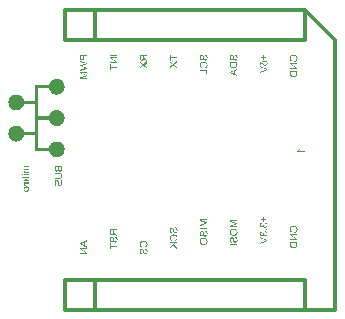
<source format=gbr>
%TF.GenerationSoftware,Altium Limited,Altium Designer,19.1.6 (110)*%
G04 Layer_Color=32896*
%FSLAX43Y43*%
%MOMM*%
%TF.FileFunction,Legend,Bot*%
%TF.Part,Single*%
G01*
G75*
%TA.AperFunction,NonConductor*%
%ADD42C,0.305*%
%ADD46C,0.025*%
G36*
X64599Y70870D02*
X64592Y70856D01*
X64586Y70842D01*
X64579Y70829D01*
X64574Y70818D01*
X64569Y70809D01*
X64565Y70804D01*
X64564Y70803D01*
Y70802D01*
X64554Y70785D01*
X64544Y70770D01*
X64535Y70757D01*
X64527Y70747D01*
X64520Y70738D01*
X64515Y70732D01*
X64511Y70728D01*
X64510Y70727D01*
X65010D01*
Y70648D01*
X64367D01*
Y70699D01*
X64383Y70708D01*
X64398Y70718D01*
X64413Y70731D01*
X64426Y70742D01*
X64437Y70753D01*
X64446Y70761D01*
X64449Y70765D01*
X64452Y70768D01*
X64453Y70768D01*
X64453Y70769D01*
X64469Y70789D01*
X64484Y70808D01*
X64497Y70827D01*
X64507Y70845D01*
X64516Y70861D01*
X64520Y70867D01*
X64523Y70873D01*
X64526Y70878D01*
X64527Y70881D01*
X64528Y70883D01*
Y70884D01*
X64604D01*
X64599Y70870D01*
D02*
G37*
G36*
X49135Y64004D02*
X48851D01*
Y63895D01*
X48852Y63885D01*
Y63878D01*
X48853Y63871D01*
X48854Y63866D01*
Y63863D01*
X48855Y63861D01*
Y63860D01*
X48860Y63845D01*
X48862Y63839D01*
X48865Y63833D01*
X48868Y63828D01*
X48870Y63824D01*
X48871Y63822D01*
X48872Y63821D01*
X48877Y63814D01*
X48884Y63806D01*
X48897Y63792D01*
X48904Y63786D01*
X48909Y63781D01*
X48913Y63779D01*
X48914Y63778D01*
X48927Y63768D01*
X48941Y63758D01*
X48956Y63748D01*
X48970Y63738D01*
X48983Y63730D01*
X48993Y63723D01*
X48996Y63720D01*
X48999Y63719D01*
X49001Y63717D01*
X49002D01*
X49135Y63633D01*
Y63527D01*
X48961Y63637D01*
X48943Y63650D01*
X48926Y63662D01*
X48912Y63674D01*
X48899Y63684D01*
X48890Y63694D01*
X48883Y63701D01*
X48878Y63706D01*
X48876Y63707D01*
X48871Y63715D01*
X48864Y63723D01*
X48854Y63740D01*
X48850Y63747D01*
X48847Y63753D01*
X48845Y63756D01*
X48844Y63758D01*
X48841Y63742D01*
X48838Y63726D01*
X48834Y63712D01*
X48830Y63698D01*
X48825Y63686D01*
X48820Y63675D01*
X48815Y63665D01*
X48811Y63656D01*
X48805Y63648D01*
X48800Y63641D01*
X48797Y63635D01*
X48793Y63631D01*
X48790Y63627D01*
X48787Y63624D01*
X48786Y63623D01*
X48786Y63622D01*
X48776Y63615D01*
X48767Y63608D01*
X48748Y63596D01*
X48728Y63589D01*
X48710Y63584D01*
X48694Y63580D01*
X48688Y63579D01*
X48681D01*
X48676Y63578D01*
X48673D01*
X48671D01*
X48670D01*
X48651Y63579D01*
X48633Y63582D01*
X48616Y63586D01*
X48603Y63591D01*
X48590Y63596D01*
X48581Y63600D01*
X48576Y63604D01*
X48575Y63605D01*
X48574D01*
X48559Y63616D01*
X48546Y63627D01*
X48535Y63639D01*
X48527Y63650D01*
X48520Y63660D01*
X48517Y63669D01*
X48514Y63674D01*
X48513Y63675D01*
Y63676D01*
X48510Y63684D01*
X48507Y63694D01*
X48503Y63715D01*
X48500Y63737D01*
X48497Y63757D01*
X48496Y63777D01*
Y63785D01*
X48495Y63792D01*
Y64089D01*
X49135D01*
Y64004D01*
D02*
G37*
G36*
X48953Y63472D02*
X48975Y63468D01*
X48995Y63462D01*
X49012Y63456D01*
X49026Y63449D01*
X49032Y63447D01*
X49036Y63445D01*
X49040Y63442D01*
X49043Y63441D01*
X49044Y63439D01*
X49045D01*
X49063Y63425D01*
X49079Y63411D01*
X49092Y63395D01*
X49103Y63380D01*
X49111Y63367D01*
X49117Y63356D01*
X49118Y63352D01*
X49120Y63350D01*
X49121Y63348D01*
Y63347D01*
X49130Y63324D01*
X49136Y63300D01*
X49140Y63276D01*
X49143Y63253D01*
X49144Y63241D01*
X49145Y63232D01*
Y63224D01*
X49146Y63216D01*
Y63202D01*
X49145Y63177D01*
X49142Y63154D01*
X49138Y63132D01*
X49133Y63115D01*
X49130Y63100D01*
X49127Y63094D01*
X49125Y63088D01*
X49123Y63084D01*
X49122Y63082D01*
X49121Y63080D01*
Y63079D01*
X49111Y63059D01*
X49100Y63043D01*
X49088Y63028D01*
X49077Y63016D01*
X49068Y63007D01*
X49059Y63000D01*
X49054Y62996D01*
X49053Y62995D01*
X49052D01*
X49034Y62984D01*
X49018Y62977D01*
X49002Y62972D01*
X48987Y62969D01*
X48974Y62967D01*
X48964Y62965D01*
X48960D01*
X48958D01*
X48957D01*
X48956D01*
X48937Y62966D01*
X48920Y62969D01*
X48904Y62973D01*
X48891Y62978D01*
X48880Y62984D01*
X48872Y62987D01*
X48867Y62991D01*
X48865Y62992D01*
X48851Y63003D01*
X48838Y63016D01*
X48827Y63030D01*
X48817Y63044D01*
X48810Y63056D01*
X48804Y63066D01*
X48802Y63069D01*
X48800Y63072D01*
X48799Y63074D01*
Y63075D01*
X48796Y63082D01*
X48793Y63092D01*
X48789Y63102D01*
X48786Y63113D01*
X48779Y63136D01*
X48773Y63160D01*
X48770Y63171D01*
X48767Y63181D01*
X48764Y63192D01*
X48762Y63200D01*
X48761Y63206D01*
X48760Y63212D01*
X48759Y63216D01*
Y63216D01*
X48754Y63235D01*
X48750Y63252D01*
X48746Y63266D01*
X48742Y63279D01*
X48737Y63291D01*
X48734Y63302D01*
X48730Y63311D01*
X48727Y63319D01*
X48724Y63326D01*
X48721Y63331D01*
X48719Y63335D01*
X48716Y63339D01*
X48713Y63343D01*
X48713Y63344D01*
X48703Y63352D01*
X48694Y63358D01*
X48685Y63363D01*
X48676Y63365D01*
X48668Y63367D01*
X48662Y63368D01*
X48658D01*
X48656D01*
X48641Y63366D01*
X48628Y63363D01*
X48617Y63357D01*
X48607Y63351D01*
X48600Y63345D01*
X48593Y63339D01*
X48590Y63336D01*
X48589Y63334D01*
X48584Y63327D01*
X48579Y63319D01*
X48572Y63302D01*
X48567Y63283D01*
X48564Y63265D01*
X48562Y63248D01*
X48561Y63241D01*
X48560Y63235D01*
Y63222D01*
X48561Y63196D01*
X48565Y63173D01*
X48570Y63155D01*
X48576Y63139D01*
X48581Y63127D01*
X48587Y63118D01*
X48590Y63113D01*
X48591Y63111D01*
X48604Y63098D01*
X48618Y63088D01*
X48633Y63080D01*
X48648Y63074D01*
X48662Y63070D01*
X48672Y63068D01*
X48676Y63067D01*
X48679Y63066D01*
X48681D01*
X48682D01*
X48676Y62984D01*
X48655Y62986D01*
X48637Y62991D01*
X48619Y62996D01*
X48604Y63002D01*
X48592Y63008D01*
X48583Y63012D01*
X48580Y63014D01*
X48578Y63016D01*
X48577Y63017D01*
X48576D01*
X48560Y63029D01*
X48546Y63042D01*
X48534Y63056D01*
X48525Y63069D01*
X48517Y63082D01*
X48512Y63091D01*
X48510Y63094D01*
X48508Y63097D01*
X48507Y63099D01*
Y63100D01*
X48500Y63120D01*
X48494Y63143D01*
X48490Y63163D01*
X48487Y63182D01*
X48485Y63200D01*
Y63206D01*
X48484Y63213D01*
Y63225D01*
X48485Y63249D01*
X48488Y63270D01*
X48492Y63290D01*
X48495Y63308D01*
X48499Y63322D01*
X48501Y63328D01*
X48503Y63333D01*
X48505Y63337D01*
X48505Y63339D01*
X48506Y63341D01*
Y63342D01*
X48516Y63361D01*
X48526Y63377D01*
X48537Y63391D01*
X48547Y63402D01*
X48556Y63411D01*
X48564Y63417D01*
X48569Y63422D01*
X48570Y63423D01*
X48571D01*
X48587Y63432D01*
X48603Y63438D01*
X48618Y63443D01*
X48632Y63446D01*
X48644Y63448D01*
X48653Y63449D01*
X48657D01*
X48660D01*
X48661D01*
X48662D01*
X48677Y63449D01*
X48692Y63446D01*
X48706Y63442D01*
X48718Y63438D01*
X48727Y63435D01*
X48735Y63431D01*
X48739Y63428D01*
X48741Y63427D01*
X48754Y63418D01*
X48766Y63407D01*
X48776Y63396D01*
X48785Y63385D01*
X48792Y63376D01*
X48797Y63367D01*
X48800Y63362D01*
X48801Y63361D01*
Y63360D01*
X48805Y63352D01*
X48809Y63344D01*
X48815Y63326D01*
X48822Y63304D01*
X48828Y63284D01*
X48834Y63265D01*
X48836Y63257D01*
X48837Y63250D01*
X48839Y63244D01*
X48840Y63240D01*
X48841Y63237D01*
Y63236D01*
X48845Y63220D01*
X48848Y63205D01*
X48852Y63192D01*
X48855Y63181D01*
X48858Y63170D01*
X48860Y63161D01*
X48862Y63153D01*
X48865Y63146D01*
X48867Y63140D01*
X48868Y63135D01*
X48871Y63128D01*
X48872Y63123D01*
X48872Y63122D01*
X48878Y63108D01*
X48885Y63096D01*
X48891Y63086D01*
X48897Y63079D01*
X48902Y63072D01*
X48906Y63069D01*
X48909Y63066D01*
X48909Y63065D01*
X48918Y63058D01*
X48927Y63054D01*
X48936Y63051D01*
X48944Y63048D01*
X48951Y63047D01*
X48957Y63046D01*
X48961D01*
X48962D01*
X48973Y63047D01*
X48983Y63049D01*
X48993Y63052D01*
X49000Y63056D01*
X49007Y63059D01*
X49012Y63062D01*
X49016Y63064D01*
X49017Y63065D01*
X49026Y63072D01*
X49033Y63082D01*
X49040Y63091D01*
X49046Y63099D01*
X49050Y63107D01*
X49054Y63114D01*
X49056Y63118D01*
X49056Y63120D01*
X49061Y63134D01*
X49065Y63149D01*
X49067Y63164D01*
X49068Y63177D01*
X49069Y63188D01*
X49070Y63197D01*
Y63205D01*
X49069Y63226D01*
X49068Y63244D01*
X49065Y63261D01*
X49061Y63276D01*
X49057Y63288D01*
X49055Y63297D01*
X49054Y63300D01*
X49053Y63302D01*
X49052Y63303D01*
Y63304D01*
X49044Y63319D01*
X49036Y63333D01*
X49028Y63343D01*
X49019Y63352D01*
X49013Y63360D01*
X49007Y63364D01*
X49003Y63367D01*
X49002Y63368D01*
X48990Y63375D01*
X48977Y63381D01*
X48963Y63385D01*
X48951Y63388D01*
X48939Y63391D01*
X48931Y63393D01*
X48927D01*
X48924Y63394D01*
X48923D01*
X48922D01*
X48930Y63474D01*
X48953Y63472D01*
D02*
G37*
G36*
X48571Y62686D02*
X49135D01*
Y62601D01*
X48571D01*
Y62390D01*
X48495D01*
Y62897D01*
X48571D01*
Y62686D01*
D02*
G37*
G36*
X51384Y63110D02*
X51416Y63106D01*
X51445Y63101D01*
X51459Y63098D01*
X51471Y63095D01*
X51482Y63092D01*
X51492Y63088D01*
X51501Y63086D01*
X51509Y63084D01*
X51514Y63081D01*
X51519Y63080D01*
X51522Y63078D01*
X51523D01*
X51550Y63064D01*
X51575Y63049D01*
X51596Y63032D01*
X51605Y63024D01*
X51613Y63016D01*
X51621Y63009D01*
X51627Y63002D01*
X51633Y62995D01*
X51636Y62990D01*
X51640Y62986D01*
X51643Y62982D01*
X51644Y62980D01*
X51645Y62979D01*
X51652Y62966D01*
X51658Y62953D01*
X51669Y62926D01*
X51676Y62898D01*
X51681Y62871D01*
X51682Y62858D01*
X51684Y62847D01*
X51685Y62837D01*
Y62829D01*
X51686Y62821D01*
Y62811D01*
X51685Y62793D01*
X51683Y62775D01*
X51682Y62758D01*
X51678Y62743D01*
X51673Y62728D01*
X51669Y62714D01*
X51664Y62701D01*
X51658Y62689D01*
X51654Y62679D01*
X51649Y62669D01*
X51645Y62661D01*
X51640Y62654D01*
X51636Y62649D01*
X51634Y62645D01*
X51633Y62643D01*
X51632Y62642D01*
X51621Y62629D01*
X51609Y62618D01*
X51596Y62608D01*
X51584Y62598D01*
X51558Y62581D01*
X51532Y62568D01*
X51520Y62562D01*
X51509Y62558D01*
X51498Y62554D01*
X51490Y62551D01*
X51483Y62549D01*
X51477Y62547D01*
X51474Y62546D01*
X51473D01*
X51451Y62631D01*
X51466Y62635D01*
X51480Y62639D01*
X51493Y62644D01*
X51505Y62648D01*
X51516Y62654D01*
X51525Y62659D01*
X51535Y62666D01*
X51543Y62672D01*
X51550Y62676D01*
X51556Y62682D01*
X51561Y62686D01*
X51566Y62690D01*
X51569Y62694D01*
X51572Y62696D01*
X51572Y62697D01*
X51573Y62698D01*
X51581Y62708D01*
X51586Y62718D01*
X51596Y62738D01*
X51604Y62757D01*
X51608Y62777D01*
X51612Y62794D01*
X51613Y62800D01*
Y62806D01*
X51614Y62812D01*
Y62819D01*
X51613Y62840D01*
X51609Y62860D01*
X51605Y62879D01*
X51599Y62895D01*
X51594Y62908D01*
X51591Y62914D01*
X51589Y62918D01*
X51587Y62922D01*
X51585Y62925D01*
X51584Y62927D01*
Y62928D01*
X51572Y62945D01*
X51558Y62960D01*
X51542Y62973D01*
X51527Y62983D01*
X51514Y62991D01*
X51503Y62997D01*
X51498Y62999D01*
X51496Y63001D01*
X51494Y63002D01*
X51493D01*
X51469Y63009D01*
X51445Y63015D01*
X51421Y63019D01*
X51399Y63022D01*
X51388Y63023D01*
X51379Y63024D01*
X51371D01*
X51364Y63025D01*
X51359D01*
X51354D01*
X51351D01*
X51351D01*
X51326Y63024D01*
X51304Y63022D01*
X51284Y63018D01*
X51265Y63015D01*
X51250Y63012D01*
X51243Y63010D01*
X51238Y63008D01*
X51233Y63007D01*
X51230Y63006D01*
X51229Y63005D01*
X51228D01*
X51206Y62996D01*
X51187Y62986D01*
X51171Y62975D01*
X51157Y62963D01*
X51146Y62953D01*
X51139Y62944D01*
X51134Y62938D01*
X51132Y62937D01*
Y62936D01*
X51120Y62917D01*
X51111Y62895D01*
X51105Y62875D01*
X51101Y62855D01*
X51098Y62838D01*
X51097Y62831D01*
Y62824D01*
X51096Y62819D01*
Y62812D01*
X51097Y62789D01*
X51101Y62768D01*
X51106Y62750D01*
X51112Y62734D01*
X51118Y62722D01*
X51123Y62713D01*
X51127Y62708D01*
X51129Y62706D01*
X51143Y62691D01*
X51158Y62677D01*
X51175Y62666D01*
X51192Y62657D01*
X51206Y62649D01*
X51214Y62647D01*
X51219Y62645D01*
X51224Y62643D01*
X51228Y62641D01*
X51229Y62640D01*
X51230D01*
X51211Y62557D01*
X51194Y62562D01*
X51180Y62568D01*
X51166Y62575D01*
X51152Y62582D01*
X51140Y62589D01*
X51129Y62598D01*
X51118Y62605D01*
X51108Y62612D01*
X51101Y62620D01*
X51094Y62626D01*
X51087Y62633D01*
X51082Y62637D01*
X51078Y62642D01*
X51075Y62646D01*
X51074Y62647D01*
X51073Y62648D01*
X51065Y62661D01*
X51057Y62674D01*
X51050Y62687D01*
X51045Y62701D01*
X51036Y62729D01*
X51031Y62754D01*
X51028Y62766D01*
X51027Y62776D01*
X51026Y62786D01*
X51025Y62794D01*
X51024Y62801D01*
Y62810D01*
X51026Y62841D01*
X51031Y62870D01*
X51036Y62896D01*
X51040Y62908D01*
X51044Y62919D01*
X51047Y62929D01*
X51051Y62939D01*
X51054Y62946D01*
X51057Y62953D01*
X51059Y62958D01*
X51061Y62962D01*
X51062Y62965D01*
X51063Y62966D01*
X51079Y62990D01*
X51097Y63012D01*
X51116Y63030D01*
X51134Y63046D01*
X51151Y63058D01*
X51158Y63063D01*
X51165Y63066D01*
X51169Y63070D01*
X51173Y63072D01*
X51176Y63073D01*
X51177Y63074D01*
X51205Y63087D01*
X51235Y63096D01*
X51265Y63102D01*
X51291Y63107D01*
X51303Y63109D01*
X51315Y63110D01*
X51325Y63111D01*
X51334D01*
X51340Y63112D01*
X51346D01*
X51350D01*
X51351D01*
X51384Y63110D01*
D02*
G37*
G36*
X51493Y62468D02*
X51515Y62464D01*
X51535Y62459D01*
X51552Y62452D01*
X51566Y62446D01*
X51572Y62443D01*
X51576Y62441D01*
X51580Y62439D01*
X51583Y62438D01*
X51584Y62436D01*
X51585D01*
X51603Y62422D01*
X51619Y62407D01*
X51632Y62391D01*
X51643Y62377D01*
X51651Y62364D01*
X51657Y62353D01*
X51658Y62349D01*
X51660Y62346D01*
X51661Y62344D01*
Y62343D01*
X51670Y62320D01*
X51676Y62296D01*
X51680Y62272D01*
X51683Y62249D01*
X51684Y62238D01*
X51685Y62229D01*
Y62220D01*
X51686Y62213D01*
Y62198D01*
X51685Y62173D01*
X51682Y62150D01*
X51678Y62129D01*
X51673Y62111D01*
X51670Y62096D01*
X51667Y62090D01*
X51665Y62084D01*
X51663Y62081D01*
X51662Y62078D01*
X51661Y62076D01*
Y62075D01*
X51651Y62056D01*
X51640Y62039D01*
X51628Y62024D01*
X51617Y62012D01*
X51608Y62003D01*
X51599Y61997D01*
X51594Y61992D01*
X51593Y61991D01*
X51592D01*
X51574Y61981D01*
X51558Y61973D01*
X51542Y61969D01*
X51527Y61965D01*
X51514Y61963D01*
X51504Y61961D01*
X51500D01*
X51498D01*
X51497D01*
X51496D01*
X51477Y61962D01*
X51460Y61965D01*
X51444Y61970D01*
X51431Y61974D01*
X51420Y61980D01*
X51412Y61984D01*
X51407Y61987D01*
X51405Y61988D01*
X51391Y61999D01*
X51378Y62012D01*
X51367Y62026D01*
X51357Y62040D01*
X51350Y62052D01*
X51344Y62062D01*
X51342Y62066D01*
X51340Y62069D01*
X51339Y62071D01*
Y62071D01*
X51336Y62079D01*
X51333Y62088D01*
X51329Y62098D01*
X51326Y62109D01*
X51319Y62132D01*
X51313Y62157D01*
X51310Y62168D01*
X51307Y62178D01*
X51304Y62188D01*
X51302Y62196D01*
X51301Y62203D01*
X51300Y62208D01*
X51299Y62212D01*
Y62213D01*
X51294Y62231D01*
X51290Y62248D01*
X51286Y62263D01*
X51282Y62276D01*
X51278Y62288D01*
X51274Y62298D01*
X51270Y62307D01*
X51267Y62316D01*
X51264Y62322D01*
X51261Y62328D01*
X51259Y62331D01*
X51256Y62335D01*
X51253Y62340D01*
X51253Y62341D01*
X51243Y62349D01*
X51234Y62354D01*
X51225Y62359D01*
X51216Y62362D01*
X51208Y62364D01*
X51202Y62365D01*
X51198D01*
X51196D01*
X51181Y62363D01*
X51168Y62359D01*
X51157Y62353D01*
X51147Y62347D01*
X51140Y62341D01*
X51133Y62336D01*
X51130Y62332D01*
X51129Y62330D01*
X51124Y62323D01*
X51119Y62316D01*
X51112Y62298D01*
X51107Y62279D01*
X51104Y62261D01*
X51102Y62244D01*
X51101Y62237D01*
X51100Y62231D01*
Y62218D01*
X51101Y62193D01*
X51105Y62169D01*
X51110Y62151D01*
X51116Y62135D01*
X51121Y62123D01*
X51127Y62114D01*
X51131Y62109D01*
X51131Y62108D01*
X51144Y62095D01*
X51158Y62084D01*
X51173Y62076D01*
X51188Y62071D01*
X51202Y62067D01*
X51212Y62064D01*
X51216Y62063D01*
X51219Y62062D01*
X51221D01*
X51222D01*
X51216Y61981D01*
X51195Y61983D01*
X51177Y61987D01*
X51159Y61992D01*
X51144Y61998D01*
X51132Y62004D01*
X51123Y62009D01*
X51120Y62010D01*
X51118Y62012D01*
X51117Y62013D01*
X51116D01*
X51100Y62025D01*
X51086Y62038D01*
X51074Y62052D01*
X51065Y62066D01*
X51057Y62078D01*
X51052Y62087D01*
X51050Y62091D01*
X51048Y62094D01*
X51047Y62096D01*
Y62096D01*
X51040Y62117D01*
X51034Y62139D01*
X51030Y62159D01*
X51027Y62179D01*
X51025Y62196D01*
Y62203D01*
X51024Y62209D01*
Y62221D01*
X51025Y62245D01*
X51028Y62267D01*
X51032Y62287D01*
X51035Y62304D01*
X51039Y62318D01*
X51041Y62325D01*
X51043Y62329D01*
X51045Y62333D01*
X51045Y62336D01*
X51046Y62338D01*
Y62339D01*
X51056Y62357D01*
X51066Y62374D01*
X51077Y62388D01*
X51087Y62399D01*
X51096Y62407D01*
X51104Y62414D01*
X51109Y62418D01*
X51110Y62419D01*
X51111D01*
X51127Y62428D01*
X51143Y62435D01*
X51158Y62439D01*
X51172Y62442D01*
X51184Y62444D01*
X51193Y62446D01*
X51197D01*
X51200D01*
X51201D01*
X51202D01*
X51217Y62445D01*
X51232Y62442D01*
X51246Y62439D01*
X51258Y62435D01*
X51267Y62431D01*
X51275Y62427D01*
X51279Y62425D01*
X51281Y62424D01*
X51294Y62414D01*
X51306Y62403D01*
X51316Y62392D01*
X51325Y62381D01*
X51332Y62372D01*
X51337Y62364D01*
X51340Y62358D01*
X51341Y62357D01*
Y62356D01*
X51345Y62349D01*
X51349Y62341D01*
X51355Y62322D01*
X51362Y62301D01*
X51368Y62280D01*
X51374Y62262D01*
X51376Y62254D01*
X51377Y62246D01*
X51379Y62241D01*
X51380Y62236D01*
X51381Y62233D01*
Y62232D01*
X51385Y62217D01*
X51388Y62202D01*
X51392Y62189D01*
X51395Y62178D01*
X51398Y62167D01*
X51400Y62157D01*
X51402Y62149D01*
X51405Y62143D01*
X51407Y62136D01*
X51408Y62132D01*
X51411Y62124D01*
X51412Y62120D01*
X51412Y62119D01*
X51418Y62105D01*
X51425Y62093D01*
X51431Y62083D01*
X51437Y62075D01*
X51442Y62069D01*
X51446Y62065D01*
X51449Y62062D01*
X51449Y62061D01*
X51458Y62055D01*
X51467Y62050D01*
X51476Y62047D01*
X51484Y62045D01*
X51491Y62044D01*
X51497Y62043D01*
X51501D01*
X51502D01*
X51513Y62044D01*
X51523Y62046D01*
X51533Y62048D01*
X51540Y62052D01*
X51547Y62056D01*
X51552Y62059D01*
X51556Y62060D01*
X51557Y62061D01*
X51566Y62069D01*
X51573Y62078D01*
X51580Y62087D01*
X51586Y62096D01*
X51590Y62104D01*
X51594Y62110D01*
X51596Y62115D01*
X51596Y62117D01*
X51601Y62131D01*
X51605Y62145D01*
X51607Y62160D01*
X51608Y62173D01*
X51609Y62184D01*
X51610Y62194D01*
Y62202D01*
X51609Y62222D01*
X51608Y62241D01*
X51605Y62257D01*
X51601Y62272D01*
X51597Y62284D01*
X51595Y62293D01*
X51594Y62296D01*
X51593Y62299D01*
X51592Y62300D01*
Y62301D01*
X51584Y62316D01*
X51576Y62329D01*
X51568Y62340D01*
X51559Y62349D01*
X51553Y62356D01*
X51547Y62361D01*
X51543Y62364D01*
X51542Y62365D01*
X51530Y62371D01*
X51517Y62377D01*
X51503Y62381D01*
X51491Y62385D01*
X51479Y62388D01*
X51471Y62390D01*
X51467D01*
X51464Y62390D01*
X51463D01*
X51462D01*
X51470Y62470D01*
X51493Y62468D01*
D02*
G37*
G36*
X56755Y64862D02*
X56210D01*
X56755Y64677D01*
Y64601D01*
X56220Y64415D01*
X56755D01*
Y64333D01*
X56115D01*
Y64447D01*
X56561Y64600D01*
X56585Y64609D01*
X56605Y64615D01*
X56623Y64622D01*
X56638Y64626D01*
X56649Y64630D01*
X56657Y64633D01*
X56662Y64634D01*
X56664Y64635D01*
X56651Y64638D01*
X56636Y64643D01*
X56620Y64649D01*
X56604Y64653D01*
X56590Y64658D01*
X56579Y64662D01*
X56575Y64663D01*
X56572Y64664D01*
X56570Y64665D01*
X56569D01*
X56115Y64817D01*
Y64943D01*
X56755D01*
Y64862D01*
D02*
G37*
G36*
Y64097D02*
X56115D01*
Y64182D01*
X56755D01*
Y64097D01*
D02*
G37*
G36*
X56573Y63974D02*
X56595Y63970D01*
X56614Y63964D01*
X56632Y63958D01*
X56646Y63951D01*
X56651Y63949D01*
X56656Y63947D01*
X56660Y63944D01*
X56663Y63943D01*
X56664Y63941D01*
X56665D01*
X56683Y63927D01*
X56699Y63913D01*
X56712Y63897D01*
X56723Y63882D01*
X56731Y63869D01*
X56737Y63858D01*
X56738Y63854D01*
X56740Y63852D01*
X56741Y63850D01*
Y63849D01*
X56749Y63826D01*
X56756Y63802D01*
X56760Y63778D01*
X56763Y63755D01*
X56764Y63743D01*
X56765Y63734D01*
Y63726D01*
X56766Y63718D01*
Y63704D01*
X56765Y63679D01*
X56762Y63656D01*
X56758Y63634D01*
X56753Y63617D01*
X56749Y63602D01*
X56747Y63596D01*
X56745Y63590D01*
X56743Y63586D01*
X56742Y63583D01*
X56741Y63582D01*
Y63581D01*
X56731Y63561D01*
X56720Y63545D01*
X56708Y63530D01*
X56697Y63518D01*
X56688Y63509D01*
X56679Y63502D01*
X56674Y63497D01*
X56673Y63497D01*
X56672D01*
X56654Y63486D01*
X56638Y63479D01*
X56622Y63474D01*
X56607Y63471D01*
X56594Y63469D01*
X56584Y63467D01*
X56580D01*
X56578D01*
X56577D01*
X56576D01*
X56557Y63468D01*
X56540Y63471D01*
X56524Y63475D01*
X56511Y63480D01*
X56500Y63485D01*
X56492Y63489D01*
X56487Y63493D01*
X56485Y63494D01*
X56471Y63505D01*
X56458Y63518D01*
X56447Y63532D01*
X56437Y63546D01*
X56430Y63558D01*
X56424Y63568D01*
X56422Y63571D01*
X56420Y63574D01*
X56419Y63576D01*
Y63577D01*
X56416Y63584D01*
X56413Y63594D01*
X56409Y63604D01*
X56406Y63615D01*
X56399Y63638D01*
X56393Y63662D01*
X56390Y63673D01*
X56387Y63683D01*
X56384Y63694D01*
X56382Y63702D01*
X56381Y63708D01*
X56380Y63714D01*
X56379Y63718D01*
Y63718D01*
X56374Y63737D01*
X56370Y63754D01*
X56366Y63768D01*
X56362Y63781D01*
X56357Y63793D01*
X56354Y63804D01*
X56350Y63813D01*
X56347Y63821D01*
X56344Y63828D01*
X56341Y63833D01*
X56339Y63837D01*
X56336Y63840D01*
X56333Y63845D01*
X56333Y63846D01*
X56323Y63854D01*
X56314Y63860D01*
X56305Y63865D01*
X56296Y63867D01*
X56288Y63869D01*
X56282Y63870D01*
X56278D01*
X56276D01*
X56261Y63868D01*
X56248Y63865D01*
X56237Y63859D01*
X56227Y63853D01*
X56220Y63847D01*
X56213Y63841D01*
X56210Y63838D01*
X56209Y63836D01*
X56204Y63828D01*
X56199Y63821D01*
X56192Y63804D01*
X56187Y63785D01*
X56184Y63767D01*
X56182Y63750D01*
X56181Y63743D01*
X56180Y63737D01*
Y63724D01*
X56181Y63698D01*
X56185Y63675D01*
X56190Y63657D01*
X56196Y63641D01*
X56201Y63629D01*
X56207Y63620D01*
X56210Y63615D01*
X56211Y63613D01*
X56224Y63600D01*
X56238Y63590D01*
X56253Y63582D01*
X56268Y63576D01*
X56282Y63572D01*
X56292Y63570D01*
X56296Y63569D01*
X56299Y63568D01*
X56301D01*
X56302D01*
X56296Y63486D01*
X56275Y63488D01*
X56257Y63493D01*
X56239Y63497D01*
X56224Y63504D01*
X56212Y63510D01*
X56203Y63514D01*
X56200Y63516D01*
X56198Y63518D01*
X56197Y63519D01*
X56196D01*
X56180Y63531D01*
X56166Y63544D01*
X56154Y63558D01*
X56145Y63571D01*
X56137Y63583D01*
X56132Y63593D01*
X56130Y63596D01*
X56128Y63599D01*
X56127Y63601D01*
Y63602D01*
X56120Y63622D01*
X56114Y63645D01*
X56110Y63665D01*
X56107Y63684D01*
X56105Y63702D01*
Y63708D01*
X56104Y63715D01*
Y63727D01*
X56105Y63751D01*
X56108Y63772D01*
X56112Y63792D01*
X56115Y63810D01*
X56119Y63824D01*
X56121Y63830D01*
X56123Y63835D01*
X56124Y63839D01*
X56125Y63841D01*
X56126Y63843D01*
Y63844D01*
X56136Y63863D01*
X56146Y63879D01*
X56157Y63893D01*
X56167Y63904D01*
X56176Y63913D01*
X56184Y63919D01*
X56189Y63924D01*
X56190Y63925D01*
X56191D01*
X56207Y63934D01*
X56222Y63940D01*
X56238Y63945D01*
X56252Y63948D01*
X56264Y63950D01*
X56273Y63951D01*
X56277D01*
X56280D01*
X56281D01*
X56282D01*
X56297Y63951D01*
X56312Y63948D01*
X56326Y63944D01*
X56338Y63940D01*
X56347Y63937D01*
X56355Y63933D01*
X56359Y63930D01*
X56361Y63929D01*
X56374Y63920D01*
X56386Y63909D01*
X56396Y63898D01*
X56405Y63887D01*
X56412Y63877D01*
X56417Y63869D01*
X56420Y63864D01*
X56421Y63863D01*
Y63862D01*
X56425Y63854D01*
X56429Y63846D01*
X56435Y63828D01*
X56442Y63806D01*
X56448Y63786D01*
X56454Y63767D01*
X56455Y63759D01*
X56457Y63752D01*
X56459Y63746D01*
X56460Y63742D01*
X56461Y63739D01*
Y63738D01*
X56465Y63722D01*
X56468Y63707D01*
X56472Y63694D01*
X56475Y63683D01*
X56478Y63672D01*
X56480Y63663D01*
X56482Y63655D01*
X56485Y63648D01*
X56487Y63642D01*
X56488Y63637D01*
X56491Y63630D01*
X56492Y63625D01*
X56492Y63624D01*
X56498Y63610D01*
X56504Y63598D01*
X56511Y63588D01*
X56516Y63581D01*
X56522Y63574D01*
X56526Y63571D01*
X56529Y63568D01*
X56529Y63567D01*
X56538Y63560D01*
X56547Y63556D01*
X56556Y63553D01*
X56564Y63550D01*
X56571Y63549D01*
X56577Y63548D01*
X56581D01*
X56582D01*
X56593Y63549D01*
X56603Y63551D01*
X56613Y63554D01*
X56620Y63558D01*
X56627Y63561D01*
X56632Y63564D01*
X56636Y63566D01*
X56637Y63567D01*
X56646Y63574D01*
X56653Y63583D01*
X56660Y63593D01*
X56666Y63601D01*
X56670Y63609D01*
X56674Y63616D01*
X56676Y63620D01*
X56676Y63622D01*
X56681Y63636D01*
X56685Y63651D01*
X56687Y63666D01*
X56688Y63679D01*
X56689Y63690D01*
X56690Y63699D01*
Y63707D01*
X56689Y63728D01*
X56688Y63746D01*
X56685Y63763D01*
X56681Y63778D01*
X56677Y63790D01*
X56675Y63799D01*
X56674Y63802D01*
X56673Y63804D01*
X56672Y63805D01*
Y63806D01*
X56664Y63821D01*
X56656Y63835D01*
X56648Y63845D01*
X56639Y63854D01*
X56633Y63862D01*
X56627Y63866D01*
X56623Y63869D01*
X56622Y63870D01*
X56610Y63877D01*
X56597Y63883D01*
X56583Y63887D01*
X56571Y63890D01*
X56559Y63893D01*
X56551Y63895D01*
X56547D01*
X56544Y63896D01*
X56543D01*
X56542D01*
X56550Y63975D01*
X56573Y63974D01*
D02*
G37*
G36*
X56476Y63375D02*
X56504Y63371D01*
X56532Y63365D01*
X56544Y63362D01*
X56556Y63358D01*
X56566Y63355D01*
X56576Y63351D01*
X56584Y63349D01*
X56591Y63346D01*
X56597Y63344D01*
X56601Y63342D01*
X56603Y63340D01*
X56604D01*
X56631Y63325D01*
X56654Y63308D01*
X56675Y63289D01*
X56691Y63272D01*
X56705Y63256D01*
X56711Y63250D01*
X56714Y63244D01*
X56718Y63239D01*
X56721Y63235D01*
X56722Y63233D01*
X56723Y63232D01*
X56730Y63218D01*
X56737Y63204D01*
X56748Y63177D01*
X56755Y63150D01*
X56761Y63125D01*
X56762Y63113D01*
X56763Y63103D01*
X56765Y63093D01*
Y63085D01*
X56766Y63080D01*
Y63070D01*
X56764Y63040D01*
X56760Y63011D01*
X56754Y62984D01*
X56750Y62972D01*
X56747Y62961D01*
X56743Y62951D01*
X56739Y62942D01*
X56737Y62934D01*
X56734Y62928D01*
X56731Y62922D01*
X56729Y62918D01*
X56727Y62916D01*
Y62915D01*
X56711Y62889D01*
X56692Y62867D01*
X56673Y62848D01*
X56654Y62833D01*
X56637Y62820D01*
X56630Y62815D01*
X56624Y62811D01*
X56618Y62808D01*
X56614Y62806D01*
X56612Y62804D01*
X56611D01*
X56596Y62797D01*
X56581Y62791D01*
X56552Y62781D01*
X56522Y62774D01*
X56495Y62769D01*
X56483Y62768D01*
X56472Y62766D01*
X56462Y62765D01*
X56454D01*
X56446Y62764D01*
X56442D01*
X56438D01*
X56437D01*
X56402Y62766D01*
X56369Y62770D01*
X56355Y62773D01*
X56340Y62776D01*
X56327Y62780D01*
X56315Y62783D01*
X56304Y62787D01*
X56294Y62790D01*
X56285Y62793D01*
X56278Y62797D01*
X56272Y62799D01*
X56269Y62800D01*
X56266Y62802D01*
X56265D01*
X56238Y62817D01*
X56214Y62835D01*
X56194Y62853D01*
X56177Y62870D01*
X56164Y62885D01*
X56159Y62893D01*
X56154Y62898D01*
X56151Y62904D01*
X56149Y62908D01*
X56148Y62909D01*
X56147Y62910D01*
X56139Y62924D01*
X56133Y62938D01*
X56122Y62965D01*
X56114Y62993D01*
X56110Y63017D01*
X56108Y63028D01*
X56106Y63039D01*
X56105Y63047D01*
Y63056D01*
X56104Y63062D01*
Y63070D01*
X56105Y63095D01*
X56108Y63118D01*
X56112Y63141D01*
X56118Y63162D01*
X56125Y63181D01*
X56133Y63200D01*
X56141Y63216D01*
X56149Y63231D01*
X56158Y63245D01*
X56166Y63257D01*
X56173Y63267D01*
X56181Y63276D01*
X56186Y63282D01*
X56191Y63288D01*
X56194Y63290D01*
X56195Y63291D01*
X56212Y63306D01*
X56231Y63319D01*
X56251Y63331D01*
X56271Y63340D01*
X56293Y63349D01*
X56313Y63356D01*
X56333Y63362D01*
X56353Y63365D01*
X56371Y63369D01*
X56389Y63372D01*
X56405Y63374D01*
X56418Y63375D01*
X56429D01*
X56437Y63376D01*
X56443D01*
X56443D01*
X56444D01*
X56476Y63375D01*
D02*
G37*
G36*
X54033Y64259D02*
X54055Y64255D01*
X54075Y64249D01*
X54092Y64243D01*
X54106Y64236D01*
X54112Y64234D01*
X54116Y64232D01*
X54120Y64229D01*
X54123Y64228D01*
X54124Y64226D01*
X54125D01*
X54143Y64212D01*
X54159Y64198D01*
X54172Y64182D01*
X54183Y64167D01*
X54191Y64154D01*
X54197Y64143D01*
X54198Y64139D01*
X54200Y64137D01*
X54201Y64135D01*
Y64134D01*
X54210Y64111D01*
X54216Y64087D01*
X54220Y64063D01*
X54223Y64039D01*
X54224Y64028D01*
X54225Y64019D01*
Y64011D01*
X54226Y64003D01*
Y63989D01*
X54225Y63964D01*
X54222Y63941D01*
X54218Y63919D01*
X54213Y63902D01*
X54210Y63887D01*
X54207Y63880D01*
X54205Y63875D01*
X54203Y63871D01*
X54202Y63868D01*
X54201Y63867D01*
Y63866D01*
X54191Y63846D01*
X54180Y63830D01*
X54168Y63815D01*
X54157Y63803D01*
X54148Y63794D01*
X54139Y63787D01*
X54134Y63782D01*
X54133Y63782D01*
X54132D01*
X54114Y63771D01*
X54098Y63764D01*
X54082Y63759D01*
X54067Y63756D01*
X54054Y63754D01*
X54044Y63752D01*
X54040D01*
X54038D01*
X54037D01*
X54036D01*
X54017Y63753D01*
X54000Y63756D01*
X53984Y63760D01*
X53971Y63765D01*
X53960Y63770D01*
X53952Y63774D01*
X53947Y63778D01*
X53945Y63779D01*
X53931Y63790D01*
X53918Y63803D01*
X53907Y63817D01*
X53897Y63831D01*
X53890Y63843D01*
X53884Y63853D01*
X53882Y63856D01*
X53880Y63859D01*
X53879Y63861D01*
Y63862D01*
X53876Y63869D01*
X53873Y63879D01*
X53869Y63889D01*
X53866Y63900D01*
X53859Y63923D01*
X53853Y63947D01*
X53850Y63958D01*
X53847Y63968D01*
X53844Y63978D01*
X53842Y63987D01*
X53841Y63993D01*
X53840Y63999D01*
X53839Y64003D01*
Y64003D01*
X53834Y64022D01*
X53830Y64039D01*
X53826Y64053D01*
X53822Y64066D01*
X53818Y64078D01*
X53814Y64088D01*
X53810Y64098D01*
X53807Y64106D01*
X53804Y64113D01*
X53801Y64118D01*
X53799Y64122D01*
X53796Y64125D01*
X53793Y64130D01*
X53793Y64131D01*
X53783Y64139D01*
X53774Y64145D01*
X53765Y64149D01*
X53756Y64152D01*
X53748Y64154D01*
X53742Y64155D01*
X53738D01*
X53736D01*
X53721Y64153D01*
X53708Y64149D01*
X53697Y64144D01*
X53687Y64137D01*
X53680Y64132D01*
X53673Y64126D01*
X53670Y64123D01*
X53669Y64121D01*
X53664Y64113D01*
X53659Y64106D01*
X53652Y64088D01*
X53647Y64070D01*
X53644Y64051D01*
X53642Y64035D01*
X53641Y64027D01*
X53640Y64022D01*
Y64009D01*
X53641Y63983D01*
X53645Y63960D01*
X53650Y63941D01*
X53656Y63926D01*
X53661Y63914D01*
X53667Y63904D01*
X53671Y63900D01*
X53671Y63898D01*
X53684Y63885D01*
X53698Y63875D01*
X53713Y63867D01*
X53728Y63861D01*
X53742Y63857D01*
X53752Y63855D01*
X53756Y63854D01*
X53759Y63853D01*
X53761D01*
X53762D01*
X53756Y63771D01*
X53735Y63773D01*
X53717Y63778D01*
X53699Y63782D01*
X53684Y63789D01*
X53672Y63794D01*
X53663Y63799D01*
X53660Y63801D01*
X53658Y63803D01*
X53657Y63804D01*
X53656D01*
X53640Y63816D01*
X53626Y63829D01*
X53614Y63843D01*
X53605Y63856D01*
X53597Y63868D01*
X53592Y63878D01*
X53590Y63881D01*
X53588Y63884D01*
X53587Y63886D01*
Y63887D01*
X53580Y63907D01*
X53574Y63929D01*
X53570Y63950D01*
X53567Y63969D01*
X53565Y63987D01*
Y63993D01*
X53564Y64000D01*
Y64012D01*
X53565Y64036D01*
X53568Y64057D01*
X53572Y64077D01*
X53575Y64095D01*
X53579Y64109D01*
X53581Y64115D01*
X53583Y64120D01*
X53585Y64124D01*
X53585Y64126D01*
X53586Y64128D01*
Y64129D01*
X53596Y64148D01*
X53606Y64164D01*
X53617Y64178D01*
X53627Y64189D01*
X53636Y64198D01*
X53644Y64204D01*
X53649Y64209D01*
X53650Y64210D01*
X53651D01*
X53667Y64219D01*
X53683Y64225D01*
X53698Y64230D01*
X53712Y64233D01*
X53724Y64235D01*
X53733Y64236D01*
X53737D01*
X53740D01*
X53741D01*
X53742D01*
X53757Y64235D01*
X53772Y64233D01*
X53786Y64229D01*
X53798Y64225D01*
X53807Y64222D01*
X53815Y64218D01*
X53819Y64215D01*
X53821Y64214D01*
X53834Y64205D01*
X53846Y64194D01*
X53856Y64183D01*
X53865Y64172D01*
X53872Y64162D01*
X53877Y64154D01*
X53880Y64149D01*
X53881Y64148D01*
Y64147D01*
X53885Y64139D01*
X53889Y64131D01*
X53895Y64113D01*
X53902Y64091D01*
X53908Y64071D01*
X53914Y64052D01*
X53916Y64044D01*
X53917Y64037D01*
X53919Y64031D01*
X53920Y64027D01*
X53921Y64024D01*
Y64023D01*
X53925Y64007D01*
X53928Y63992D01*
X53932Y63979D01*
X53935Y63968D01*
X53938Y63957D01*
X53940Y63948D01*
X53942Y63940D01*
X53945Y63933D01*
X53947Y63927D01*
X53948Y63922D01*
X53951Y63915D01*
X53952Y63910D01*
X53952Y63909D01*
X53958Y63895D01*
X53965Y63883D01*
X53971Y63873D01*
X53977Y63866D01*
X53982Y63859D01*
X53986Y63855D01*
X53989Y63853D01*
X53989Y63852D01*
X53998Y63845D01*
X54007Y63841D01*
X54016Y63838D01*
X54024Y63835D01*
X54031Y63834D01*
X54037Y63833D01*
X54041D01*
X54042D01*
X54053Y63834D01*
X54063Y63836D01*
X54073Y63839D01*
X54080Y63843D01*
X54087Y63846D01*
X54092Y63849D01*
X54096Y63851D01*
X54097Y63852D01*
X54106Y63859D01*
X54113Y63868D01*
X54120Y63878D01*
X54126Y63886D01*
X54130Y63894D01*
X54134Y63901D01*
X54136Y63905D01*
X54136Y63907D01*
X54141Y63921D01*
X54145Y63936D01*
X54147Y63951D01*
X54148Y63964D01*
X54149Y63975D01*
X54150Y63984D01*
Y63992D01*
X54149Y64013D01*
X54148Y64031D01*
X54145Y64048D01*
X54141Y64063D01*
X54137Y64075D01*
X54135Y64084D01*
X54134Y64087D01*
X54133Y64089D01*
X54132Y64090D01*
Y64091D01*
X54124Y64106D01*
X54116Y64120D01*
X54108Y64130D01*
X54099Y64139D01*
X54093Y64147D01*
X54087Y64151D01*
X54083Y64154D01*
X54082Y64155D01*
X54070Y64162D01*
X54057Y64168D01*
X54043Y64172D01*
X54031Y64175D01*
X54019Y64178D01*
X54011Y64180D01*
X54007D01*
X54004Y64181D01*
X54003D01*
X54002D01*
X54010Y64260D01*
X54033Y64259D01*
D02*
G37*
G36*
X53924Y63659D02*
X53956Y63655D01*
X53985Y63650D01*
X53999Y63647D01*
X54011Y63644D01*
X54022Y63641D01*
X54032Y63637D01*
X54041Y63635D01*
X54049Y63633D01*
X54054Y63630D01*
X54059Y63629D01*
X54062Y63627D01*
X54063D01*
X54090Y63613D01*
X54115Y63598D01*
X54136Y63581D01*
X54145Y63573D01*
X54153Y63565D01*
X54161Y63558D01*
X54167Y63550D01*
X54173Y63544D01*
X54176Y63538D01*
X54180Y63535D01*
X54183Y63531D01*
X54184Y63529D01*
X54185Y63528D01*
X54192Y63515D01*
X54198Y63502D01*
X54209Y63475D01*
X54216Y63447D01*
X54221Y63420D01*
X54222Y63407D01*
X54224Y63396D01*
X54225Y63386D01*
Y63377D01*
X54226Y63370D01*
Y63360D01*
X54225Y63341D01*
X54223Y63324D01*
X54222Y63307D01*
X54218Y63292D01*
X54213Y63277D01*
X54209Y63263D01*
X54204Y63250D01*
X54198Y63238D01*
X54194Y63228D01*
X54189Y63218D01*
X54185Y63210D01*
X54180Y63203D01*
X54176Y63198D01*
X54174Y63194D01*
X54173Y63192D01*
X54172Y63191D01*
X54161Y63178D01*
X54149Y63167D01*
X54136Y63157D01*
X54124Y63146D01*
X54098Y63130D01*
X54072Y63117D01*
X54060Y63111D01*
X54049Y63107D01*
X54038Y63103D01*
X54030Y63100D01*
X54023Y63097D01*
X54017Y63096D01*
X54014Y63095D01*
X54013D01*
X53991Y63180D01*
X54006Y63183D01*
X54020Y63188D01*
X54033Y63193D01*
X54045Y63197D01*
X54056Y63203D01*
X54065Y63208D01*
X54075Y63215D01*
X54083Y63220D01*
X54090Y63225D01*
X54096Y63230D01*
X54101Y63235D01*
X54106Y63239D01*
X54109Y63243D01*
X54112Y63245D01*
X54112Y63246D01*
X54113Y63247D01*
X54121Y63256D01*
X54126Y63267D01*
X54136Y63287D01*
X54144Y63306D01*
X54148Y63326D01*
X54152Y63342D01*
X54153Y63349D01*
Y63355D01*
X54154Y63361D01*
Y63367D01*
X54153Y63389D01*
X54149Y63409D01*
X54145Y63427D01*
X54139Y63444D01*
X54134Y63457D01*
X54131Y63463D01*
X54129Y63467D01*
X54127Y63471D01*
X54125Y63474D01*
X54124Y63475D01*
Y63476D01*
X54112Y63494D01*
X54098Y63509D01*
X54082Y63522D01*
X54067Y63532D01*
X54054Y63540D01*
X54043Y63546D01*
X54038Y63548D01*
X54036Y63549D01*
X54034Y63550D01*
X54033D01*
X54009Y63558D01*
X53985Y63563D01*
X53961Y63568D01*
X53939Y63571D01*
X53928Y63572D01*
X53919Y63573D01*
X53911D01*
X53904Y63574D01*
X53899D01*
X53894D01*
X53891D01*
X53891D01*
X53867Y63573D01*
X53844Y63571D01*
X53824Y63567D01*
X53805Y63563D01*
X53790Y63561D01*
X53783Y63559D01*
X53778Y63557D01*
X53773Y63556D01*
X53770Y63555D01*
X53769Y63554D01*
X53768D01*
X53746Y63545D01*
X53727Y63535D01*
X53711Y63524D01*
X53697Y63512D01*
X53686Y63501D01*
X53679Y63493D01*
X53674Y63487D01*
X53672Y63486D01*
Y63485D01*
X53660Y63465D01*
X53651Y63444D01*
X53645Y63424D01*
X53641Y63404D01*
X53638Y63387D01*
X53637Y63379D01*
Y63373D01*
X53636Y63368D01*
Y63361D01*
X53637Y63338D01*
X53641Y63316D01*
X53646Y63299D01*
X53652Y63283D01*
X53658Y63271D01*
X53663Y63262D01*
X53667Y63256D01*
X53669Y63255D01*
X53683Y63240D01*
X53698Y63226D01*
X53715Y63215D01*
X53732Y63206D01*
X53746Y63198D01*
X53754Y63195D01*
X53759Y63194D01*
X53764Y63192D01*
X53768Y63190D01*
X53769Y63189D01*
X53770D01*
X53751Y63106D01*
X53734Y63111D01*
X53720Y63117D01*
X53706Y63124D01*
X53692Y63131D01*
X53680Y63138D01*
X53669Y63146D01*
X53658Y63154D01*
X53648Y63161D01*
X53641Y63169D01*
X53634Y63175D01*
X53627Y63181D01*
X53622Y63186D01*
X53618Y63191D01*
X53615Y63194D01*
X53614Y63196D01*
X53613Y63197D01*
X53605Y63210D01*
X53597Y63223D01*
X53590Y63236D01*
X53585Y63250D01*
X53576Y63278D01*
X53571Y63303D01*
X53568Y63315D01*
X53567Y63325D01*
X53566Y63335D01*
X53565Y63343D01*
X53564Y63350D01*
Y63359D01*
X53566Y63390D01*
X53571Y63419D01*
X53576Y63445D01*
X53580Y63457D01*
X53584Y63468D01*
X53587Y63478D01*
X53591Y63488D01*
X53594Y63495D01*
X53597Y63502D01*
X53599Y63507D01*
X53601Y63511D01*
X53602Y63513D01*
X53603Y63514D01*
X53619Y63539D01*
X53637Y63561D01*
X53656Y63579D01*
X53674Y63595D01*
X53691Y63607D01*
X53698Y63611D01*
X53705Y63615D01*
X53709Y63619D01*
X53713Y63621D01*
X53716Y63622D01*
X53717Y63623D01*
X53745Y63635D01*
X53775Y63645D01*
X53805Y63651D01*
X53831Y63656D01*
X53843Y63658D01*
X53855Y63659D01*
X53865Y63659D01*
X53874D01*
X53880Y63660D01*
X53886D01*
X53890D01*
X53891D01*
X53924Y63659D01*
D02*
G37*
G36*
X54215Y62909D02*
X53993D01*
X53892Y62804D01*
X54215Y62577D01*
Y62465D01*
X53835Y62745D01*
X53575Y62477D01*
Y62593D01*
X53893Y62909D01*
X53575D01*
Y62994D01*
X54215D01*
Y62909D01*
D02*
G37*
G36*
X59295Y64790D02*
X58750D01*
X59295Y64605D01*
Y64529D01*
X58760Y64342D01*
X59295D01*
Y64261D01*
X58655D01*
Y64375D01*
X59101Y64528D01*
X59125Y64536D01*
X59145Y64543D01*
X59163Y64549D01*
X59178Y64554D01*
X59189Y64558D01*
X59197Y64560D01*
X59202Y64561D01*
X59204Y64562D01*
X59191Y64566D01*
X59176Y64571D01*
X59160Y64576D01*
X59144Y64581D01*
X59130Y64585D01*
X59119Y64589D01*
X59115Y64591D01*
X59112Y64592D01*
X59110Y64593D01*
X59109D01*
X58655Y64744D01*
Y64871D01*
X59295D01*
Y64790D01*
D02*
G37*
G36*
X59016Y64147D02*
X59045Y64143D01*
X59072Y64138D01*
X59084Y64134D01*
X59096Y64131D01*
X59106Y64128D01*
X59116Y64124D01*
X59124Y64121D01*
X59131Y64118D01*
X59137Y64117D01*
X59141Y64115D01*
X59143Y64113D01*
X59144D01*
X59171Y64097D01*
X59194Y64081D01*
X59215Y64062D01*
X59231Y64045D01*
X59245Y64029D01*
X59251Y64022D01*
X59254Y64017D01*
X59258Y64011D01*
X59261Y64008D01*
X59262Y64006D01*
X59263Y64005D01*
X59270Y63991D01*
X59277Y63977D01*
X59288Y63949D01*
X59295Y63922D01*
X59301Y63898D01*
X59302Y63886D01*
X59303Y63875D01*
X59305Y63866D01*
Y63858D01*
X59306Y63852D01*
Y63843D01*
X59304Y63812D01*
X59300Y63784D01*
X59294Y63757D01*
X59290Y63745D01*
X59287Y63734D01*
X59283Y63724D01*
X59279Y63714D01*
X59277Y63707D01*
X59274Y63701D01*
X59271Y63695D01*
X59269Y63690D01*
X59267Y63689D01*
Y63688D01*
X59251Y63662D01*
X59232Y63640D01*
X59213Y63621D01*
X59194Y63605D01*
X59177Y63592D01*
X59170Y63588D01*
X59164Y63584D01*
X59158Y63580D01*
X59155Y63579D01*
X59152Y63577D01*
X59151D01*
X59136Y63569D01*
X59121Y63564D01*
X59092Y63554D01*
X59062Y63546D01*
X59035Y63542D01*
X59023Y63541D01*
X59012Y63539D01*
X59002Y63538D01*
X58994D01*
X58986Y63537D01*
X58982D01*
X58978D01*
X58977D01*
X58942Y63539D01*
X58910Y63542D01*
X58895Y63545D01*
X58880Y63549D01*
X58867Y63553D01*
X58855Y63555D01*
X58844Y63559D01*
X58834Y63563D01*
X58825Y63566D01*
X58818Y63569D01*
X58812Y63571D01*
X58809Y63573D01*
X58806Y63575D01*
X58805D01*
X58778Y63590D01*
X58754Y63607D01*
X58734Y63626D01*
X58717Y63642D01*
X58704Y63658D01*
X58699Y63665D01*
X58694Y63671D01*
X58691Y63677D01*
X58689Y63680D01*
X58688Y63682D01*
X58687Y63683D01*
X58679Y63697D01*
X58673Y63711D01*
X58662Y63738D01*
X58654Y63765D01*
X58650Y63789D01*
X58648Y63800D01*
X58646Y63812D01*
X58645Y63820D01*
Y63828D01*
X58644Y63835D01*
Y63843D01*
X58645Y63868D01*
X58648Y63891D01*
X58652Y63913D01*
X58658Y63935D01*
X58665Y63954D01*
X58673Y63972D01*
X58681Y63989D01*
X58689Y64004D01*
X58698Y64018D01*
X58706Y64030D01*
X58714Y64040D01*
X58721Y64048D01*
X58726Y64055D01*
X58731Y64060D01*
X58734Y64063D01*
X58735Y64064D01*
X58752Y64079D01*
X58771Y64092D01*
X58791Y64104D01*
X58812Y64113D01*
X58833Y64121D01*
X58853Y64129D01*
X58873Y64134D01*
X58893Y64138D01*
X58911Y64142D01*
X58929Y64144D01*
X58945Y64146D01*
X58958Y64148D01*
X58969D01*
X58977Y64149D01*
X58983D01*
X58983D01*
X58984D01*
X59016Y64147D01*
D02*
G37*
G36*
X59113Y63455D02*
X59135Y63451D01*
X59155Y63445D01*
X59172Y63439D01*
X59186Y63432D01*
X59192Y63430D01*
X59196Y63428D01*
X59200Y63425D01*
X59203Y63424D01*
X59204Y63422D01*
X59205D01*
X59223Y63408D01*
X59239Y63394D01*
X59252Y63378D01*
X59263Y63363D01*
X59271Y63350D01*
X59277Y63339D01*
X59278Y63335D01*
X59280Y63333D01*
X59281Y63331D01*
Y63330D01*
X59290Y63307D01*
X59296Y63283D01*
X59300Y63259D01*
X59303Y63236D01*
X59304Y63224D01*
X59305Y63215D01*
Y63207D01*
X59306Y63199D01*
Y63185D01*
X59305Y63160D01*
X59302Y63137D01*
X59298Y63115D01*
X59293Y63098D01*
X59290Y63083D01*
X59287Y63077D01*
X59285Y63071D01*
X59283Y63067D01*
X59282Y63064D01*
X59281Y63063D01*
Y63062D01*
X59271Y63042D01*
X59260Y63026D01*
X59248Y63011D01*
X59237Y62999D01*
X59228Y62990D01*
X59219Y62983D01*
X59214Y62979D01*
X59213Y62978D01*
X59212D01*
X59194Y62967D01*
X59178Y62960D01*
X59162Y62955D01*
X59147Y62952D01*
X59134Y62950D01*
X59124Y62948D01*
X59120D01*
X59118D01*
X59117D01*
X59116D01*
X59097Y62949D01*
X59080Y62952D01*
X59064Y62956D01*
X59051Y62961D01*
X59040Y62966D01*
X59032Y62970D01*
X59027Y62974D01*
X59025Y62975D01*
X59011Y62986D01*
X58998Y62999D01*
X58987Y63013D01*
X58977Y63027D01*
X58970Y63039D01*
X58964Y63049D01*
X58962Y63052D01*
X58960Y63055D01*
X58959Y63057D01*
Y63058D01*
X58956Y63065D01*
X58953Y63075D01*
X58949Y63085D01*
X58946Y63096D01*
X58939Y63119D01*
X58933Y63143D01*
X58930Y63154D01*
X58927Y63164D01*
X58924Y63175D01*
X58922Y63183D01*
X58921Y63189D01*
X58920Y63195D01*
X58919Y63199D01*
Y63199D01*
X58914Y63218D01*
X58910Y63235D01*
X58906Y63249D01*
X58902Y63262D01*
X58897Y63274D01*
X58894Y63285D01*
X58890Y63294D01*
X58887Y63302D01*
X58884Y63309D01*
X58881Y63314D01*
X58879Y63318D01*
X58876Y63322D01*
X58873Y63326D01*
X58873Y63327D01*
X58863Y63335D01*
X58854Y63341D01*
X58845Y63346D01*
X58836Y63348D01*
X58828Y63350D01*
X58822Y63351D01*
X58818D01*
X58816D01*
X58801Y63349D01*
X58788Y63346D01*
X58777Y63340D01*
X58767Y63334D01*
X58760Y63328D01*
X58753Y63322D01*
X58750Y63319D01*
X58749Y63317D01*
X58744Y63310D01*
X58739Y63302D01*
X58732Y63285D01*
X58727Y63266D01*
X58724Y63248D01*
X58722Y63231D01*
X58721Y63224D01*
X58720Y63218D01*
Y63205D01*
X58721Y63179D01*
X58725Y63156D01*
X58730Y63138D01*
X58736Y63122D01*
X58741Y63110D01*
X58747Y63101D01*
X58750Y63096D01*
X58751Y63094D01*
X58764Y63081D01*
X58778Y63071D01*
X58793Y63063D01*
X58808Y63057D01*
X58822Y63053D01*
X58832Y63051D01*
X58836Y63050D01*
X58839Y63049D01*
X58841D01*
X58842D01*
X58836Y62967D01*
X58815Y62969D01*
X58797Y62974D01*
X58779Y62979D01*
X58764Y62985D01*
X58752Y62991D01*
X58743Y62995D01*
X58740Y62997D01*
X58738Y62999D01*
X58737Y63000D01*
X58736D01*
X58720Y63012D01*
X58706Y63025D01*
X58694Y63039D01*
X58685Y63052D01*
X58677Y63064D01*
X58672Y63074D01*
X58670Y63077D01*
X58668Y63080D01*
X58667Y63082D01*
Y63083D01*
X58660Y63103D01*
X58654Y63126D01*
X58650Y63146D01*
X58647Y63165D01*
X58645Y63183D01*
Y63189D01*
X58644Y63196D01*
Y63208D01*
X58645Y63232D01*
X58648Y63253D01*
X58652Y63273D01*
X58655Y63291D01*
X58659Y63305D01*
X58661Y63311D01*
X58663Y63316D01*
X58665Y63320D01*
X58665Y63322D01*
X58666Y63324D01*
Y63325D01*
X58676Y63344D01*
X58686Y63360D01*
X58697Y63374D01*
X58707Y63385D01*
X58716Y63394D01*
X58724Y63400D01*
X58729Y63405D01*
X58730Y63406D01*
X58731D01*
X58747Y63415D01*
X58763Y63421D01*
X58778Y63426D01*
X58792Y63429D01*
X58804Y63431D01*
X58813Y63432D01*
X58817D01*
X58820D01*
X58821D01*
X58822D01*
X58837Y63432D01*
X58852Y63429D01*
X58866Y63425D01*
X58878Y63421D01*
X58887Y63418D01*
X58895Y63414D01*
X58899Y63411D01*
X58901Y63410D01*
X58914Y63401D01*
X58926Y63390D01*
X58936Y63379D01*
X58945Y63368D01*
X58952Y63359D01*
X58957Y63350D01*
X58960Y63345D01*
X58961Y63344D01*
Y63343D01*
X58965Y63335D01*
X58969Y63327D01*
X58975Y63309D01*
X58982Y63287D01*
X58988Y63267D01*
X58994Y63248D01*
X58996Y63240D01*
X58997Y63233D01*
X58999Y63227D01*
X59000Y63223D01*
X59001Y63220D01*
Y63219D01*
X59005Y63203D01*
X59008Y63188D01*
X59012Y63175D01*
X59015Y63164D01*
X59018Y63153D01*
X59020Y63144D01*
X59022Y63136D01*
X59025Y63129D01*
X59027Y63123D01*
X59028Y63118D01*
X59031Y63111D01*
X59032Y63106D01*
X59032Y63105D01*
X59038Y63091D01*
X59045Y63079D01*
X59051Y63069D01*
X59057Y63062D01*
X59062Y63055D01*
X59066Y63052D01*
X59069Y63049D01*
X59069Y63048D01*
X59078Y63041D01*
X59087Y63037D01*
X59096Y63034D01*
X59104Y63031D01*
X59111Y63030D01*
X59117Y63029D01*
X59121D01*
X59122D01*
X59133Y63030D01*
X59143Y63032D01*
X59153Y63035D01*
X59160Y63039D01*
X59167Y63042D01*
X59172Y63045D01*
X59176Y63047D01*
X59177Y63048D01*
X59186Y63055D01*
X59193Y63064D01*
X59200Y63074D01*
X59206Y63082D01*
X59210Y63090D01*
X59214Y63097D01*
X59216Y63101D01*
X59216Y63103D01*
X59221Y63117D01*
X59225Y63132D01*
X59227Y63147D01*
X59228Y63160D01*
X59229Y63171D01*
X59230Y63180D01*
Y63188D01*
X59229Y63209D01*
X59228Y63227D01*
X59225Y63244D01*
X59221Y63259D01*
X59217Y63271D01*
X59215Y63280D01*
X59214Y63283D01*
X59213Y63285D01*
X59212Y63286D01*
Y63287D01*
X59204Y63302D01*
X59196Y63316D01*
X59188Y63326D01*
X59179Y63335D01*
X59173Y63343D01*
X59167Y63347D01*
X59163Y63350D01*
X59162Y63351D01*
X59150Y63358D01*
X59137Y63364D01*
X59123Y63368D01*
X59111Y63371D01*
X59099Y63374D01*
X59091Y63376D01*
X59087D01*
X59084Y63377D01*
X59083D01*
X59082D01*
X59090Y63457D01*
X59113Y63455D01*
D02*
G37*
G36*
X59295Y62733D02*
X58655D01*
Y62818D01*
X59295D01*
Y62733D01*
D02*
G37*
G36*
X61556Y64995D02*
X61732D01*
Y64921D01*
X61556D01*
Y64747D01*
X61483D01*
Y64921D01*
X61309D01*
Y64995D01*
X61483D01*
Y65169D01*
X61556D01*
Y64995D01*
D02*
G37*
G36*
X61681Y64656D02*
X61695Y64653D01*
X61720Y64645D01*
X61743Y64635D01*
X61752Y64629D01*
X61761Y64624D01*
X61769Y64618D01*
X61776Y64612D01*
X61782Y64608D01*
X61787Y64603D01*
X61791Y64600D01*
X61793Y64598D01*
X61795Y64596D01*
X61796Y64595D01*
X61805Y64584D01*
X61813Y64573D01*
X61819Y64562D01*
X61825Y64550D01*
X61834Y64526D01*
X61840Y64504D01*
X61842Y64494D01*
X61843Y64485D01*
X61844Y64477D01*
X61845Y64469D01*
X61846Y64464D01*
Y64455D01*
X61845Y64438D01*
X61843Y64422D01*
X61841Y64406D01*
X61837Y64391D01*
X61832Y64378D01*
X61828Y64366D01*
X61822Y64354D01*
X61817Y64343D01*
X61812Y64333D01*
X61806Y64325D01*
X61802Y64317D01*
X61797Y64312D01*
X61793Y64307D01*
X61791Y64304D01*
X61789Y64302D01*
X61788Y64301D01*
X61777Y64290D01*
X61765Y64280D01*
X61753Y64272D01*
X61741Y64265D01*
X61730Y64259D01*
X61718Y64254D01*
X61695Y64246D01*
X61685Y64244D01*
X61676Y64243D01*
X61668Y64241D01*
X61660Y64240D01*
X61655Y64239D01*
X61650D01*
X61647D01*
X61646D01*
X61624Y64240D01*
X61604Y64244D01*
X61586Y64249D01*
X61572Y64255D01*
X61560Y64260D01*
X61550Y64266D01*
X61545Y64269D01*
X61543Y64270D01*
X61529Y64283D01*
X61517Y64297D01*
X61508Y64312D01*
X61500Y64327D01*
X61495Y64340D01*
X61491Y64350D01*
X61490Y64354D01*
X61489Y64356D01*
X61488Y64358D01*
Y64359D01*
X61480Y64343D01*
X61472Y64330D01*
X61462Y64319D01*
X61454Y64310D01*
X61447Y64303D01*
X61440Y64297D01*
X61437Y64294D01*
X61435Y64293D01*
X61422Y64286D01*
X61409Y64280D01*
X61396Y64276D01*
X61384Y64273D01*
X61374Y64271D01*
X61366Y64270D01*
X61361D01*
X61359D01*
X61343Y64271D01*
X61327Y64274D01*
X61314Y64278D01*
X61302Y64282D01*
X61291Y64287D01*
X61283Y64291D01*
X61278Y64293D01*
X61277Y64294D01*
X61263Y64304D01*
X61251Y64315D01*
X61241Y64326D01*
X61231Y64337D01*
X61225Y64346D01*
X61219Y64354D01*
X61217Y64360D01*
X61216Y64361D01*
Y64362D01*
X61208Y64379D01*
X61203Y64395D01*
X61198Y64412D01*
X61195Y64427D01*
X61193Y64439D01*
X61192Y64449D01*
Y64472D01*
X61194Y64485D01*
X61199Y64510D01*
X61206Y64531D01*
X61214Y64550D01*
X61218Y64558D01*
X61222Y64564D01*
X61226Y64571D01*
X61229Y64575D01*
X61232Y64579D01*
X61234Y64582D01*
X61235Y64584D01*
X61236Y64585D01*
X61254Y64602D01*
X61273Y64616D01*
X61293Y64627D01*
X61314Y64636D01*
X61331Y64642D01*
X61339Y64645D01*
X61345Y64647D01*
X61351Y64648D01*
X61354Y64648D01*
X61357Y64649D01*
X61358D01*
X61372Y64571D01*
X61352Y64567D01*
X61334Y64562D01*
X61319Y64555D01*
X61307Y64549D01*
X61298Y64542D01*
X61291Y64537D01*
X61287Y64533D01*
X61286Y64532D01*
X61277Y64520D01*
X61269Y64507D01*
X61265Y64495D01*
X61261Y64483D01*
X61259Y64472D01*
X61257Y64464D01*
Y64456D01*
X61258Y64440D01*
X61262Y64425D01*
X61266Y64412D01*
X61271Y64401D01*
X61277Y64392D01*
X61281Y64386D01*
X61285Y64381D01*
X61286Y64380D01*
X61297Y64370D01*
X61309Y64363D01*
X61321Y64358D01*
X61332Y64354D01*
X61342Y64353D01*
X61350Y64351D01*
X61355D01*
X61356D01*
X61357D01*
X61367D01*
X61376Y64353D01*
X61392Y64357D01*
X61406Y64364D01*
X61418Y64371D01*
X61426Y64379D01*
X61433Y64385D01*
X61437Y64390D01*
X61438Y64391D01*
Y64391D01*
X61446Y64407D01*
X61452Y64422D01*
X61457Y64438D01*
X61460Y64452D01*
X61462Y64464D01*
X61463Y64474D01*
Y64486D01*
X61462Y64489D01*
Y64494D01*
X61532Y64503D01*
X61529Y64491D01*
X61527Y64480D01*
X61525Y64471D01*
X61524Y64463D01*
X61523Y64456D01*
Y64448D01*
X61525Y64428D01*
X61529Y64411D01*
X61535Y64395D01*
X61541Y64382D01*
X61548Y64372D01*
X61553Y64365D01*
X61557Y64360D01*
X61559Y64358D01*
X61572Y64346D01*
X61587Y64337D01*
X61602Y64330D01*
X61617Y64327D01*
X61629Y64324D01*
X61639Y64323D01*
X61643Y64322D01*
X61646D01*
X61647D01*
X61648D01*
X61669Y64324D01*
X61687Y64329D01*
X61703Y64334D01*
X61717Y64342D01*
X61728Y64349D01*
X61736Y64354D01*
X61742Y64359D01*
X61744Y64361D01*
X61756Y64376D01*
X61766Y64391D01*
X61772Y64407D01*
X61777Y64422D01*
X61780Y64435D01*
X61781Y64445D01*
X61781Y64449D01*
Y64454D01*
X61781Y64471D01*
X61777Y64487D01*
X61772Y64501D01*
X61767Y64512D01*
X61762Y64521D01*
X61757Y64528D01*
X61754Y64532D01*
X61753Y64534D01*
X61740Y64545D01*
X61725Y64554D01*
X61709Y64562D01*
X61693Y64569D01*
X61679Y64574D01*
X61672Y64575D01*
X61667Y64576D01*
X61662Y64577D01*
X61658Y64578D01*
X61657Y64579D01*
X61656D01*
X61666Y64658D01*
X61681Y64656D01*
D02*
G37*
G36*
X61835Y64027D02*
X61745D01*
Y64117D01*
X61835D01*
Y64027D01*
D02*
G37*
G36*
X61681Y63910D02*
X61695Y63907D01*
X61720Y63899D01*
X61743Y63888D01*
X61752Y63883D01*
X61761Y63877D01*
X61769Y63872D01*
X61776Y63866D01*
X61782Y63862D01*
X61787Y63857D01*
X61791Y63854D01*
X61793Y63852D01*
X61795Y63850D01*
X61796Y63849D01*
X61805Y63838D01*
X61813Y63827D01*
X61819Y63815D01*
X61825Y63803D01*
X61834Y63780D01*
X61840Y63758D01*
X61842Y63748D01*
X61843Y63739D01*
X61844Y63730D01*
X61845Y63723D01*
X61846Y63717D01*
Y63709D01*
X61845Y63692D01*
X61843Y63676D01*
X61841Y63660D01*
X61837Y63645D01*
X61832Y63631D01*
X61828Y63619D01*
X61822Y63607D01*
X61817Y63597D01*
X61812Y63587D01*
X61806Y63579D01*
X61802Y63571D01*
X61797Y63566D01*
X61793Y63561D01*
X61791Y63557D01*
X61789Y63556D01*
X61788Y63555D01*
X61777Y63544D01*
X61765Y63534D01*
X61753Y63526D01*
X61741Y63519D01*
X61730Y63513D01*
X61718Y63508D01*
X61695Y63500D01*
X61685Y63498D01*
X61676Y63496D01*
X61668Y63495D01*
X61660Y63494D01*
X61655Y63493D01*
X61650D01*
X61647D01*
X61646D01*
X61624Y63494D01*
X61604Y63497D01*
X61586Y63503D01*
X61572Y63508D01*
X61560Y63514D01*
X61550Y63520D01*
X61545Y63523D01*
X61543Y63524D01*
X61529Y63537D01*
X61517Y63551D01*
X61508Y63566D01*
X61500Y63581D01*
X61495Y63594D01*
X61491Y63604D01*
X61490Y63607D01*
X61489Y63610D01*
X61488Y63612D01*
Y63613D01*
X61480Y63597D01*
X61472Y63584D01*
X61462Y63573D01*
X61454Y63564D01*
X61447Y63557D01*
X61440Y63551D01*
X61437Y63548D01*
X61435Y63547D01*
X61422Y63540D01*
X61409Y63534D01*
X61396Y63530D01*
X61384Y63527D01*
X61374Y63525D01*
X61366Y63524D01*
X61361D01*
X61359D01*
X61343Y63525D01*
X61327Y63528D01*
X61314Y63532D01*
X61302Y63536D01*
X61291Y63541D01*
X61283Y63545D01*
X61278Y63547D01*
X61277Y63548D01*
X61263Y63557D01*
X61251Y63569D01*
X61241Y63580D01*
X61231Y63591D01*
X61225Y63600D01*
X61219Y63608D01*
X61217Y63614D01*
X61216Y63615D01*
Y63616D01*
X61208Y63632D01*
X61203Y63649D01*
X61198Y63666D01*
X61195Y63680D01*
X61193Y63692D01*
X61192Y63703D01*
Y63726D01*
X61194Y63739D01*
X61199Y63764D01*
X61206Y63785D01*
X61214Y63803D01*
X61218Y63812D01*
X61222Y63818D01*
X61226Y63825D01*
X61229Y63829D01*
X61232Y63833D01*
X61234Y63836D01*
X61235Y63838D01*
X61236Y63839D01*
X61254Y63856D01*
X61273Y63870D01*
X61293Y63881D01*
X61314Y63890D01*
X61331Y63896D01*
X61339Y63899D01*
X61345Y63901D01*
X61351Y63901D01*
X61354Y63902D01*
X61357Y63903D01*
X61358D01*
X61372Y63825D01*
X61352Y63821D01*
X61334Y63815D01*
X61319Y63809D01*
X61307Y63803D01*
X61298Y63796D01*
X61291Y63790D01*
X61287Y63787D01*
X61286Y63786D01*
X61277Y63774D01*
X61269Y63761D01*
X61265Y63749D01*
X61261Y63737D01*
X61259Y63726D01*
X61257Y63717D01*
Y63710D01*
X61258Y63693D01*
X61262Y63679D01*
X61266Y63666D01*
X61271Y63655D01*
X61277Y63646D01*
X61281Y63640D01*
X61285Y63635D01*
X61286Y63634D01*
X61297Y63624D01*
X61309Y63617D01*
X61321Y63612D01*
X61332Y63608D01*
X61342Y63606D01*
X61350Y63605D01*
X61355D01*
X61356D01*
X61357D01*
X61367D01*
X61376Y63606D01*
X61392Y63611D01*
X61406Y63618D01*
X61418Y63625D01*
X61426Y63632D01*
X61433Y63639D01*
X61437Y63643D01*
X61438Y63644D01*
Y63645D01*
X61446Y63661D01*
X61452Y63676D01*
X61457Y63692D01*
X61460Y63705D01*
X61462Y63717D01*
X61463Y63728D01*
Y63740D01*
X61462Y63743D01*
Y63748D01*
X61532Y63757D01*
X61529Y63745D01*
X61527Y63734D01*
X61525Y63725D01*
X61524Y63717D01*
X61523Y63710D01*
Y63702D01*
X61525Y63682D01*
X61529Y63665D01*
X61535Y63649D01*
X61541Y63636D01*
X61548Y63626D01*
X61553Y63619D01*
X61557Y63614D01*
X61559Y63612D01*
X61572Y63600D01*
X61587Y63591D01*
X61602Y63584D01*
X61617Y63581D01*
X61629Y63578D01*
X61639Y63577D01*
X61643Y63576D01*
X61646D01*
X61647D01*
X61648D01*
X61669Y63578D01*
X61687Y63582D01*
X61703Y63588D01*
X61717Y63595D01*
X61728Y63603D01*
X61736Y63608D01*
X61742Y63613D01*
X61744Y63615D01*
X61756Y63630D01*
X61766Y63645D01*
X61772Y63661D01*
X61777Y63676D01*
X61780Y63689D01*
X61781Y63699D01*
X61781Y63703D01*
Y63708D01*
X61781Y63725D01*
X61777Y63741D01*
X61772Y63754D01*
X61767Y63766D01*
X61762Y63775D01*
X61757Y63782D01*
X61754Y63786D01*
X61753Y63788D01*
X61740Y63799D01*
X61725Y63808D01*
X61709Y63816D01*
X61693Y63823D01*
X61679Y63827D01*
X61672Y63829D01*
X61667Y63830D01*
X61662Y63831D01*
X61658Y63832D01*
X61657Y63833D01*
X61656D01*
X61666Y63912D01*
X61681Y63910D01*
D02*
G37*
G36*
X61835Y63202D02*
Y63113D01*
X61195Y62863D01*
Y62949D01*
X61660Y63123D01*
X61680Y63130D01*
X61698Y63137D01*
X61716Y63142D01*
X61732Y63147D01*
X61745Y63152D01*
X61756Y63154D01*
X61759Y63155D01*
X61762Y63156D01*
X61764Y63157D01*
X61765D01*
X61728Y63168D01*
X61710Y63174D01*
X61695Y63179D01*
X61681Y63184D01*
X61675Y63186D01*
X61670Y63187D01*
X61666Y63189D01*
X61663Y63190D01*
X61661Y63190D01*
X61660D01*
X61195Y63357D01*
Y63449D01*
X61835Y63202D01*
D02*
G37*
G36*
X64093Y64405D02*
X64125Y64401D01*
X64140Y64398D01*
X64154Y64395D01*
X64168Y64391D01*
X64180Y64388D01*
X64191Y64384D01*
X64200Y64380D01*
X64210Y64377D01*
X64216Y64375D01*
X64223Y64372D01*
X64226Y64370D01*
X64229Y64368D01*
X64230D01*
X64257Y64352D01*
X64280Y64333D01*
X64300Y64314D01*
X64317Y64295D01*
X64330Y64278D01*
X64334Y64271D01*
X64339Y64265D01*
X64342Y64259D01*
X64345Y64255D01*
X64345Y64253D01*
X64346Y64252D01*
X64354Y64237D01*
X64359Y64222D01*
X64370Y64192D01*
X64376Y64164D01*
X64382Y64137D01*
X64382Y64125D01*
X64384Y64114D01*
X64385Y64104D01*
Y64095D01*
X64386Y64089D01*
Y64080D01*
X64385Y64054D01*
X64382Y64029D01*
X64378Y64006D01*
X64373Y63985D01*
X64371Y63977D01*
X64370Y63969D01*
X64367Y63961D01*
X64365Y63955D01*
X64363Y63950D01*
X64362Y63947D01*
X64361Y63945D01*
Y63944D01*
X64351Y63919D01*
X64339Y63896D01*
X64326Y63874D01*
X64314Y63854D01*
X64308Y63846D01*
X64303Y63837D01*
X64298Y63831D01*
X64295Y63825D01*
X64291Y63821D01*
X64288Y63817D01*
X64287Y63815D01*
X64286Y63814D01*
X64049D01*
Y64086D01*
X64125D01*
Y63898D01*
X64245D01*
X64254Y63909D01*
X64262Y63922D01*
X64270Y63935D01*
X64276Y63948D01*
X64282Y63960D01*
X64286Y63970D01*
X64288Y63973D01*
X64289Y63975D01*
X64290Y63977D01*
Y63978D01*
X64296Y63997D01*
X64302Y64017D01*
X64306Y64034D01*
X64308Y64051D01*
X64309Y64065D01*
Y64070D01*
X64310Y64076D01*
Y64085D01*
X64309Y64108D01*
X64306Y64131D01*
X64301Y64151D01*
X64296Y64169D01*
X64291Y64184D01*
X64289Y64191D01*
X64287Y64195D01*
X64285Y64200D01*
X64284Y64203D01*
X64283Y64205D01*
Y64205D01*
X64271Y64225D01*
X64258Y64242D01*
X64244Y64257D01*
X64230Y64269D01*
X64217Y64279D01*
X64207Y64286D01*
X64203Y64289D01*
X64200Y64290D01*
X64198Y64291D01*
X64198D01*
X64174Y64301D01*
X64150Y64308D01*
X64126Y64313D01*
X64103Y64316D01*
X64093Y64317D01*
X64084Y64318D01*
X64075Y64319D01*
X64067D01*
X64062Y64320D01*
X64057D01*
X64054D01*
X64053D01*
X64027Y64319D01*
X64004Y64316D01*
X63982Y64313D01*
X63963Y64308D01*
X63954Y64306D01*
X63947Y64303D01*
X63941Y64302D01*
X63935Y64300D01*
X63930Y64298D01*
X63928Y64297D01*
X63926Y64296D01*
X63925D01*
X63912Y64290D01*
X63900Y64283D01*
X63889Y64277D01*
X63880Y64270D01*
X63872Y64265D01*
X63866Y64260D01*
X63862Y64256D01*
X63861Y64255D01*
X63851Y64245D01*
X63842Y64234D01*
X63834Y64222D01*
X63827Y64211D01*
X63822Y64202D01*
X63818Y64194D01*
X63816Y64189D01*
X63815Y64187D01*
X63808Y64170D01*
X63804Y64154D01*
X63801Y64136D01*
X63798Y64120D01*
X63797Y64107D01*
Y64101D01*
X63796Y64096D01*
Y64086D01*
X63797Y64069D01*
X63799Y64052D01*
X63802Y64037D01*
X63805Y64024D01*
X63808Y64013D01*
X63811Y64005D01*
X63813Y64000D01*
X63814Y63998D01*
X63820Y63984D01*
X63828Y63972D01*
X63835Y63961D01*
X63843Y63953D01*
X63849Y63947D01*
X63854Y63941D01*
X63857Y63938D01*
X63858Y63937D01*
X63869Y63929D01*
X63882Y63923D01*
X63894Y63916D01*
X63907Y63911D01*
X63918Y63907D01*
X63927Y63904D01*
X63930Y63903D01*
X63933Y63902D01*
X63934Y63901D01*
X63935D01*
X63915Y63825D01*
X63892Y63831D01*
X63871Y63839D01*
X63853Y63848D01*
X63838Y63855D01*
X63826Y63862D01*
X63818Y63868D01*
X63812Y63872D01*
X63810Y63874D01*
X63795Y63886D01*
X63783Y63900D01*
X63772Y63915D01*
X63763Y63929D01*
X63757Y63942D01*
X63751Y63952D01*
X63749Y63956D01*
X63748Y63959D01*
X63747Y63960D01*
Y63961D01*
X63740Y63983D01*
X63734Y64005D01*
X63730Y64025D01*
X63727Y64045D01*
X63725Y64062D01*
Y64070D01*
X63724Y64075D01*
Y64105D01*
X63726Y64121D01*
X63731Y64154D01*
X63733Y64168D01*
X63737Y64182D01*
X63740Y64195D01*
X63744Y64207D01*
X63747Y64218D01*
X63751Y64228D01*
X63755Y64236D01*
X63757Y64243D01*
X63760Y64249D01*
X63762Y64253D01*
X63763Y64255D01*
X63764Y64256D01*
X63772Y64269D01*
X63781Y64282D01*
X63800Y64304D01*
X63819Y64324D01*
X63840Y64340D01*
X63857Y64352D01*
X63865Y64357D01*
X63872Y64361D01*
X63878Y64364D01*
X63881Y64366D01*
X63884Y64367D01*
X63885Y64368D01*
X63916Y64381D01*
X63946Y64390D01*
X63976Y64398D01*
X63990Y64400D01*
X64002Y64402D01*
X64014Y64403D01*
X64025Y64405D01*
X64035Y64406D01*
X64043D01*
X64050Y64407D01*
X64054D01*
X64058D01*
X64059D01*
X64093Y64405D01*
D02*
G37*
G36*
X64375Y63609D02*
X63873D01*
X64375Y63274D01*
Y63187D01*
X63735D01*
Y63268D01*
X64238D01*
X63735Y63604D01*
Y63690D01*
X64375D01*
Y63609D01*
D02*
G37*
G36*
Y62814D02*
X64374Y62793D01*
X64373Y62773D01*
X64371Y62756D01*
X64370Y62741D01*
X64368Y62728D01*
X64367Y62719D01*
X64366Y62716D01*
X64365Y62713D01*
Y62711D01*
X64360Y62695D01*
X64355Y62680D01*
X64350Y62667D01*
X64345Y62656D01*
X64340Y62647D01*
X64336Y62640D01*
X64333Y62636D01*
X64333Y62635D01*
X64324Y62623D01*
X64314Y62612D01*
X64305Y62602D01*
X64296Y62594D01*
X64287Y62587D01*
X64281Y62581D01*
X64276Y62577D01*
X64274Y62576D01*
X64259Y62567D01*
X64244Y62558D01*
X64229Y62550D01*
X64214Y62545D01*
X64201Y62539D01*
X64191Y62536D01*
X64187Y62535D01*
X64185Y62534D01*
X64183Y62533D01*
X64182D01*
X64160Y62527D01*
X64137Y62523D01*
X64116Y62520D01*
X64096Y62517D01*
X64078Y62516D01*
X64071D01*
X64064Y62515D01*
X64060D01*
X64055D01*
X64053D01*
X64052D01*
X64021Y62516D01*
X63992Y62519D01*
X63966Y62524D01*
X63954Y62526D01*
X63944Y62528D01*
X63934Y62531D01*
X63926Y62533D01*
X63918Y62535D01*
X63912Y62538D01*
X63906Y62538D01*
X63903Y62540D01*
X63901Y62541D01*
X63900D01*
X63876Y62551D01*
X63855Y62563D01*
X63836Y62576D01*
X63820Y62588D01*
X63807Y62599D01*
X63798Y62609D01*
X63795Y62612D01*
X63793Y62615D01*
X63792Y62616D01*
X63791Y62617D01*
X63779Y62632D01*
X63769Y62648D01*
X63761Y62663D01*
X63755Y62678D01*
X63750Y62691D01*
X63747Y62701D01*
X63745Y62705D01*
Y62708D01*
X63745Y62709D01*
Y62710D01*
X63742Y62726D01*
X63739Y62745D01*
X63737Y62763D01*
X63736Y62782D01*
X63735Y62798D01*
Y63044D01*
X64375D01*
Y62814D01*
D02*
G37*
G36*
X46595Y63056D02*
X46401Y62987D01*
Y62719D01*
X46595Y62644D01*
Y62548D01*
X45955Y62810D01*
Y62902D01*
X46595Y63146D01*
Y63056D01*
D02*
G37*
G36*
Y62399D02*
X46093D01*
X46595Y62064D01*
Y61977D01*
X45955D01*
Y62058D01*
X46458D01*
X45955Y62394D01*
Y62480D01*
X46595D01*
Y62399D01*
D02*
G37*
G36*
X59113Y78883D02*
X59135Y78879D01*
X59155Y78874D01*
X59172Y78867D01*
X59186Y78861D01*
X59192Y78858D01*
X59196Y78856D01*
X59200Y78854D01*
X59203Y78853D01*
X59204Y78851D01*
X59205D01*
X59223Y78837D01*
X59239Y78822D01*
X59252Y78806D01*
X59263Y78792D01*
X59271Y78779D01*
X59277Y78768D01*
X59278Y78764D01*
X59280Y78761D01*
X59281Y78759D01*
Y78758D01*
X59290Y78735D01*
X59296Y78711D01*
X59300Y78687D01*
X59303Y78664D01*
X59304Y78653D01*
X59305Y78644D01*
Y78635D01*
X59306Y78628D01*
Y78613D01*
X59305Y78588D01*
X59302Y78565D01*
X59298Y78544D01*
X59293Y78526D01*
X59290Y78511D01*
X59287Y78505D01*
X59285Y78499D01*
X59283Y78496D01*
X59282Y78493D01*
X59281Y78491D01*
Y78490D01*
X59271Y78471D01*
X59260Y78454D01*
X59248Y78439D01*
X59237Y78427D01*
X59228Y78418D01*
X59219Y78412D01*
X59214Y78407D01*
X59213Y78406D01*
X59212D01*
X59194Y78396D01*
X59178Y78389D01*
X59162Y78384D01*
X59147Y78380D01*
X59134Y78378D01*
X59124Y78376D01*
X59120D01*
X59118D01*
X59117D01*
X59116D01*
X59097Y78377D01*
X59080Y78380D01*
X59064Y78385D01*
X59051Y78389D01*
X59040Y78395D01*
X59032Y78399D01*
X59027Y78402D01*
X59025Y78403D01*
X59011Y78414D01*
X58998Y78427D01*
X58987Y78441D01*
X58977Y78455D01*
X58970Y78467D01*
X58964Y78477D01*
X58962Y78481D01*
X58960Y78484D01*
X58959Y78486D01*
Y78487D01*
X58956Y78494D01*
X58953Y78503D01*
X58949Y78513D01*
X58946Y78524D01*
X58939Y78548D01*
X58933Y78572D01*
X58930Y78583D01*
X58927Y78593D01*
X58924Y78603D01*
X58922Y78611D01*
X58921Y78618D01*
X58920Y78623D01*
X58919Y78627D01*
Y78628D01*
X58914Y78646D01*
X58910Y78663D01*
X58906Y78678D01*
X58902Y78691D01*
X58897Y78703D01*
X58894Y78713D01*
X58890Y78722D01*
X58887Y78731D01*
X58884Y78737D01*
X58881Y78743D01*
X58879Y78746D01*
X58876Y78750D01*
X58873Y78755D01*
X58873Y78756D01*
X58863Y78764D01*
X58854Y78769D01*
X58845Y78774D01*
X58836Y78777D01*
X58828Y78779D01*
X58822Y78780D01*
X58818D01*
X58816D01*
X58801Y78778D01*
X58788Y78774D01*
X58777Y78769D01*
X58767Y78762D01*
X58760Y78756D01*
X58753Y78751D01*
X58750Y78747D01*
X58749Y78745D01*
X58744Y78738D01*
X58739Y78731D01*
X58732Y78713D01*
X58727Y78695D01*
X58724Y78676D01*
X58722Y78659D01*
X58721Y78652D01*
X58720Y78646D01*
Y78634D01*
X58721Y78608D01*
X58725Y78585D01*
X58730Y78566D01*
X58736Y78550D01*
X58741Y78538D01*
X58747Y78529D01*
X58750Y78524D01*
X58751Y78523D01*
X58764Y78510D01*
X58778Y78499D01*
X58793Y78491D01*
X58808Y78486D01*
X58822Y78482D01*
X58832Y78479D01*
X58836Y78478D01*
X58839Y78477D01*
X58841D01*
X58842D01*
X58836Y78396D01*
X58815Y78398D01*
X58797Y78402D01*
X58779Y78407D01*
X58764Y78413D01*
X58752Y78419D01*
X58743Y78424D01*
X58740Y78425D01*
X58738Y78427D01*
X58737Y78428D01*
X58736D01*
X58720Y78440D01*
X58706Y78453D01*
X58694Y78467D01*
X58685Y78481D01*
X58677Y78493D01*
X58672Y78502D01*
X58670Y78506D01*
X58668Y78509D01*
X58667Y78511D01*
Y78511D01*
X58660Y78532D01*
X58654Y78554D01*
X58650Y78574D01*
X58647Y78594D01*
X58645Y78611D01*
Y78618D01*
X58644Y78624D01*
Y78636D01*
X58645Y78660D01*
X58648Y78682D01*
X58652Y78702D01*
X58655Y78719D01*
X58659Y78733D01*
X58661Y78740D01*
X58663Y78744D01*
X58665Y78748D01*
X58665Y78751D01*
X58666Y78753D01*
Y78754D01*
X58676Y78772D01*
X58686Y78789D01*
X58697Y78803D01*
X58707Y78814D01*
X58716Y78822D01*
X58724Y78829D01*
X58729Y78833D01*
X58730Y78834D01*
X58731D01*
X58747Y78843D01*
X58763Y78850D01*
X58778Y78854D01*
X58792Y78857D01*
X58804Y78859D01*
X58813Y78861D01*
X58817D01*
X58820D01*
X58821D01*
X58822D01*
X58837Y78860D01*
X58852Y78857D01*
X58866Y78854D01*
X58878Y78850D01*
X58887Y78846D01*
X58895Y78842D01*
X58899Y78840D01*
X58901Y78839D01*
X58914Y78830D01*
X58926Y78818D01*
X58936Y78807D01*
X58945Y78796D01*
X58952Y78787D01*
X58957Y78779D01*
X58960Y78773D01*
X58961Y78772D01*
Y78771D01*
X58965Y78764D01*
X58969Y78756D01*
X58975Y78737D01*
X58982Y78716D01*
X58988Y78695D01*
X58994Y78677D01*
X58996Y78669D01*
X58997Y78661D01*
X58999Y78656D01*
X59000Y78651D01*
X59001Y78648D01*
Y78647D01*
X59005Y78632D01*
X59008Y78617D01*
X59012Y78604D01*
X59015Y78593D01*
X59018Y78582D01*
X59020Y78572D01*
X59022Y78564D01*
X59025Y78558D01*
X59027Y78551D01*
X59028Y78547D01*
X59031Y78539D01*
X59032Y78535D01*
X59032Y78534D01*
X59038Y78520D01*
X59045Y78508D01*
X59051Y78498D01*
X59057Y78490D01*
X59062Y78484D01*
X59066Y78480D01*
X59069Y78477D01*
X59069Y78476D01*
X59078Y78470D01*
X59087Y78465D01*
X59096Y78462D01*
X59104Y78460D01*
X59111Y78459D01*
X59117Y78458D01*
X59121D01*
X59122D01*
X59133Y78459D01*
X59143Y78461D01*
X59153Y78463D01*
X59160Y78467D01*
X59167Y78471D01*
X59172Y78474D01*
X59176Y78475D01*
X59177Y78476D01*
X59186Y78484D01*
X59193Y78493D01*
X59200Y78502D01*
X59206Y78511D01*
X59210Y78519D01*
X59214Y78525D01*
X59216Y78530D01*
X59216Y78532D01*
X59221Y78546D01*
X59225Y78560D01*
X59227Y78575D01*
X59228Y78588D01*
X59229Y78599D01*
X59230Y78609D01*
Y78617D01*
X59229Y78637D01*
X59228Y78656D01*
X59225Y78672D01*
X59221Y78687D01*
X59217Y78699D01*
X59215Y78708D01*
X59214Y78711D01*
X59213Y78714D01*
X59212Y78715D01*
Y78716D01*
X59204Y78731D01*
X59196Y78744D01*
X59188Y78755D01*
X59179Y78764D01*
X59173Y78771D01*
X59167Y78776D01*
X59163Y78779D01*
X59162Y78780D01*
X59150Y78786D01*
X59137Y78793D01*
X59123Y78796D01*
X59111Y78800D01*
X59099Y78803D01*
X59091Y78805D01*
X59087D01*
X59084Y78805D01*
X59083D01*
X59082D01*
X59090Y78885D01*
X59113Y78883D01*
D02*
G37*
G36*
X59295Y78030D02*
X59294Y78009D01*
X59293Y77989D01*
X59291Y77972D01*
X59290Y77957D01*
X59288Y77944D01*
X59287Y77935D01*
X59286Y77932D01*
X59285Y77929D01*
Y77927D01*
X59280Y77911D01*
X59275Y77896D01*
X59270Y77883D01*
X59265Y77872D01*
X59260Y77862D01*
X59256Y77856D01*
X59253Y77852D01*
X59253Y77850D01*
X59244Y77838D01*
X59234Y77828D01*
X59225Y77818D01*
X59216Y77810D01*
X59207Y77802D01*
X59201Y77797D01*
X59196Y77793D01*
X59194Y77792D01*
X59179Y77783D01*
X59164Y77774D01*
X59149Y77766D01*
X59134Y77761D01*
X59121Y77755D01*
X59111Y77751D01*
X59107Y77751D01*
X59105Y77750D01*
X59103Y77749D01*
X59102D01*
X59080Y77743D01*
X59057Y77739D01*
X59036Y77736D01*
X59016Y77733D01*
X58998Y77732D01*
X58991D01*
X58984Y77731D01*
X58980D01*
X58975D01*
X58973D01*
X58972D01*
X58941Y77732D01*
X58912Y77735D01*
X58886Y77739D01*
X58874Y77741D01*
X58864Y77744D01*
X58854Y77747D01*
X58846Y77749D01*
X58838Y77751D01*
X58832Y77753D01*
X58826Y77754D01*
X58823Y77756D01*
X58821Y77757D01*
X58820D01*
X58796Y77767D01*
X58775Y77779D01*
X58756Y77792D01*
X58740Y77804D01*
X58727Y77815D01*
X58718Y77825D01*
X58715Y77828D01*
X58713Y77831D01*
X58712Y77832D01*
X58711Y77833D01*
X58699Y77848D01*
X58689Y77863D01*
X58681Y77879D01*
X58675Y77894D01*
X58670Y77907D01*
X58667Y77917D01*
X58665Y77921D01*
Y77923D01*
X58665Y77925D01*
Y77926D01*
X58662Y77942D01*
X58659Y77960D01*
X58657Y77979D01*
X58656Y77997D01*
X58655Y78014D01*
Y78260D01*
X59295D01*
Y78030D01*
D02*
G37*
G36*
Y77595D02*
X59101Y77526D01*
Y77258D01*
X59295Y77183D01*
Y77087D01*
X58655Y77348D01*
Y77441D01*
X59295Y77685D01*
Y77595D01*
D02*
G37*
G36*
X56573Y78883D02*
X56595Y78879D01*
X56615Y78874D01*
X56632Y78867D01*
X56646Y78861D01*
X56652Y78858D01*
X56656Y78856D01*
X56660Y78854D01*
X56663Y78853D01*
X56664Y78851D01*
X56665D01*
X56683Y78837D01*
X56699Y78822D01*
X56712Y78806D01*
X56723Y78792D01*
X56731Y78779D01*
X56737Y78768D01*
X56738Y78764D01*
X56740Y78761D01*
X56741Y78759D01*
Y78758D01*
X56750Y78735D01*
X56756Y78711D01*
X56760Y78687D01*
X56763Y78664D01*
X56764Y78653D01*
X56765Y78644D01*
Y78635D01*
X56766Y78628D01*
Y78613D01*
X56765Y78588D01*
X56762Y78565D01*
X56758Y78544D01*
X56753Y78526D01*
X56750Y78511D01*
X56747Y78505D01*
X56745Y78499D01*
X56743Y78496D01*
X56742Y78493D01*
X56741Y78491D01*
Y78490D01*
X56731Y78471D01*
X56720Y78454D01*
X56708Y78439D01*
X56697Y78427D01*
X56688Y78418D01*
X56679Y78412D01*
X56674Y78407D01*
X56673Y78406D01*
X56672D01*
X56654Y78396D01*
X56638Y78389D01*
X56622Y78384D01*
X56607Y78380D01*
X56594Y78378D01*
X56584Y78376D01*
X56580D01*
X56578D01*
X56577D01*
X56576D01*
X56557Y78377D01*
X56540Y78380D01*
X56524Y78385D01*
X56511Y78389D01*
X56500Y78395D01*
X56492Y78399D01*
X56487Y78402D01*
X56485Y78403D01*
X56471Y78414D01*
X56458Y78427D01*
X56447Y78441D01*
X56437Y78455D01*
X56430Y78467D01*
X56424Y78477D01*
X56422Y78481D01*
X56420Y78484D01*
X56419Y78486D01*
Y78487D01*
X56416Y78494D01*
X56413Y78503D01*
X56409Y78513D01*
X56406Y78524D01*
X56399Y78548D01*
X56393Y78572D01*
X56390Y78583D01*
X56387Y78593D01*
X56384Y78603D01*
X56382Y78611D01*
X56381Y78618D01*
X56380Y78623D01*
X56379Y78627D01*
Y78628D01*
X56374Y78646D01*
X56370Y78663D01*
X56366Y78678D01*
X56362Y78691D01*
X56357Y78703D01*
X56354Y78713D01*
X56350Y78722D01*
X56347Y78731D01*
X56344Y78737D01*
X56341Y78743D01*
X56339Y78746D01*
X56336Y78750D01*
X56333Y78755D01*
X56333Y78756D01*
X56323Y78764D01*
X56314Y78769D01*
X56305Y78774D01*
X56296Y78777D01*
X56288Y78779D01*
X56282Y78780D01*
X56278D01*
X56276D01*
X56261Y78778D01*
X56248Y78774D01*
X56237Y78769D01*
X56227Y78762D01*
X56220Y78756D01*
X56213Y78751D01*
X56210Y78747D01*
X56209Y78745D01*
X56204Y78738D01*
X56199Y78731D01*
X56192Y78713D01*
X56187Y78695D01*
X56184Y78676D01*
X56182Y78659D01*
X56181Y78652D01*
X56180Y78646D01*
Y78634D01*
X56181Y78608D01*
X56185Y78585D01*
X56190Y78566D01*
X56196Y78550D01*
X56201Y78538D01*
X56207Y78529D01*
X56210Y78524D01*
X56211Y78523D01*
X56224Y78510D01*
X56238Y78499D01*
X56253Y78491D01*
X56268Y78486D01*
X56282Y78482D01*
X56292Y78479D01*
X56296Y78478D01*
X56299Y78477D01*
X56301D01*
X56302D01*
X56296Y78396D01*
X56275Y78398D01*
X56257Y78402D01*
X56239Y78407D01*
X56224Y78413D01*
X56212Y78419D01*
X56203Y78424D01*
X56200Y78425D01*
X56198Y78427D01*
X56197Y78428D01*
X56196D01*
X56180Y78440D01*
X56166Y78453D01*
X56154Y78467D01*
X56145Y78481D01*
X56137Y78493D01*
X56132Y78502D01*
X56130Y78506D01*
X56128Y78509D01*
X56127Y78511D01*
Y78511D01*
X56120Y78532D01*
X56114Y78554D01*
X56110Y78574D01*
X56107Y78594D01*
X56105Y78611D01*
Y78618D01*
X56104Y78624D01*
Y78636D01*
X56105Y78660D01*
X56108Y78682D01*
X56112Y78702D01*
X56115Y78719D01*
X56119Y78733D01*
X56121Y78740D01*
X56123Y78744D01*
X56125Y78748D01*
X56125Y78751D01*
X56126Y78753D01*
Y78754D01*
X56136Y78772D01*
X56146Y78789D01*
X56157Y78803D01*
X56167Y78814D01*
X56176Y78822D01*
X56184Y78829D01*
X56189Y78833D01*
X56190Y78834D01*
X56191D01*
X56207Y78843D01*
X56223Y78850D01*
X56238Y78854D01*
X56252Y78857D01*
X56264Y78859D01*
X56273Y78861D01*
X56277D01*
X56280D01*
X56281D01*
X56282D01*
X56297Y78860D01*
X56312Y78857D01*
X56326Y78854D01*
X56338Y78850D01*
X56347Y78846D01*
X56355Y78842D01*
X56359Y78840D01*
X56361Y78839D01*
X56374Y78830D01*
X56386Y78818D01*
X56396Y78807D01*
X56405Y78796D01*
X56412Y78787D01*
X56417Y78779D01*
X56420Y78773D01*
X56421Y78772D01*
Y78771D01*
X56425Y78764D01*
X56429Y78756D01*
X56435Y78737D01*
X56442Y78716D01*
X56448Y78695D01*
X56454Y78677D01*
X56456Y78669D01*
X56457Y78661D01*
X56459Y78656D01*
X56460Y78651D01*
X56461Y78648D01*
Y78647D01*
X56465Y78632D01*
X56468Y78617D01*
X56472Y78604D01*
X56475Y78593D01*
X56478Y78582D01*
X56480Y78572D01*
X56482Y78564D01*
X56485Y78558D01*
X56487Y78551D01*
X56488Y78547D01*
X56491Y78539D01*
X56492Y78535D01*
X56492Y78534D01*
X56498Y78520D01*
X56505Y78508D01*
X56511Y78498D01*
X56517Y78490D01*
X56522Y78484D01*
X56526Y78480D01*
X56529Y78477D01*
X56529Y78476D01*
X56538Y78470D01*
X56547Y78465D01*
X56556Y78462D01*
X56564Y78460D01*
X56571Y78459D01*
X56577Y78458D01*
X56581D01*
X56582D01*
X56593Y78459D01*
X56603Y78461D01*
X56613Y78463D01*
X56620Y78467D01*
X56627Y78471D01*
X56632Y78474D01*
X56636Y78475D01*
X56637Y78476D01*
X56646Y78484D01*
X56653Y78493D01*
X56660Y78502D01*
X56666Y78511D01*
X56670Y78519D01*
X56674Y78525D01*
X56676Y78530D01*
X56676Y78532D01*
X56681Y78546D01*
X56685Y78560D01*
X56687Y78575D01*
X56688Y78588D01*
X56689Y78599D01*
X56690Y78609D01*
Y78617D01*
X56689Y78637D01*
X56688Y78656D01*
X56685Y78672D01*
X56681Y78687D01*
X56677Y78699D01*
X56675Y78708D01*
X56674Y78711D01*
X56673Y78714D01*
X56672Y78715D01*
Y78716D01*
X56664Y78731D01*
X56656Y78744D01*
X56648Y78755D01*
X56639Y78764D01*
X56633Y78771D01*
X56627Y78776D01*
X56623Y78779D01*
X56622Y78780D01*
X56610Y78786D01*
X56597Y78793D01*
X56583Y78796D01*
X56571Y78800D01*
X56559Y78803D01*
X56551Y78805D01*
X56547D01*
X56544Y78805D01*
X56543D01*
X56542D01*
X56550Y78885D01*
X56573Y78883D01*
D02*
G37*
G36*
X56464Y78283D02*
X56496Y78279D01*
X56525Y78275D01*
X56539Y78271D01*
X56551Y78268D01*
X56562Y78266D01*
X56572Y78262D01*
X56581Y78259D01*
X56589Y78257D01*
X56594Y78254D01*
X56599Y78254D01*
X56602Y78252D01*
X56603D01*
X56630Y78238D01*
X56655Y78222D01*
X56676Y78205D01*
X56685Y78197D01*
X56693Y78190D01*
X56701Y78182D01*
X56707Y78175D01*
X56713Y78168D01*
X56716Y78163D01*
X56720Y78159D01*
X56723Y78156D01*
X56724Y78154D01*
X56725Y78153D01*
X56732Y78140D01*
X56738Y78127D01*
X56749Y78099D01*
X56756Y78071D01*
X56761Y78045D01*
X56762Y78032D01*
X56764Y78021D01*
X56765Y78010D01*
Y78002D01*
X56766Y77995D01*
Y77984D01*
X56765Y77966D01*
X56763Y77948D01*
X56762Y77932D01*
X56758Y77916D01*
X56753Y77901D01*
X56749Y77887D01*
X56744Y77874D01*
X56738Y77862D01*
X56734Y77852D01*
X56729Y77842D01*
X56725Y77835D01*
X56720Y77827D01*
X56716Y77823D01*
X56714Y77818D01*
X56713Y77816D01*
X56712Y77815D01*
X56701Y77802D01*
X56689Y77791D01*
X56676Y77781D01*
X56664Y77771D01*
X56638Y77754D01*
X56612Y77741D01*
X56600Y77736D01*
X56589Y77731D01*
X56578Y77727D01*
X56570Y77725D01*
X56563Y77722D01*
X56557Y77720D01*
X56554Y77719D01*
X56553D01*
X56531Y77804D01*
X56546Y77808D01*
X56560Y77813D01*
X56573Y77817D01*
X56585Y77822D01*
X56596Y77827D01*
X56605Y77833D01*
X56615Y77839D01*
X56623Y77845D01*
X56630Y77849D01*
X56636Y77855D01*
X56641Y77860D01*
X56646Y77863D01*
X56649Y77867D01*
X56652Y77870D01*
X56652Y77871D01*
X56653Y77872D01*
X56661Y77881D01*
X56666Y77891D01*
X56676Y77911D01*
X56684Y77931D01*
X56688Y77950D01*
X56692Y77967D01*
X56693Y77973D01*
Y77980D01*
X56694Y77985D01*
Y77992D01*
X56693Y78013D01*
X56689Y78033D01*
X56685Y78052D01*
X56679Y78069D01*
X56674Y78082D01*
X56671Y78087D01*
X56669Y78092D01*
X56667Y78095D01*
X56665Y78098D01*
X56664Y78100D01*
Y78101D01*
X56652Y78119D01*
X56638Y78133D01*
X56622Y78146D01*
X56607Y78156D01*
X56594Y78165D01*
X56583Y78170D01*
X56578Y78172D01*
X56576Y78174D01*
X56574Y78175D01*
X56573D01*
X56549Y78182D01*
X56525Y78188D01*
X56501Y78192D01*
X56479Y78195D01*
X56468Y78196D01*
X56459Y78197D01*
X56451D01*
X56444Y78198D01*
X56439D01*
X56434D01*
X56431D01*
X56431D01*
X56407Y78197D01*
X56384Y78195D01*
X56364Y78192D01*
X56345Y78188D01*
X56330Y78185D01*
X56323Y78183D01*
X56318Y78181D01*
X56313Y78180D01*
X56310Y78180D01*
X56308Y78179D01*
X56308D01*
X56286Y78169D01*
X56267Y78159D01*
X56251Y78148D01*
X56237Y78136D01*
X56226Y78126D01*
X56219Y78118D01*
X56214Y78111D01*
X56212Y78110D01*
Y78109D01*
X56200Y78090D01*
X56191Y78069D01*
X56185Y78048D01*
X56181Y78029D01*
X56178Y78011D01*
X56177Y78004D01*
Y77997D01*
X56176Y77993D01*
Y77985D01*
X56177Y77962D01*
X56181Y77941D01*
X56186Y77923D01*
X56192Y77908D01*
X56198Y77896D01*
X56203Y77886D01*
X56207Y77881D01*
X56209Y77879D01*
X56223Y77864D01*
X56238Y77850D01*
X56255Y77839D01*
X56272Y77830D01*
X56286Y77823D01*
X56294Y77820D01*
X56299Y77818D01*
X56304Y77816D01*
X56308Y77814D01*
X56309Y77813D01*
X56310D01*
X56291Y77730D01*
X56274Y77736D01*
X56259Y77741D01*
X56246Y77749D01*
X56232Y77755D01*
X56220Y77763D01*
X56209Y77771D01*
X56198Y77778D01*
X56188Y77786D01*
X56181Y77793D01*
X56174Y77800D01*
X56167Y77806D01*
X56162Y77811D01*
X56158Y77815D01*
X56155Y77819D01*
X56154Y77821D01*
X56153Y77822D01*
X56145Y77835D01*
X56137Y77848D01*
X56130Y77861D01*
X56125Y77874D01*
X56116Y77902D01*
X56111Y77927D01*
X56108Y77939D01*
X56107Y77949D01*
X56106Y77960D01*
X56105Y77968D01*
X56104Y77974D01*
Y77984D01*
X56106Y78014D01*
X56111Y78044D01*
X56116Y78070D01*
X56120Y78082D01*
X56124Y78093D01*
X56127Y78103D01*
X56131Y78112D01*
X56134Y78119D01*
X56137Y78127D01*
X56139Y78131D01*
X56141Y78135D01*
X56142Y78138D01*
X56143Y78139D01*
X56159Y78164D01*
X56177Y78185D01*
X56196Y78204D01*
X56214Y78219D01*
X56231Y78231D01*
X56238Y78236D01*
X56245Y78240D01*
X56249Y78243D01*
X56253Y78245D01*
X56256Y78246D01*
X56257Y78247D01*
X56285Y78260D01*
X56315Y78269D01*
X56345Y78276D01*
X56371Y78280D01*
X56383Y78282D01*
X56395Y78283D01*
X56405Y78284D01*
X56414D01*
X56420Y78285D01*
X56426D01*
X56430D01*
X56431D01*
X56464Y78283D01*
D02*
G37*
G36*
X56755Y77218D02*
X56679D01*
Y77533D01*
X56115D01*
Y77618D01*
X56755D01*
Y77218D01*
D02*
G37*
G36*
X49135Y78800D02*
X48495D01*
Y78885D01*
X49135D01*
Y78800D01*
D02*
G37*
G36*
Y78570D02*
X48633D01*
X49135Y78235D01*
Y78147D01*
X48495D01*
Y78229D01*
X48998D01*
X48495Y78564D01*
Y78651D01*
X49135D01*
Y78570D01*
D02*
G37*
G36*
X48571Y77842D02*
X49135D01*
Y77757D01*
X48571D01*
Y77546D01*
X48495D01*
Y78053D01*
X48571D01*
Y77842D01*
D02*
G37*
G36*
X51675Y78800D02*
X51391D01*
Y78691D01*
X51392Y78681D01*
Y78673D01*
X51393Y78667D01*
X51394Y78662D01*
Y78658D01*
X51395Y78657D01*
Y78656D01*
X51400Y78641D01*
X51402Y78634D01*
X51405Y78629D01*
X51408Y78623D01*
X51410Y78620D01*
X51411Y78618D01*
X51412Y78617D01*
X51417Y78609D01*
X51424Y78602D01*
X51437Y78588D01*
X51444Y78582D01*
X51449Y78577D01*
X51453Y78574D01*
X51454Y78573D01*
X51467Y78564D01*
X51481Y78554D01*
X51496Y78544D01*
X51510Y78534D01*
X51523Y78525D01*
X51533Y78519D01*
X51536Y78516D01*
X51539Y78514D01*
X51541Y78512D01*
X51542D01*
X51675Y78428D01*
Y78323D01*
X51501Y78433D01*
X51483Y78446D01*
X51466Y78458D01*
X51452Y78470D01*
X51439Y78480D01*
X51430Y78489D01*
X51423Y78497D01*
X51418Y78501D01*
X51416Y78503D01*
X51411Y78511D01*
X51404Y78519D01*
X51394Y78536D01*
X51390Y78543D01*
X51387Y78548D01*
X51385Y78552D01*
X51384Y78554D01*
X51381Y78537D01*
X51378Y78522D01*
X51374Y78508D01*
X51370Y78494D01*
X51365Y78482D01*
X51360Y78471D01*
X51355Y78461D01*
X51351Y78451D01*
X51345Y78444D01*
X51340Y78437D01*
X51337Y78431D01*
X51333Y78426D01*
X51330Y78423D01*
X51327Y78420D01*
X51326Y78419D01*
X51326Y78418D01*
X51316Y78411D01*
X51307Y78403D01*
X51288Y78392D01*
X51268Y78385D01*
X51250Y78379D01*
X51234Y78376D01*
X51228Y78375D01*
X51221D01*
X51216Y78374D01*
X51213D01*
X51211D01*
X51210D01*
X51191Y78375D01*
X51173Y78377D01*
X51156Y78382D01*
X51143Y78387D01*
X51131Y78392D01*
X51121Y78396D01*
X51116Y78400D01*
X51115Y78401D01*
X51114D01*
X51099Y78412D01*
X51086Y78423D01*
X51075Y78435D01*
X51067Y78446D01*
X51060Y78456D01*
X51057Y78464D01*
X51054Y78470D01*
X51053Y78471D01*
Y78472D01*
X51050Y78480D01*
X51047Y78490D01*
X51043Y78511D01*
X51040Y78533D01*
X51037Y78553D01*
X51036Y78572D01*
Y78581D01*
X51035Y78588D01*
Y78885D01*
X51675D01*
Y78800D01*
D02*
G37*
G36*
Y78205D02*
X51453Y78043D01*
X51448Y78039D01*
X51441Y78034D01*
X51426Y78024D01*
X51419Y78020D01*
X51413Y78016D01*
X51410Y78013D01*
X51409Y78012D01*
X51423Y78003D01*
X51436Y77995D01*
X51440Y77991D01*
X51444Y77989D01*
X51447Y77987D01*
X51448Y77986D01*
X51675Y77825D01*
Y77720D01*
X51339Y77960D01*
X51035Y77738D01*
Y77830D01*
X51205Y77958D01*
X51219Y77969D01*
X51232Y77978D01*
X51245Y77987D01*
X51255Y77995D01*
X51265Y78001D01*
X51272Y78006D01*
X51276Y78009D01*
X51278Y78009D01*
X51266Y78016D01*
X51254Y78023D01*
X51241Y78032D01*
X51229Y78040D01*
X51217Y78048D01*
X51208Y78054D01*
X51204Y78057D01*
X51202Y78058D01*
X51201Y78060D01*
X51200D01*
X51035Y78177D01*
Y78278D01*
X51344Y78059D01*
X51675Y78306D01*
Y78205D01*
D02*
G37*
G36*
X53651Y78674D02*
X54215D01*
Y78589D01*
X53651D01*
Y78378D01*
X53575D01*
Y78885D01*
X53651D01*
Y78674D01*
D02*
G37*
G36*
X54215Y78254D02*
X53993Y78093D01*
X53988Y78089D01*
X53981Y78084D01*
X53966Y78074D01*
X53959Y78070D01*
X53953Y78066D01*
X53950Y78063D01*
X53949Y78062D01*
X53963Y78053D01*
X53976Y78045D01*
X53980Y78041D01*
X53984Y78039D01*
X53987Y78037D01*
X53988Y78036D01*
X54215Y77874D01*
Y77770D01*
X53879Y78009D01*
X53575Y77788D01*
Y77880D01*
X53745Y78008D01*
X53759Y78019D01*
X53772Y78028D01*
X53785Y78037D01*
X53795Y78045D01*
X53805Y78051D01*
X53812Y78056D01*
X53816Y78058D01*
X53818Y78059D01*
X53806Y78066D01*
X53794Y78073D01*
X53781Y78082D01*
X53769Y78090D01*
X53757Y78098D01*
X53748Y78104D01*
X53744Y78107D01*
X53742Y78108D01*
X53741Y78110D01*
X53740D01*
X53575Y78227D01*
Y78327D01*
X53884Y78109D01*
X54215Y78356D01*
Y78254D01*
D02*
G37*
G36*
X64093Y78883D02*
X64125Y78879D01*
X64140Y78876D01*
X64154Y78873D01*
X64168Y78869D01*
X64180Y78866D01*
X64191Y78862D01*
X64200Y78858D01*
X64210Y78855D01*
X64216Y78853D01*
X64223Y78850D01*
X64226Y78848D01*
X64229Y78846D01*
X64230D01*
X64257Y78830D01*
X64280Y78811D01*
X64300Y78792D01*
X64317Y78773D01*
X64330Y78756D01*
X64334Y78749D01*
X64339Y78743D01*
X64342Y78737D01*
X64345Y78733D01*
X64345Y78731D01*
X64346Y78730D01*
X64354Y78715D01*
X64359Y78700D01*
X64370Y78671D01*
X64376Y78642D01*
X64382Y78615D01*
X64382Y78603D01*
X64384Y78592D01*
X64385Y78582D01*
Y78573D01*
X64386Y78567D01*
Y78558D01*
X64385Y78532D01*
X64382Y78507D01*
X64378Y78484D01*
X64373Y78463D01*
X64371Y78455D01*
X64370Y78447D01*
X64367Y78439D01*
X64365Y78433D01*
X64363Y78428D01*
X64362Y78425D01*
X64361Y78423D01*
Y78422D01*
X64351Y78397D01*
X64339Y78374D01*
X64326Y78352D01*
X64314Y78332D01*
X64308Y78324D01*
X64303Y78315D01*
X64298Y78309D01*
X64295Y78303D01*
X64291Y78299D01*
X64288Y78295D01*
X64287Y78293D01*
X64286Y78292D01*
X64049D01*
Y78564D01*
X64125D01*
Y78376D01*
X64245D01*
X64254Y78387D01*
X64262Y78400D01*
X64270Y78413D01*
X64276Y78426D01*
X64282Y78438D01*
X64286Y78448D01*
X64288Y78451D01*
X64289Y78453D01*
X64290Y78455D01*
Y78456D01*
X64296Y78475D01*
X64302Y78495D01*
X64306Y78512D01*
X64308Y78529D01*
X64309Y78543D01*
Y78548D01*
X64310Y78554D01*
Y78563D01*
X64309Y78586D01*
X64306Y78609D01*
X64301Y78629D01*
X64296Y78647D01*
X64291Y78662D01*
X64289Y78669D01*
X64287Y78673D01*
X64285Y78678D01*
X64284Y78681D01*
X64283Y78683D01*
Y78683D01*
X64271Y78703D01*
X64258Y78720D01*
X64244Y78735D01*
X64230Y78747D01*
X64217Y78757D01*
X64207Y78764D01*
X64203Y78767D01*
X64200Y78768D01*
X64198Y78769D01*
X64198D01*
X64174Y78779D01*
X64150Y78786D01*
X64126Y78791D01*
X64103Y78794D01*
X64093Y78795D01*
X64084Y78796D01*
X64075Y78797D01*
X64067D01*
X64062Y78798D01*
X64057D01*
X64054D01*
X64053D01*
X64027Y78797D01*
X64004Y78794D01*
X63982Y78791D01*
X63963Y78786D01*
X63954Y78784D01*
X63947Y78781D01*
X63941Y78780D01*
X63935Y78778D01*
X63930Y78776D01*
X63928Y78775D01*
X63926Y78774D01*
X63925D01*
X63912Y78768D01*
X63900Y78761D01*
X63889Y78755D01*
X63880Y78748D01*
X63872Y78743D01*
X63866Y78738D01*
X63862Y78734D01*
X63861Y78733D01*
X63851Y78723D01*
X63842Y78712D01*
X63834Y78700D01*
X63827Y78689D01*
X63822Y78680D01*
X63818Y78672D01*
X63816Y78667D01*
X63815Y78665D01*
X63808Y78648D01*
X63804Y78632D01*
X63801Y78614D01*
X63798Y78598D01*
X63797Y78585D01*
Y78579D01*
X63796Y78574D01*
Y78564D01*
X63797Y78547D01*
X63799Y78530D01*
X63802Y78515D01*
X63805Y78502D01*
X63808Y78491D01*
X63811Y78483D01*
X63813Y78478D01*
X63814Y78476D01*
X63820Y78462D01*
X63828Y78450D01*
X63835Y78439D01*
X63843Y78431D01*
X63849Y78425D01*
X63854Y78419D01*
X63857Y78416D01*
X63858Y78415D01*
X63869Y78407D01*
X63882Y78401D01*
X63894Y78394D01*
X63907Y78389D01*
X63918Y78385D01*
X63927Y78382D01*
X63930Y78381D01*
X63933Y78380D01*
X63934Y78379D01*
X63935D01*
X63915Y78303D01*
X63892Y78309D01*
X63871Y78317D01*
X63853Y78326D01*
X63838Y78333D01*
X63826Y78340D01*
X63818Y78346D01*
X63812Y78350D01*
X63810Y78352D01*
X63795Y78364D01*
X63783Y78378D01*
X63772Y78393D01*
X63763Y78407D01*
X63757Y78420D01*
X63751Y78430D01*
X63749Y78434D01*
X63748Y78437D01*
X63747Y78438D01*
Y78439D01*
X63740Y78461D01*
X63734Y78483D01*
X63730Y78503D01*
X63727Y78523D01*
X63725Y78540D01*
Y78548D01*
X63724Y78553D01*
Y78583D01*
X63726Y78599D01*
X63731Y78632D01*
X63733Y78646D01*
X63737Y78660D01*
X63740Y78673D01*
X63744Y78685D01*
X63747Y78696D01*
X63751Y78706D01*
X63755Y78714D01*
X63757Y78721D01*
X63760Y78727D01*
X63762Y78731D01*
X63763Y78733D01*
X63764Y78734D01*
X63772Y78747D01*
X63781Y78760D01*
X63800Y78782D01*
X63819Y78802D01*
X63840Y78817D01*
X63857Y78830D01*
X63865Y78835D01*
X63872Y78839D01*
X63878Y78842D01*
X63881Y78844D01*
X63884Y78845D01*
X63885Y78846D01*
X63916Y78859D01*
X63946Y78868D01*
X63976Y78876D01*
X63990Y78878D01*
X64002Y78880D01*
X64014Y78881D01*
X64025Y78883D01*
X64035Y78884D01*
X64043D01*
X64050Y78885D01*
X64054D01*
X64058D01*
X64059D01*
X64093Y78883D01*
D02*
G37*
G36*
X64375Y78087D02*
X63873D01*
X64375Y77752D01*
Y77665D01*
X63735D01*
Y77746D01*
X64238D01*
X63735Y78082D01*
Y78168D01*
X64375D01*
Y78087D01*
D02*
G37*
G36*
Y77292D02*
X64374Y77271D01*
X64373Y77251D01*
X64371Y77234D01*
X64370Y77219D01*
X64368Y77206D01*
X64367Y77197D01*
X64366Y77194D01*
X64365Y77191D01*
Y77189D01*
X64360Y77173D01*
X64355Y77158D01*
X64350Y77145D01*
X64345Y77134D01*
X64340Y77125D01*
X64336Y77118D01*
X64333Y77114D01*
X64333Y77113D01*
X64324Y77101D01*
X64314Y77090D01*
X64305Y77080D01*
X64296Y77072D01*
X64287Y77065D01*
X64281Y77059D01*
X64276Y77055D01*
X64274Y77054D01*
X64259Y77045D01*
X64244Y77036D01*
X64229Y77028D01*
X64214Y77023D01*
X64201Y77017D01*
X64191Y77014D01*
X64187Y77013D01*
X64185Y77012D01*
X64183Y77011D01*
X64182D01*
X64160Y77005D01*
X64137Y77001D01*
X64116Y76998D01*
X64096Y76995D01*
X64078Y76994D01*
X64071D01*
X64064Y76993D01*
X64060D01*
X64055D01*
X64053D01*
X64052D01*
X64021Y76994D01*
X63992Y76997D01*
X63966Y77002D01*
X63954Y77004D01*
X63944Y77006D01*
X63934Y77009D01*
X63926Y77011D01*
X63918Y77013D01*
X63912Y77016D01*
X63906Y77016D01*
X63903Y77018D01*
X63901Y77019D01*
X63900D01*
X63876Y77029D01*
X63855Y77041D01*
X63836Y77054D01*
X63820Y77066D01*
X63807Y77077D01*
X63798Y77087D01*
X63795Y77090D01*
X63793Y77093D01*
X63792Y77094D01*
X63791Y77095D01*
X63779Y77110D01*
X63769Y77126D01*
X63761Y77141D01*
X63755Y77156D01*
X63750Y77169D01*
X63747Y77179D01*
X63745Y77183D01*
Y77186D01*
X63745Y77188D01*
Y77188D01*
X63742Y77204D01*
X63739Y77223D01*
X63737Y77241D01*
X63736Y77260D01*
X63735Y77276D01*
Y77522D01*
X64375D01*
Y77292D01*
D02*
G37*
G36*
X61556Y78711D02*
X61732D01*
Y78637D01*
X61556D01*
Y78463D01*
X61483D01*
Y78637D01*
X61309D01*
Y78711D01*
X61483D01*
Y78885D01*
X61556D01*
Y78711D01*
D02*
G37*
G36*
X61683Y78373D02*
X61696Y78370D01*
X61722Y78362D01*
X61744Y78352D01*
X61755Y78346D01*
X61763Y78340D01*
X61771Y78336D01*
X61779Y78330D01*
X61784Y78326D01*
X61789Y78321D01*
X61793Y78317D01*
X61796Y78315D01*
X61797Y78314D01*
X61798Y78313D01*
X61806Y78302D01*
X61814Y78290D01*
X61820Y78278D01*
X61826Y78266D01*
X61834Y78243D01*
X61840Y78220D01*
X61842Y78210D01*
X61843Y78200D01*
X61844Y78192D01*
X61845Y78184D01*
X61846Y78178D01*
Y78169D01*
X61845Y78150D01*
X61842Y78131D01*
X61839Y78114D01*
X61834Y78098D01*
X61828Y78083D01*
X61821Y78070D01*
X61815Y78057D01*
X61807Y78046D01*
X61800Y78035D01*
X61793Y78026D01*
X61786Y78019D01*
X61781Y78012D01*
X61776Y78008D01*
X61772Y78004D01*
X61769Y78002D01*
X61768Y78001D01*
X61756Y77992D01*
X61744Y77984D01*
X61732Y77977D01*
X61719Y77972D01*
X61694Y77962D01*
X61670Y77957D01*
X61659Y77955D01*
X61649Y77953D01*
X61641Y77952D01*
X61634Y77951D01*
X61627Y77950D01*
X61622D01*
X61620D01*
X61619D01*
X61602Y77951D01*
X61586Y77953D01*
X61571Y77956D01*
X61557Y77960D01*
X61544Y77964D01*
X61531Y77969D01*
X61520Y77974D01*
X61510Y77979D01*
X61500Y77984D01*
X61492Y77990D01*
X61486Y77995D01*
X61479Y77999D01*
X61474Y78003D01*
X61472Y78006D01*
X61470Y78008D01*
X61469Y78009D01*
X61459Y78020D01*
X61450Y78031D01*
X61442Y78043D01*
X61436Y78055D01*
X61429Y78067D01*
X61425Y78079D01*
X61418Y78101D01*
X61415Y78111D01*
X61413Y78120D01*
X61413Y78129D01*
X61412Y78136D01*
X61411Y78142D01*
Y78162D01*
X61413Y78173D01*
X61417Y78195D01*
X61424Y78216D01*
X61431Y78234D01*
X61438Y78249D01*
X61442Y78255D01*
X61445Y78261D01*
X61448Y78266D01*
X61450Y78268D01*
X61450Y78270D01*
X61451Y78271D01*
X61278Y78237D01*
Y77981D01*
X61204D01*
Y78299D01*
X61533Y78361D01*
X61543Y78287D01*
X61533Y78280D01*
X61524Y78272D01*
X61516Y78265D01*
X61510Y78257D01*
X61505Y78250D01*
X61500Y78244D01*
X61499Y78241D01*
X61498Y78240D01*
X61492Y78228D01*
X61487Y78216D01*
X61485Y78205D01*
X61482Y78193D01*
X61481Y78184D01*
X61480Y78177D01*
Y78159D01*
X61482Y78148D01*
X61486Y78129D01*
X61493Y78112D01*
X61499Y78097D01*
X61507Y78086D01*
X61513Y78078D01*
X61518Y78073D01*
X61519Y78071D01*
X61520D01*
X61536Y78058D01*
X61552Y78049D01*
X61570Y78043D01*
X61587Y78038D01*
X61602Y78035D01*
X61609Y78034D01*
X61614D01*
X61619Y78033D01*
X61622D01*
X61624D01*
X61625D01*
X61638D01*
X61650Y78035D01*
X61673Y78040D01*
X61693Y78046D01*
X61708Y78053D01*
X61721Y78060D01*
X61732Y78067D01*
X61734Y78070D01*
X61737Y78071D01*
X61738Y78072D01*
X61739Y78073D01*
X61746Y78081D01*
X61753Y78088D01*
X61764Y78105D01*
X61771Y78120D01*
X61776Y78136D01*
X61780Y78149D01*
X61781Y78160D01*
X61781Y78164D01*
Y78169D01*
X61781Y78187D01*
X61777Y78203D01*
X61772Y78217D01*
X61767Y78228D01*
X61761Y78238D01*
X61756Y78245D01*
X61753Y78249D01*
X61752Y78251D01*
X61739Y78262D01*
X61725Y78271D01*
X61709Y78278D01*
X61695Y78284D01*
X61682Y78288D01*
X61671Y78290D01*
X61667Y78291D01*
X61664Y78292D01*
X61662D01*
X61661D01*
X61668Y78375D01*
X61683Y78373D01*
D02*
G37*
G36*
X61835Y77664D02*
Y77575D01*
X61195Y77325D01*
Y77411D01*
X61660Y77585D01*
X61680Y77592D01*
X61698Y77599D01*
X61716Y77604D01*
X61732Y77609D01*
X61745Y77614D01*
X61756Y77617D01*
X61759Y77617D01*
X61762Y77618D01*
X61764Y77619D01*
X61765D01*
X61728Y77630D01*
X61710Y77636D01*
X61695Y77641D01*
X61681Y77646D01*
X61675Y77648D01*
X61670Y77649D01*
X61666Y77651D01*
X61663Y77652D01*
X61661Y77653D01*
X61660D01*
X61195Y77819D01*
Y77911D01*
X61835Y77664D01*
D02*
G37*
G36*
X46595Y78800D02*
X46335D01*
Y78636D01*
X46334Y78612D01*
X46332Y78589D01*
X46330Y78569D01*
X46326Y78550D01*
X46322Y78533D01*
X46318Y78518D01*
X46312Y78504D01*
X46307Y78492D01*
X46302Y78482D01*
X46296Y78473D01*
X46292Y78465D01*
X46287Y78460D01*
X46284Y78455D01*
X46282Y78452D01*
X46280Y78450D01*
X46279Y78450D01*
X46268Y78440D01*
X46257Y78432D01*
X46246Y78425D01*
X46234Y78419D01*
X46222Y78413D01*
X46210Y78410D01*
X46189Y78403D01*
X46179Y78401D01*
X46170Y78400D01*
X46161Y78399D01*
X46155Y78398D01*
X46148Y78397D01*
X46145D01*
X46142D01*
X46141D01*
X46124Y78398D01*
X46107Y78400D01*
X46092Y78403D01*
X46079Y78406D01*
X46068Y78410D01*
X46060Y78413D01*
X46055Y78415D01*
X46053Y78416D01*
X46039Y78424D01*
X46027Y78433D01*
X46016Y78441D01*
X46008Y78450D01*
X46001Y78457D01*
X45996Y78462D01*
X45993Y78466D01*
X45992Y78468D01*
X45985Y78480D01*
X45978Y78494D01*
X45973Y78507D01*
X45968Y78519D01*
X45965Y78530D01*
X45964Y78538D01*
X45962Y78545D01*
Y78547D01*
X45960Y78560D01*
X45958Y78576D01*
X45957Y78593D01*
X45956Y78609D01*
X45955Y78622D01*
Y78885D01*
X46595D01*
Y78800D01*
D02*
G37*
G36*
Y78180D02*
Y78092D01*
X46108Y77957D01*
X46096Y77953D01*
X46083Y77950D01*
X46070Y77947D01*
X46059Y77944D01*
X46049Y77941D01*
X46040Y77939D01*
X46035Y77938D01*
X46034Y77937D01*
X46033D01*
X46036Y77936D01*
X46040Y77935D01*
X46050Y77933D01*
X46063Y77929D01*
X46075Y77925D01*
X46087Y77923D01*
X46098Y77920D01*
X46102Y77919D01*
X46105Y77918D01*
X46107Y77917D01*
X46108D01*
X46595Y77783D01*
Y77700D01*
X45955Y77524D01*
Y77610D01*
X46367Y77710D01*
X46395Y77717D01*
X46421Y77723D01*
X46445Y77728D01*
X46466Y77733D01*
X46475Y77736D01*
X46483Y77737D01*
X46490Y77739D01*
X46495Y77739D01*
X46500Y77741D01*
X46504D01*
X46505Y77742D01*
X46506D01*
X46466Y77749D01*
X46426Y77757D01*
X46388Y77765D01*
X46370Y77769D01*
X46353Y77774D01*
X46337Y77777D01*
X46323Y77781D01*
X46311Y77785D01*
X46300Y77788D01*
X46292Y77789D01*
X46285Y77791D01*
X46281Y77793D01*
X46280D01*
X45955Y77884D01*
Y77986D01*
X46388Y78107D01*
X46392Y78108D01*
X46397Y78110D01*
X46405Y78112D01*
X46413Y78114D01*
X46422Y78117D01*
X46432Y78119D01*
X46453Y78124D01*
X46473Y78129D01*
X46482Y78131D01*
X46490Y78133D01*
X46497Y78134D01*
X46502Y78136D01*
X46505Y78137D01*
X46506D01*
X46482Y78142D01*
X46458Y78146D01*
X46436Y78151D01*
X46417Y78156D01*
X46407Y78157D01*
X46399Y78159D01*
X46393Y78161D01*
X46386Y78162D01*
X46381Y78163D01*
X46378Y78164D01*
X46376Y78165D01*
X46375D01*
X45955Y78260D01*
Y78348D01*
X46595Y78180D01*
D02*
G37*
G36*
Y77366D02*
X46050D01*
X46595Y77181D01*
Y77105D01*
X46060Y76918D01*
X46595D01*
Y76837D01*
X45955D01*
Y76951D01*
X46401Y77104D01*
X46425Y77113D01*
X46445Y77119D01*
X46463Y77126D01*
X46478Y77130D01*
X46489Y77134D01*
X46497Y77137D01*
X46502Y77138D01*
X46504Y77138D01*
X46491Y77142D01*
X46476Y77147D01*
X46460Y77152D01*
X46444Y77157D01*
X46430Y77162D01*
X46419Y77165D01*
X46415Y77167D01*
X46412Y77168D01*
X46410Y77169D01*
X46409D01*
X45955Y77321D01*
Y77447D01*
X46595D01*
Y77366D01*
D02*
G37*
G36*
X44436Y69197D02*
X44435Y69176D01*
X44433Y69158D01*
X44432Y69143D01*
X44431Y69131D01*
X44430Y69122D01*
X44429Y69116D01*
Y69114D01*
X44426Y69100D01*
X44422Y69087D01*
X44418Y69075D01*
X44414Y69065D01*
X44410Y69057D01*
X44407Y69052D01*
X44406Y69048D01*
X44405Y69047D01*
X44396Y69035D01*
X44386Y69024D01*
X44377Y69015D01*
X44368Y69007D01*
X44359Y69002D01*
X44353Y68998D01*
X44348Y68995D01*
X44346Y68994D01*
X44333Y68988D01*
X44318Y68983D01*
X44304Y68980D01*
X44291Y68978D01*
X44280Y68977D01*
X44271Y68976D01*
X44265D01*
X44264D01*
X44263D01*
X44244Y68977D01*
X44226Y68979D01*
X44211Y68983D01*
X44198Y68988D01*
X44188Y68992D01*
X44182Y68996D01*
X44177Y68999D01*
X44175Y69000D01*
X44163Y69010D01*
X44153Y69022D01*
X44144Y69036D01*
X44137Y69049D01*
X44131Y69061D01*
X44126Y69070D01*
X44124Y69074D01*
X44124Y69076D01*
X44123Y69078D01*
Y69079D01*
X44114Y69063D01*
X44104Y69048D01*
X44093Y69036D01*
X44082Y69025D01*
X44071Y69015D01*
X44059Y69008D01*
X44048Y69002D01*
X44036Y68997D01*
X44026Y68993D01*
X44015Y68990D01*
X44006Y68988D01*
X43998Y68987D01*
X43991Y68986D01*
X43987Y68985D01*
X43983D01*
X43982D01*
X43970D01*
X43960Y68987D01*
X43950Y68988D01*
X43940Y68990D01*
X43933Y68991D01*
X43928Y68993D01*
X43924Y68994D01*
X43923Y68995D01*
X43913Y69000D01*
X43904Y69004D01*
X43895Y69009D01*
X43888Y69014D01*
X43882Y69018D01*
X43878Y69022D01*
X43875Y69024D01*
X43874Y69025D01*
X43865Y69035D01*
X43857Y69043D01*
X43855Y69047D01*
X43853Y69050D01*
X43851Y69052D01*
Y69052D01*
X43844Y69064D01*
X43840Y69075D01*
X43838Y69079D01*
X43837Y69083D01*
X43836Y69086D01*
Y69087D01*
X43832Y69102D01*
X43830Y69117D01*
X43830Y69124D01*
X43829Y69128D01*
Y69133D01*
X43827Y69154D01*
Y69164D01*
X43826Y69174D01*
Y69487D01*
X44436D01*
Y69197D01*
D02*
G37*
G36*
X44221Y68881D02*
X44229D01*
X44236D01*
X44241Y68880D01*
X44245D01*
X44246D01*
X44262Y68879D01*
X44271Y68878D01*
X44277Y68877D01*
X44283Y68876D01*
X44286Y68875D01*
X44289Y68874D01*
X44290D01*
X44304Y68870D01*
X44315Y68867D01*
X44320Y68865D01*
X44323Y68864D01*
X44325Y68863D01*
X44326D01*
X44338Y68857D01*
X44347Y68851D01*
X44351Y68849D01*
X44354Y68847D01*
X44356Y68845D01*
X44357D01*
X44372Y68832D01*
X44386Y68819D01*
X44398Y68806D01*
X44407Y68793D01*
X44415Y68781D01*
X44420Y68771D01*
X44422Y68768D01*
X44423Y68765D01*
X44424Y68764D01*
Y68763D01*
X44431Y68743D01*
X44436Y68721D01*
X44440Y68700D01*
X44442Y68680D01*
X44443Y68662D01*
Y68655D01*
X44444Y68648D01*
Y68635D01*
X44443Y68609D01*
X44442Y68585D01*
X44438Y68562D01*
X44434Y68540D01*
X44430Y68521D01*
X44424Y68503D01*
X44418Y68487D01*
X44411Y68473D01*
X44406Y68460D01*
X44399Y68449D01*
X44394Y68439D01*
X44389Y68432D01*
X44385Y68426D01*
X44382Y68422D01*
X44380Y68419D01*
X44379Y68418D01*
X44367Y68407D01*
X44357Y68399D01*
X44353Y68395D01*
X44350Y68393D01*
X44348Y68391D01*
X44347D01*
X44334Y68384D01*
X44321Y68378D01*
X44317Y68377D01*
X44312Y68375D01*
X44309Y68374D01*
X44308D01*
X44291Y68370D01*
X44282Y68368D01*
X44273Y68367D01*
X44266Y68366D01*
X44260Y68366D01*
X44257D01*
X44256D01*
X44244Y68365D01*
X44231Y68364D01*
X44219D01*
X44207Y68363D01*
X44197D01*
X44188D01*
X44183D01*
X44182D01*
X44181D01*
X43826D01*
Y68461D01*
X44181D01*
X44191D01*
X44200D01*
X44209D01*
X44215D01*
X44221Y68462D01*
X44225D01*
X44228D01*
X44229D01*
X44243Y68463D01*
X44248Y68464D01*
X44254D01*
X44258Y68464D01*
X44260D01*
X44262Y68465D01*
X44263D01*
X44273Y68467D01*
X44281Y68469D01*
X44286Y68470D01*
X44287Y68471D01*
X44288D01*
X44296Y68474D01*
X44301Y68476D01*
X44305Y68478D01*
X44307Y68479D01*
X44318Y68487D01*
X44327Y68495D01*
X44334Y68504D01*
X44341Y68513D01*
X44346Y68522D01*
X44350Y68528D01*
X44352Y68533D01*
X44353Y68535D01*
X44357Y68549D01*
X44361Y68564D01*
X44364Y68579D01*
X44366Y68593D01*
X44367Y68605D01*
X44368Y68615D01*
Y68623D01*
X44367Y68640D01*
X44366Y68655D01*
X44363Y68670D01*
X44360Y68683D01*
X44357Y68695D01*
X44353Y68705D01*
X44348Y68715D01*
X44344Y68723D01*
X44340Y68731D01*
X44335Y68737D01*
X44332Y68743D01*
X44328Y68747D01*
X44325Y68750D01*
X44322Y68753D01*
X44321Y68754D01*
X44320Y68755D01*
X44313Y68760D01*
X44305Y68765D01*
X44289Y68772D01*
X44283Y68775D01*
X44277Y68776D01*
X44273Y68778D01*
X44272D01*
X44260Y68780D01*
X44247Y68782D01*
X44233Y68782D01*
X44219Y68783D01*
X44207Y68784D01*
X44198D01*
X44194D01*
X44191D01*
X44189D01*
X44188D01*
X43826D01*
Y68882D01*
X44188D01*
X44200D01*
X44210D01*
X44221Y68881D01*
D02*
G37*
G36*
X44026Y68271D02*
X44039Y68269D01*
X44052Y68268D01*
X44063Y68264D01*
X44073Y68261D01*
X44080Y68259D01*
X44084Y68257D01*
X44086Y68256D01*
X44097Y68250D01*
X44108Y68243D01*
X44116Y68234D01*
X44124Y68227D01*
X44130Y68220D01*
X44135Y68215D01*
X44137Y68211D01*
X44138Y68210D01*
X44144Y68201D01*
X44149Y68191D01*
X44153Y68181D01*
X44157Y68171D01*
X44159Y68163D01*
X44161Y68156D01*
X44162Y68152D01*
Y68150D01*
X44164Y68135D01*
X44166Y68120D01*
X44167Y68104D01*
X44168Y68088D01*
X44169Y68075D01*
Y67979D01*
X44170Y67970D01*
Y67955D01*
X44171Y67950D01*
Y67947D01*
X44172Y67933D01*
X44173Y67927D01*
X44173Y67923D01*
X44174Y67919D01*
Y67915D01*
X44175Y67914D01*
Y67913D01*
X44179Y67904D01*
X44184Y67896D01*
X44189Y67888D01*
X44194Y67883D01*
X44199Y67878D01*
X44203Y67875D01*
X44206Y67874D01*
X44207Y67873D01*
X44216Y67868D01*
X44225Y67864D01*
X44235Y67862D01*
X44244Y67860D01*
X44252Y67859D01*
X44259Y67858D01*
X44262D01*
X44264D01*
X44282Y67859D01*
X44297Y67863D01*
X44310Y67867D01*
X44320Y67873D01*
X44328Y67878D01*
X44333Y67883D01*
X44336Y67887D01*
X44337Y67888D01*
X44341Y67893D01*
X44345Y67900D01*
X44349Y67915D01*
X44353Y67932D01*
X44356Y67948D01*
X44357Y67963D01*
Y67970D01*
X44358Y67975D01*
Y68250D01*
X44436D01*
Y67943D01*
X44435Y67927D01*
Y67920D01*
X44434Y67914D01*
Y67909D01*
X44433Y67905D01*
Y67902D01*
X44431Y67889D01*
X44429Y67879D01*
X44428Y67875D01*
Y67873D01*
X44427Y67871D01*
Y67870D01*
X44423Y67860D01*
X44419Y67851D01*
X44417Y67846D01*
X44416Y67845D01*
Y67844D01*
X44407Y67828D01*
X44397Y67815D01*
X44387Y67804D01*
X44378Y67795D01*
X44369Y67788D01*
X44362Y67782D01*
X44357Y67779D01*
X44356Y67778D01*
X44340Y67771D01*
X44324Y67765D01*
X44308Y67761D01*
X44294Y67758D01*
X44281Y67756D01*
X44271Y67755D01*
X44267D01*
X44264D01*
X44262D01*
X44261D01*
X44245Y67756D01*
X44229Y67758D01*
X44215Y67760D01*
X44203Y67763D01*
X44193Y67766D01*
X44186Y67768D01*
X44181Y67770D01*
X44179Y67771D01*
X44165Y67777D01*
X44153Y67784D01*
X44143Y67791D01*
X44134Y67798D01*
X44126Y67804D01*
X44122Y67810D01*
X44118Y67814D01*
X44117Y67814D01*
X44111Y67825D01*
X44105Y67833D01*
X44103Y67837D01*
X44101Y67839D01*
X44100Y67841D01*
Y67842D01*
X44096Y67854D01*
X44092Y67866D01*
X44091Y67872D01*
X44090Y67875D01*
X44089Y67878D01*
Y67879D01*
X44087Y67896D01*
X44086Y67904D01*
X44085Y67912D01*
X44084Y67919D01*
X44083Y67924D01*
Y67929D01*
X44082Y67940D01*
Y67952D01*
X44081Y67963D01*
Y68047D01*
X44080Y68059D01*
X44079Y68071D01*
X44078Y68082D01*
X44076Y68091D01*
X44075Y68099D01*
X44072Y68114D01*
X44068Y68124D01*
X44065Y68133D01*
X44063Y68136D01*
X44063Y68138D01*
X44054Y68148D01*
X44044Y68156D01*
X44033Y68161D01*
X44022Y68165D01*
X44012Y68167D01*
X44003Y68168D01*
X43998Y68169D01*
X43997D01*
X43996D01*
X43979Y68167D01*
X43972Y68166D01*
X43965Y68164D01*
X43960Y68162D01*
X43956Y68161D01*
X43953Y68159D01*
X43953D01*
X43939Y68151D01*
X43934Y68146D01*
X43929Y68143D01*
X43926Y68139D01*
X43923Y68136D01*
X43922Y68134D01*
X43921Y68133D01*
X43916Y68121D01*
X43911Y68109D01*
X43910Y68105D01*
X43909Y68101D01*
X43908Y68098D01*
Y68097D01*
X43906Y68088D01*
X43905Y68078D01*
X43904Y68068D01*
Y68058D01*
X43904Y68048D01*
Y67784D01*
X43826D01*
Y68054D01*
X43827Y68071D01*
X43828Y68087D01*
X43829Y68100D01*
X43830Y68110D01*
X43831Y68118D01*
X43832Y68122D01*
Y68124D01*
X43835Y68136D01*
X43838Y68148D01*
X43841Y68158D01*
X43844Y68167D01*
X43847Y68174D01*
X43850Y68180D01*
X43851Y68183D01*
X43852Y68184D01*
X43861Y68199D01*
X43872Y68211D01*
X43883Y68222D01*
X43893Y68231D01*
X43903Y68239D01*
X43911Y68244D01*
X43916Y68248D01*
X43916Y68249D01*
X43917D01*
X43933Y68256D01*
X43949Y68262D01*
X43965Y68267D01*
X43978Y68269D01*
X43991Y68271D01*
X44002Y68272D01*
X44005D01*
X44007D01*
X44009D01*
X44010D01*
X44026Y68271D01*
D02*
G37*
G36*
X41642Y69398D02*
X41268D01*
Y69234D01*
X41642D01*
Y69145D01*
X41268D01*
Y69076D01*
X41269Y69057D01*
X41271Y69040D01*
X41275Y69027D01*
X41279Y69015D01*
X41282Y69008D01*
X41286Y69003D01*
X41289Y68999D01*
X41290Y68998D01*
X41299Y68991D01*
X41311Y68985D01*
X41324Y68981D01*
X41337Y68978D01*
X41348Y68977D01*
X41358Y68976D01*
X41362D01*
X41365D01*
X41367D01*
X41367D01*
X41642D01*
Y68887D01*
X41367D01*
X41357D01*
X41347D01*
X41339Y68888D01*
X41331D01*
X41326Y68889D01*
X41321D01*
X41318Y68890D01*
X41318D01*
X41302Y68892D01*
X41295Y68893D01*
X41290Y68894D01*
X41286Y68895D01*
X41282Y68896D01*
X41281Y68897D01*
X41280D01*
X41269Y68901D01*
X41260Y68905D01*
X41257Y68907D01*
X41254Y68908D01*
X41253Y68910D01*
X41252D01*
X41243Y68917D01*
X41235Y68923D01*
X41231Y68929D01*
X41229Y68929D01*
Y68930D01*
X41221Y68940D01*
X41216Y68948D01*
X41213Y68954D01*
X41212Y68954D01*
Y68955D01*
X41208Y68965D01*
X41205Y68974D01*
X41204Y68978D01*
X41203Y68981D01*
X41202Y68983D01*
Y68984D01*
X41199Y68998D01*
X41198Y69012D01*
X41197Y69017D01*
Y69037D01*
X41196Y69047D01*
Y69487D01*
X41642D01*
Y69398D01*
D02*
G37*
G36*
Y68678D02*
X41196D01*
Y68767D01*
X41642D01*
Y68678D01*
D02*
G37*
G36*
X41124D02*
X41032D01*
Y68767D01*
X41124D01*
Y68678D01*
D02*
G37*
G36*
X41642Y68463D02*
X41437D01*
Y68352D01*
X41438Y68347D01*
Y68341D01*
X41439Y68329D01*
X41440Y68321D01*
X41441Y68316D01*
Y68314D01*
X41442Y68305D01*
X41444Y68299D01*
X41445Y68295D01*
X41446Y68293D01*
X41449Y68288D01*
X41452Y68282D01*
X41453Y68279D01*
X41454Y68278D01*
X41463Y68268D01*
X41473Y68262D01*
X41477Y68260D01*
X41480Y68258D01*
X41482Y68257D01*
X41483D01*
X41490Y68255D01*
X41500Y68254D01*
X41518Y68253D01*
X41527Y68252D01*
X41534D01*
X41539D01*
X41540D01*
X41642D01*
Y68163D01*
X41522D01*
X41506D01*
X41491Y68164D01*
X41479Y68165D01*
X41470Y68167D01*
X41462Y68168D01*
X41456Y68170D01*
X41453Y68170D01*
X41452D01*
X41442Y68173D01*
X41434Y68177D01*
X41428Y68181D01*
X41421Y68185D01*
X41416Y68189D01*
X41412Y68192D01*
X41410Y68194D01*
X41409Y68194D01*
X41403Y68202D01*
X41396Y68209D01*
X41392Y68218D01*
X41388Y68225D01*
X41385Y68231D01*
X41383Y68237D01*
X41381Y68241D01*
Y68242D01*
X41379Y68253D01*
X41376Y68265D01*
X41374Y68277D01*
X41373Y68288D01*
X41372Y68298D01*
Y68357D01*
X41196Y68139D01*
Y68252D01*
X41372Y68463D01*
X41032D01*
Y68551D01*
X41642D01*
Y68463D01*
D02*
G37*
G36*
Y67969D02*
X41271D01*
Y67935D01*
X41272Y67918D01*
X41274Y67905D01*
X41277Y67894D01*
X41280Y67885D01*
X41283Y67878D01*
X41286Y67875D01*
X41288Y67872D01*
X41289Y67871D01*
X41296Y67865D01*
X41306Y67861D01*
X41317Y67858D01*
X41328Y67855D01*
X41338Y67854D01*
X41346Y67853D01*
X41353D01*
X41354D01*
X41355D01*
X41398D01*
Y67770D01*
X41355D01*
X41336D01*
X41320Y67771D01*
X41306Y67773D01*
X41295Y67774D01*
X41287Y67776D01*
X41281Y67777D01*
X41277Y67778D01*
X41276D01*
X41267Y67782D01*
X41257Y67786D01*
X41250Y67790D01*
X41244Y67795D01*
X41238Y67800D01*
X41234Y67802D01*
X41232Y67805D01*
X41231Y67806D01*
X41224Y67814D01*
X41219Y67823D01*
X41214Y67832D01*
X41210Y67840D01*
X41208Y67847D01*
X41206Y67852D01*
X41204Y67857D01*
Y67858D01*
X41201Y67870D01*
X41199Y67884D01*
X41198Y67898D01*
X41197Y67912D01*
X41196Y67924D01*
Y68058D01*
X41642D01*
Y67969D01*
D02*
G37*
G36*
X41447Y67720D02*
X41465Y67718D01*
X41482Y67716D01*
X41498Y67712D01*
X41513Y67707D01*
X41526Y67703D01*
X41538Y67697D01*
X41549Y67691D01*
X41559Y67687D01*
X41567Y67681D01*
X41574Y67677D01*
X41580Y67672D01*
X41585Y67668D01*
X41588Y67666D01*
X41589Y67664D01*
X41590Y67663D01*
X41600Y67651D01*
X41609Y67639D01*
X41616Y67625D01*
X41623Y67611D01*
X41627Y67597D01*
X41632Y67583D01*
X41638Y67556D01*
X41641Y67543D01*
X41643Y67531D01*
X41644Y67520D01*
X41645Y67511D01*
X41646Y67503D01*
Y67493D01*
X41645Y67473D01*
X41643Y67455D01*
X41640Y67437D01*
X41637Y67422D01*
X41632Y67407D01*
X41627Y67393D01*
X41622Y67381D01*
X41616Y67369D01*
X41612Y67360D01*
X41606Y67350D01*
X41601Y67343D01*
X41597Y67337D01*
X41593Y67333D01*
X41590Y67329D01*
X41588Y67327D01*
X41588Y67326D01*
X41576Y67316D01*
X41563Y67307D01*
X41551Y67299D01*
X41537Y67291D01*
X41524Y67286D01*
X41510Y67281D01*
X41483Y67274D01*
X41470Y67271D01*
X41459Y67269D01*
X41449Y67268D01*
X41440Y67267D01*
X41432Y67266D01*
X41427D01*
X41423D01*
X41422D01*
X41402Y67267D01*
X41383Y67269D01*
X41365Y67272D01*
X41349Y67275D01*
X41333Y67279D01*
X41319Y67285D01*
X41306Y67289D01*
X41295Y67295D01*
X41285Y67300D01*
X41277Y67305D01*
X41269Y67311D01*
X41263Y67314D01*
X41258Y67318D01*
X41255Y67321D01*
X41253Y67323D01*
X41252Y67324D01*
X41242Y67335D01*
X41232Y67347D01*
X41224Y67360D01*
X41217Y67373D01*
X41211Y67387D01*
X41207Y67401D01*
X41199Y67427D01*
X41196Y67440D01*
X41195Y67451D01*
X41194Y67461D01*
X41193Y67471D01*
X41192Y67478D01*
Y67488D01*
X41193Y67510D01*
X41195Y67530D01*
X41197Y67547D01*
X41200Y67563D01*
X41203Y67575D01*
X41206Y67584D01*
X41207Y67587D01*
X41208Y67590D01*
X41208Y67591D01*
Y67592D01*
X41215Y67606D01*
X41222Y67620D01*
X41231Y67633D01*
X41239Y67643D01*
X41246Y67652D01*
X41252Y67657D01*
X41256Y67662D01*
X41257Y67663D01*
X41269Y67673D01*
X41281Y67681D01*
X41293Y67689D01*
X41306Y67695D01*
X41316Y67700D01*
X41324Y67704D01*
X41330Y67705D01*
X41330Y67706D01*
X41331D01*
X41348Y67711D01*
X41365Y67715D01*
X41381Y67717D01*
X41396Y67719D01*
X41409Y67720D01*
X41418Y67721D01*
X41422D01*
X41425D01*
X41427D01*
X41428D01*
X41447Y67720D01*
D02*
G37*
%LPC*%
G36*
X48778Y64004D02*
X48566D01*
Y63803D01*
X48567Y63778D01*
X48571Y63756D01*
X48576Y63738D01*
X48581Y63724D01*
X48587Y63712D01*
X48591Y63705D01*
X48595Y63700D01*
X48596Y63698D01*
X48608Y63687D01*
X48620Y63679D01*
X48633Y63673D01*
X48644Y63669D01*
X48655Y63667D01*
X48664Y63666D01*
X48669Y63665D01*
X48670D01*
X48671D01*
X48682Y63666D01*
X48693Y63668D01*
X48702Y63670D01*
X48711Y63673D01*
X48718Y63677D01*
X48724Y63680D01*
X48727Y63682D01*
X48728Y63682D01*
X48737Y63689D01*
X48746Y63697D01*
X48752Y63706D01*
X48758Y63714D01*
X48762Y63721D01*
X48764Y63727D01*
X48766Y63731D01*
X48767Y63732D01*
X48771Y63745D01*
X48774Y63760D01*
X48775Y63775D01*
X48776Y63790D01*
X48777Y63803D01*
X48778Y63814D01*
Y64004D01*
D02*
G37*
G36*
X56456Y63289D02*
X56450D01*
X56446D01*
X56445D01*
X56419Y63289D01*
X56395Y63287D01*
X56372Y63284D01*
X56352Y63279D01*
X56333Y63275D01*
X56317Y63269D01*
X56301Y63263D01*
X56288Y63257D01*
X56276Y63251D01*
X56266Y63245D01*
X56258Y63240D01*
X56251Y63235D01*
X56246Y63230D01*
X56242Y63228D01*
X56240Y63226D01*
X56239Y63225D01*
X56228Y63213D01*
X56219Y63200D01*
X56210Y63187D01*
X56203Y63173D01*
X56198Y63160D01*
X56192Y63147D01*
X56185Y63123D01*
X56183Y63112D01*
X56181Y63102D01*
X56179Y63093D01*
X56178Y63085D01*
X56177Y63079D01*
Y63070D01*
X56178Y63047D01*
X56182Y63025D01*
X56187Y63006D01*
X56193Y62989D01*
X56199Y62975D01*
X56202Y62970D01*
X56204Y62965D01*
X56207Y62960D01*
X56208Y62958D01*
X56210Y62957D01*
Y62956D01*
X56222Y62938D01*
X56237Y62922D01*
X56252Y62909D01*
X56267Y62897D01*
X56280Y62889D01*
X56291Y62883D01*
X56295Y62881D01*
X56297Y62879D01*
X56299Y62878D01*
X56300D01*
X56322Y62869D01*
X56346Y62862D01*
X56369Y62858D01*
X56390Y62855D01*
X56400Y62853D01*
X56408Y62852D01*
X56417D01*
X56423Y62851D01*
X56429D01*
X56432D01*
X56435D01*
X56436D01*
X56458Y62852D01*
X56480Y62854D01*
X56500Y62857D01*
X56518Y62860D01*
X56535Y62866D01*
X56551Y62871D01*
X56565Y62876D01*
X56578Y62882D01*
X56590Y62888D01*
X56600Y62894D01*
X56608Y62898D01*
X56614Y62903D01*
X56620Y62908D01*
X56625Y62910D01*
X56627Y62912D01*
X56627Y62913D01*
X56639Y62925D01*
X56650Y62938D01*
X56658Y62951D01*
X56666Y62964D01*
X56673Y62977D01*
X56677Y62991D01*
X56682Y63003D01*
X56686Y63016D01*
X56688Y63027D01*
X56690Y63038D01*
X56692Y63047D01*
X56693Y63056D01*
Y63062D01*
X56694Y63067D01*
Y63071D01*
X56693Y63089D01*
X56691Y63105D01*
X56688Y63120D01*
X56684Y63135D01*
X56678Y63149D01*
X56673Y63162D01*
X56667Y63174D01*
X56661Y63185D01*
X56654Y63194D01*
X56649Y63203D01*
X56643Y63210D01*
X56638Y63216D01*
X56634Y63221D01*
X56630Y63225D01*
X56628Y63227D01*
X56627Y63228D01*
X56614Y63239D01*
X56601Y63248D01*
X56586Y63256D01*
X56571Y63264D01*
X56555Y63269D01*
X56541Y63275D01*
X56511Y63282D01*
X56498Y63284D01*
X56485Y63286D01*
X56474Y63288D01*
X56465Y63289D01*
X56456Y63289D01*
D02*
G37*
G36*
X58996Y64062D02*
X58990D01*
X58986D01*
X58985D01*
X58959Y64061D01*
X58935Y64059D01*
X58912Y64057D01*
X58892Y64052D01*
X58873Y64047D01*
X58857Y64042D01*
X58841Y64035D01*
X58828Y64030D01*
X58816Y64023D01*
X58806Y64018D01*
X58798Y64012D01*
X58791Y64008D01*
X58786Y64003D01*
X58782Y64000D01*
X58780Y63998D01*
X58779Y63997D01*
X58768Y63985D01*
X58759Y63972D01*
X58750Y63959D01*
X58743Y63946D01*
X58738Y63933D01*
X58732Y63920D01*
X58725Y63896D01*
X58723Y63885D01*
X58721Y63874D01*
X58719Y63866D01*
X58718Y63858D01*
X58717Y63851D01*
Y63843D01*
X58718Y63820D01*
X58722Y63798D01*
X58727Y63778D01*
X58733Y63762D01*
X58739Y63748D01*
X58742Y63742D01*
X58744Y63738D01*
X58747Y63733D01*
X58748Y63730D01*
X58750Y63729D01*
Y63728D01*
X58763Y63711D01*
X58777Y63695D01*
X58792Y63681D01*
X58807Y63670D01*
X58820Y63662D01*
X58831Y63655D01*
X58835Y63653D01*
X58837Y63652D01*
X58839Y63651D01*
X58840D01*
X58862Y63641D01*
X58886Y63635D01*
X58909Y63630D01*
X58930Y63628D01*
X58940Y63626D01*
X58948Y63625D01*
X58957D01*
X58963Y63624D01*
X58969D01*
X58972D01*
X58975D01*
X58976D01*
X58998Y63625D01*
X59020Y63627D01*
X59040Y63629D01*
X59058Y63633D01*
X59075Y63639D01*
X59091Y63643D01*
X59106Y63649D01*
X59118Y63654D01*
X59130Y63661D01*
X59140Y63666D01*
X59148Y63671D01*
X59155Y63676D01*
X59160Y63680D01*
X59165Y63683D01*
X59167Y63685D01*
X59167Y63686D01*
X59179Y63698D01*
X59190Y63711D01*
X59198Y63724D01*
X59206Y63737D01*
X59213Y63750D01*
X59217Y63763D01*
X59222Y63775D01*
X59226Y63788D01*
X59228Y63800D01*
X59230Y63811D01*
X59232Y63820D01*
X59233Y63828D01*
Y63835D01*
X59234Y63839D01*
Y63844D01*
X59233Y63861D01*
X59231Y63878D01*
X59228Y63893D01*
X59224Y63908D01*
X59218Y63922D01*
X59213Y63935D01*
X59207Y63947D01*
X59201Y63958D01*
X59194Y63967D01*
X59189Y63975D01*
X59183Y63983D01*
X59178Y63989D01*
X59174Y63994D01*
X59170Y63997D01*
X59168Y63999D01*
X59167Y64000D01*
X59155Y64011D01*
X59141Y64020D01*
X59126Y64029D01*
X59111Y64036D01*
X59095Y64042D01*
X59081Y64047D01*
X59051Y64055D01*
X59038Y64057D01*
X59025Y64058D01*
X59014Y64060D01*
X59005Y64061D01*
X58996Y64062D01*
D02*
G37*
G36*
X64299Y62959D02*
X63811D01*
Y62811D01*
X63812Y62799D01*
Y62787D01*
X63813Y62776D01*
X63816Y62758D01*
X63818Y62743D01*
X63820Y62731D01*
X63823Y62722D01*
X63824Y62718D01*
X63825Y62716D01*
X63833Y62699D01*
X63843Y62684D01*
X63855Y62670D01*
X63867Y62658D01*
X63879Y62648D01*
X63888Y62641D01*
X63892Y62639D01*
X63894Y62637D01*
X63896Y62636D01*
X63897D01*
X63907Y62630D01*
X63919Y62624D01*
X63943Y62616D01*
X63969Y62611D01*
X63994Y62606D01*
X64005Y62605D01*
X64016Y62604D01*
X64026Y62603D01*
X64034D01*
X64041Y62602D01*
X64046D01*
X64050D01*
X64051D01*
X64076Y62603D01*
X64100Y62605D01*
X64122Y62608D01*
X64140Y62611D01*
X64148Y62612D01*
X64154Y62614D01*
X64161Y62616D01*
X64165Y62617D01*
X64169Y62618D01*
X64172Y62619D01*
X64174Y62620D01*
X64174D01*
X64192Y62626D01*
X64208Y62634D01*
X64222Y62642D01*
X64234Y62649D01*
X64243Y62656D01*
X64249Y62661D01*
X64253Y62665D01*
X64255Y62666D01*
X64262Y62675D01*
X64269Y62685D01*
X64274Y62694D01*
X64280Y62703D01*
X64284Y62711D01*
X64286Y62718D01*
X64287Y62722D01*
X64288Y62724D01*
X64292Y62738D01*
X64295Y62755D01*
X64296Y62771D01*
X64297Y62787D01*
X64298Y62801D01*
X64299Y62808D01*
Y62959D01*
D02*
G37*
G36*
X46332Y62962D02*
X46145Y62893D01*
X46122Y62885D01*
X46099Y62878D01*
X46079Y62872D01*
X46061Y62867D01*
X46045Y62863D01*
X46038Y62861D01*
X46032Y62860D01*
X46028Y62859D01*
X46025D01*
X46023Y62858D01*
X46022D01*
X46043Y62851D01*
X46065Y62844D01*
X46087Y62836D01*
X46109Y62829D01*
X46118Y62825D01*
X46127Y62823D01*
X46136Y62820D01*
X46142Y62817D01*
X46148Y62815D01*
X46152Y62813D01*
X46155Y62812D01*
X46156D01*
X46332Y62746D01*
Y62962D01*
D02*
G37*
G36*
X59219Y78175D02*
X58731D01*
Y78027D01*
X58732Y78015D01*
Y78003D01*
X58733Y77992D01*
X58736Y77973D01*
X58738Y77959D01*
X58740Y77947D01*
X58743Y77938D01*
X58744Y77934D01*
X58745Y77932D01*
X58753Y77915D01*
X58763Y77899D01*
X58775Y77886D01*
X58787Y77874D01*
X58799Y77864D01*
X58808Y77857D01*
X58812Y77855D01*
X58814Y77853D01*
X58816Y77851D01*
X58817D01*
X58827Y77846D01*
X58839Y77840D01*
X58863Y77832D01*
X58889Y77826D01*
X58914Y77822D01*
X58925Y77821D01*
X58936Y77820D01*
X58946Y77819D01*
X58954D01*
X58961Y77818D01*
X58966D01*
X58970D01*
X58971D01*
X58996Y77819D01*
X59020Y77821D01*
X59042Y77824D01*
X59060Y77826D01*
X59068Y77828D01*
X59074Y77830D01*
X59081Y77832D01*
X59085Y77833D01*
X59089Y77834D01*
X59092Y77835D01*
X59094Y77836D01*
X59094D01*
X59112Y77842D01*
X59128Y77849D01*
X59142Y77858D01*
X59154Y77865D01*
X59163Y77872D01*
X59169Y77877D01*
X59173Y77881D01*
X59175Y77882D01*
X59182Y77891D01*
X59189Y77900D01*
X59194Y77910D01*
X59200Y77919D01*
X59204Y77927D01*
X59206Y77934D01*
X59207Y77938D01*
X59208Y77940D01*
X59212Y77954D01*
X59215Y77971D01*
X59216Y77987D01*
X59217Y78003D01*
X59218Y78017D01*
X59219Y78023D01*
Y78175D01*
D02*
G37*
G36*
X59032Y77501D02*
X58845Y77432D01*
X58822Y77423D01*
X58799Y77417D01*
X58779Y77410D01*
X58761Y77406D01*
X58745Y77402D01*
X58738Y77400D01*
X58732Y77399D01*
X58728Y77397D01*
X58725D01*
X58723Y77396D01*
X58722D01*
X58743Y77390D01*
X58765Y77383D01*
X58787Y77375D01*
X58809Y77368D01*
X58818Y77364D01*
X58827Y77361D01*
X58836Y77359D01*
X58842Y77356D01*
X58848Y77354D01*
X58852Y77352D01*
X58855Y77351D01*
X58856D01*
X59032Y77285D01*
Y77501D01*
D02*
G37*
G36*
X51318Y78800D02*
X51106D01*
Y78598D01*
X51107Y78573D01*
X51111Y78552D01*
X51116Y78534D01*
X51121Y78520D01*
X51127Y78508D01*
X51131Y78500D01*
X51135Y78496D01*
X51136Y78494D01*
X51148Y78483D01*
X51160Y78474D01*
X51173Y78469D01*
X51184Y78464D01*
X51195Y78462D01*
X51204Y78462D01*
X51209Y78461D01*
X51210D01*
X51211D01*
X51222Y78462D01*
X51233Y78463D01*
X51242Y78466D01*
X51251Y78469D01*
X51258Y78473D01*
X51264Y78475D01*
X51267Y78477D01*
X51268Y78478D01*
X51278Y78485D01*
X51286Y78493D01*
X51292Y78501D01*
X51298Y78510D01*
X51302Y78517D01*
X51304Y78523D01*
X51306Y78526D01*
X51307Y78528D01*
X51311Y78541D01*
X51314Y78556D01*
X51315Y78571D01*
X51316Y78585D01*
X51317Y78598D01*
X51318Y78609D01*
Y78800D01*
D02*
G37*
G36*
X64299Y77437D02*
X63811D01*
Y77289D01*
X63812Y77277D01*
Y77265D01*
X63813Y77254D01*
X63816Y77236D01*
X63818Y77221D01*
X63820Y77209D01*
X63823Y77200D01*
X63824Y77196D01*
X63825Y77194D01*
X63833Y77177D01*
X63843Y77162D01*
X63855Y77148D01*
X63867Y77136D01*
X63879Y77126D01*
X63888Y77119D01*
X63892Y77117D01*
X63894Y77115D01*
X63896Y77114D01*
X63897D01*
X63907Y77108D01*
X63919Y77102D01*
X63943Y77094D01*
X63969Y77089D01*
X63994Y77084D01*
X64005Y77083D01*
X64016Y77082D01*
X64026Y77081D01*
X64034D01*
X64041Y77080D01*
X64046D01*
X64050D01*
X64051D01*
X64076Y77081D01*
X64100Y77083D01*
X64122Y77086D01*
X64140Y77089D01*
X64148Y77090D01*
X64154Y77092D01*
X64161Y77094D01*
X64165Y77095D01*
X64169Y77096D01*
X64172Y77097D01*
X64174Y77098D01*
X64174D01*
X64192Y77104D01*
X64208Y77112D01*
X64222Y77120D01*
X64234Y77127D01*
X64243Y77134D01*
X64249Y77139D01*
X64253Y77143D01*
X64255Y77144D01*
X64262Y77153D01*
X64269Y77163D01*
X64274Y77172D01*
X64280Y77181D01*
X64284Y77189D01*
X64286Y77196D01*
X64287Y77200D01*
X64288Y77202D01*
X64292Y77216D01*
X64295Y77233D01*
X64296Y77249D01*
X64297Y77265D01*
X64298Y77279D01*
X64299Y77286D01*
Y77437D01*
D02*
G37*
G36*
X46259Y78800D02*
X46031D01*
Y78617D01*
X46032Y78600D01*
X46033Y78586D01*
X46034Y78575D01*
X46036Y78568D01*
X46037Y78562D01*
X46038Y78559D01*
Y78558D01*
X46042Y78546D01*
X46048Y78536D01*
X46053Y78526D01*
X46060Y78518D01*
X46066Y78512D01*
X46071Y78508D01*
X46075Y78505D01*
X46075Y78504D01*
X46087Y78498D01*
X46098Y78492D01*
X46110Y78488D01*
X46120Y78487D01*
X46129Y78485D01*
X46137Y78484D01*
X46142D01*
X46143D01*
X46144D01*
X46163Y78486D01*
X46180Y78489D01*
X46195Y78495D01*
X46207Y78501D01*
X46216Y78508D01*
X46223Y78513D01*
X46227Y78517D01*
X46229Y78519D01*
X46234Y78525D01*
X46239Y78534D01*
X46246Y78551D01*
X46252Y78571D01*
X46256Y78590D01*
X46258Y78608D01*
X46259Y78615D01*
Y78621D01*
X46259Y78628D01*
Y78800D01*
D02*
G37*
G36*
X44084Y69389D02*
X43904D01*
Y69182D01*
X43904Y69171D01*
X43905Y69162D01*
Y69154D01*
X43906Y69149D01*
X43907Y69145D01*
X43908Y69142D01*
Y69141D01*
X43913Y69129D01*
X43918Y69119D01*
X43921Y69115D01*
X43924Y69113D01*
X43925Y69112D01*
X43926Y69111D01*
X43935Y69102D01*
X43945Y69097D01*
X43949Y69095D01*
X43953Y69093D01*
X43954Y69092D01*
X43955D01*
X43968Y69089D01*
X43981Y69087D01*
X43986Y69086D01*
X43989D01*
X43992D01*
X43993D01*
X44010Y69087D01*
X44025Y69090D01*
X44038Y69096D01*
X44048Y69101D01*
X44056Y69107D01*
X44062Y69113D01*
X44065Y69116D01*
X44066Y69117D01*
X44073Y69127D01*
X44076Y69138D01*
X44078Y69142D01*
X44079Y69146D01*
X44080Y69148D01*
Y69149D01*
X44081Y69156D01*
X44082Y69163D01*
X44083Y69178D01*
X44084Y69185D01*
Y69389D01*
D02*
G37*
G36*
X44358D02*
X44161D01*
Y69195D01*
X44162Y69174D01*
X44165Y69155D01*
X44169Y69139D01*
X44173Y69127D01*
X44176Y69118D01*
X44180Y69112D01*
X44183Y69107D01*
X44184Y69106D01*
X44193Y69097D01*
X44204Y69090D01*
X44217Y69086D01*
X44228Y69083D01*
X44239Y69080D01*
X44248Y69079D01*
X44252D01*
X44255D01*
X44256D01*
X44257D01*
X44274Y69080D01*
X44290Y69085D01*
X44304Y69090D01*
X44316Y69099D01*
X44325Y69108D01*
X44333Y69118D01*
X44340Y69129D01*
X44345Y69141D01*
X44350Y69152D01*
X44353Y69164D01*
X44356Y69174D01*
X44357Y69184D01*
X44357Y69192D01*
X44358Y69198D01*
Y69389D01*
D02*
G37*
G36*
X41428Y67630D02*
X41424D01*
X41422D01*
X41395Y67628D01*
X41372Y67624D01*
X41352Y67618D01*
X41336Y67612D01*
X41323Y67606D01*
X41314Y67601D01*
X41308Y67597D01*
X41306Y67595D01*
X41299Y67588D01*
X41293Y67581D01*
X41283Y67565D01*
X41276Y67547D01*
X41270Y67532D01*
X41268Y67517D01*
X41267Y67510D01*
Y67505D01*
X41266Y67500D01*
Y67482D01*
X41268Y67471D01*
X41272Y67450D01*
X41279Y67433D01*
X41286Y67419D01*
X41293Y67408D01*
X41300Y67399D01*
X41305Y67395D01*
X41306Y67393D01*
X41306D01*
X41323Y67381D01*
X41342Y67373D01*
X41361Y67366D01*
X41380Y67362D01*
X41397Y67360D01*
X41404Y67359D01*
X41411D01*
X41416Y67358D01*
X41420D01*
X41423D01*
X41424D01*
X41450Y67360D01*
X41473Y67363D01*
X41493Y67371D01*
X41511Y67379D01*
X41525Y67390D01*
X41537Y67401D01*
X41547Y67414D01*
X41555Y67426D01*
X41561Y67439D01*
X41565Y67452D01*
X41569Y67463D01*
X41571Y67474D01*
X41573Y67483D01*
X41574Y67490D01*
Y67495D01*
X41572Y67519D01*
X41567Y67540D01*
X41560Y67557D01*
X41550Y67573D01*
X41539Y67586D01*
X41526Y67597D01*
X41512Y67606D01*
X41498Y67613D01*
X41484Y67618D01*
X41470Y67622D01*
X41457Y67626D01*
X41446Y67628D01*
X41436Y67629D01*
X41428Y67630D01*
D02*
G37*
%LPD*%
D42*
X65010Y82695D02*
X67550Y80155D01*
Y57295D02*
Y80155D01*
X65010Y57295D02*
X67550D01*
X44690Y82695D02*
X65010D01*
X44690D02*
X44690Y80155D01*
X65010D01*
Y82695D01*
X47230Y80155D02*
Y82695D01*
Y57295D02*
Y59835D01*
X65010Y57295D02*
Y59835D01*
X44690Y57295D02*
X65010D01*
X44690Y59835D02*
X44690Y57295D01*
X44690Y59835D02*
X65010D01*
D46*
X44565Y70786D02*
Y71027D01*
Y73431D02*
Y73672D01*
Y76082D02*
Y76323D01*
X44540Y70695D02*
Y71118D01*
Y73340D02*
Y73763D01*
Y75991D02*
Y76414D01*
X44514Y70635D02*
Y71178D01*
Y73280D02*
Y73823D01*
Y75931D02*
Y76474D01*
X44489Y70588D02*
Y71225D01*
Y73233D02*
Y73870D01*
Y75884D02*
Y76521D01*
X44464Y70549D02*
Y71264D01*
Y73194D02*
Y73909D01*
Y75845D02*
Y76560D01*
X44438Y70516D02*
Y71298D01*
Y73160D02*
Y73942D01*
Y75812D02*
Y76594D01*
X44413Y70486D02*
Y71327D01*
Y73131D02*
Y73972D01*
Y75782D02*
Y76623D01*
X44387Y70460D02*
Y71353D01*
Y73105D02*
Y73998D01*
Y75756D02*
Y76649D01*
X44362Y70437D02*
Y71376D01*
Y73082D02*
Y74021D01*
Y75733D02*
Y76673D01*
X44337Y70416D02*
Y71397D01*
Y73061D02*
Y74042D01*
Y75712D02*
Y76693D01*
X44311Y70397D02*
Y71416D01*
Y73042D02*
Y74061D01*
Y75693D02*
Y76712D01*
X44286Y70381D02*
Y71433D01*
Y73025D02*
Y74077D01*
Y75677D02*
Y76729D01*
X44260Y70366D02*
Y71448D01*
Y73010D02*
Y74092D01*
Y75661D02*
Y76744D01*
X44235Y70352D02*
Y71461D01*
Y72997D02*
Y74106D01*
Y75648D02*
Y76757D01*
X44210Y70340D02*
Y71473D01*
Y72984D02*
Y74118D01*
Y75636D02*
Y76769D01*
X44184Y70329D02*
Y71484D01*
Y72974D02*
Y74129D01*
Y75625D02*
Y76780D01*
X44159Y70320D02*
Y71493D01*
Y72964D02*
Y74138D01*
Y75616D02*
Y76790D01*
X44133Y70312D02*
Y71502D01*
Y72956D02*
Y74146D01*
Y75608D02*
Y76798D01*
X44108Y70305D02*
Y71509D01*
Y72949D02*
Y74153D01*
Y75601D02*
Y76805D01*
X44083Y70299D02*
Y71514D01*
Y72943D02*
Y74159D01*
Y75595D02*
Y76811D01*
X44057Y70294D02*
Y71519D01*
Y72939D02*
Y74164D01*
Y75590D02*
Y76815D01*
X44032Y70291D02*
Y71523D01*
Y72935D02*
Y74168D01*
Y75586D02*
Y76819D01*
X44006Y70288D02*
Y71525D01*
Y72933D02*
Y74170D01*
Y75584D02*
Y76822D01*
X43981Y70286D02*
Y71527D01*
Y72931D02*
Y74172D01*
Y75582D02*
Y76823D01*
X43956Y70286D02*
Y71527D01*
Y72930D02*
Y74172D01*
Y75582D02*
Y76823D01*
X43930Y70287D02*
Y71527D01*
Y72931D02*
Y74172D01*
Y75582D02*
Y76823D01*
X43905Y70288D02*
Y71525D01*
Y72933D02*
Y74170D01*
Y75584D02*
Y76821D01*
X43879Y70291D02*
Y71523D01*
Y72935D02*
Y74167D01*
Y75587D02*
Y76819D01*
X43854Y70294D02*
Y71519D01*
Y72939D02*
Y74164D01*
Y75590D02*
Y76815D01*
X43829Y70299D02*
Y71514D01*
Y72944D02*
Y74159D01*
Y75595D02*
Y76810D01*
X43803Y70305D02*
Y71508D01*
Y72949D02*
Y74153D01*
Y75601D02*
Y76804D01*
X43778Y70312D02*
Y71501D01*
Y72956D02*
Y74146D01*
Y75608D02*
Y76797D01*
X43752Y70320D02*
Y71493D01*
Y72965D02*
Y74138D01*
Y75616D02*
Y76789D01*
X43727Y70330D02*
Y71484D01*
Y72974D02*
Y74128D01*
Y75626D02*
Y76780D01*
X43702Y70340D02*
Y71473D01*
Y72985D02*
Y74118D01*
Y75636D02*
Y76769D01*
X43676Y70353D02*
Y71461D01*
Y72997D02*
Y74106D01*
Y75648D02*
Y76757D01*
X43651Y70366D02*
Y71447D01*
Y73011D02*
Y74092D01*
Y75662D02*
Y76743D01*
X43625Y70381D02*
Y71432D01*
Y73026D02*
Y74077D01*
Y75677D02*
Y76728D01*
X43600Y70398D02*
Y71415D01*
Y73043D02*
Y74060D01*
Y75694D02*
Y76711D01*
X43575Y70417D02*
Y71396D01*
Y73062D02*
Y74041D01*
Y75713D02*
Y76692D01*
X43549Y70438D02*
Y71375D01*
Y73083D02*
Y74020D01*
Y75734D02*
Y76671D01*
X43524Y70462D02*
Y71352D01*
Y73106D02*
Y73997D01*
Y75758D02*
Y76648D01*
X43498Y70488D02*
Y71326D01*
Y73133D02*
Y73970D01*
Y75784D02*
Y76622D01*
X43473Y70517D02*
Y71296D01*
Y73162D02*
Y73941D01*
Y75813D02*
Y76592D01*
X43448Y70551D02*
Y71262D01*
Y73196D02*
Y73907D01*
Y75847D02*
Y76558D01*
X43422Y70591D02*
Y71223D01*
Y73235D02*
Y73868D01*
Y75887D02*
Y76519D01*
X43397Y70638D02*
Y71175D01*
Y73283D02*
Y73820D01*
Y75934D02*
Y76471D01*
X43371Y70700D02*
Y71114D01*
Y73344D02*
Y73759D01*
Y75996D02*
Y76410D01*
X43346Y70795D02*
Y71019D01*
Y73440D02*
Y73664D01*
Y76091D02*
Y76316D01*
X43321Y70809D02*
Y71015D01*
Y73453D02*
Y73660D01*
Y76104D02*
Y76312D01*
X43295Y70809D02*
Y71015D01*
Y73453D02*
Y73660D01*
Y76104D02*
Y76312D01*
X43270Y70809D02*
Y71015D01*
Y73453D02*
Y73660D01*
Y76104D02*
Y76312D01*
X43244Y70809D02*
Y71015D01*
Y73453D02*
Y73660D01*
Y76104D02*
Y76312D01*
X43219Y70809D02*
Y71015D01*
Y73453D02*
Y73660D01*
Y76104D02*
Y76312D01*
X43194Y70809D02*
Y71015D01*
Y73453D02*
Y73660D01*
Y76104D02*
Y76312D01*
X43168Y70809D02*
Y71015D01*
Y73453D02*
Y73660D01*
Y76104D02*
Y76312D01*
X43143Y70809D02*
Y71015D01*
Y73453D02*
Y73660D01*
Y76104D02*
Y76312D01*
X43117Y70809D02*
Y71015D01*
Y73453D02*
Y73660D01*
Y76104D02*
Y76313D01*
X43092Y70809D02*
Y71015D01*
Y73453D02*
Y73660D01*
Y76104D02*
Y76313D01*
X43067Y70809D02*
Y71015D01*
Y73453D02*
Y73660D01*
Y76104D02*
Y76313D01*
X43041Y70809D02*
Y71015D01*
Y73453D02*
Y73660D01*
Y76104D02*
Y76313D01*
X43016Y70809D02*
Y71015D01*
Y73453D02*
Y73660D01*
Y76104D02*
Y76313D01*
X42990Y70809D02*
Y71015D01*
Y73453D02*
Y73660D01*
Y76104D02*
Y76313D01*
X42965Y70809D02*
Y71015D01*
Y73453D02*
Y73660D01*
Y76104D02*
Y76313D01*
X42940Y70809D02*
Y71015D01*
Y73453D02*
Y73660D01*
Y76104D02*
Y76313D01*
X42914Y70809D02*
Y71015D01*
Y73453D02*
Y73660D01*
Y76104D02*
Y76313D01*
X42889Y70809D02*
Y71015D01*
Y73453D02*
Y73660D01*
Y76104D02*
Y76313D01*
X42863Y70809D02*
Y71015D01*
Y73453D02*
Y73660D01*
Y76104D02*
Y76313D01*
X42838Y70809D02*
Y71015D01*
Y73453D02*
Y73660D01*
Y76104D02*
Y76313D01*
X42813Y70809D02*
Y71015D01*
Y73453D02*
Y73660D01*
Y76104D02*
Y76313D01*
X42787Y70809D02*
Y71015D01*
Y73453D02*
Y73660D01*
Y76104D02*
Y76313D01*
X42762Y70809D02*
Y71015D01*
Y73453D02*
Y73660D01*
Y76104D02*
Y76313D01*
X42736Y70809D02*
Y71015D01*
Y73453D02*
Y73660D01*
Y76104D02*
Y76313D01*
X42711Y70809D02*
Y71015D01*
Y73453D02*
Y73660D01*
Y76104D02*
Y76313D01*
X42686Y70809D02*
Y71015D01*
Y73453D02*
Y73660D01*
Y76104D02*
Y76313D01*
X42660Y70809D02*
Y71015D01*
Y73453D02*
Y73660D01*
Y76104D02*
Y76313D01*
X42635Y70809D02*
Y71015D01*
Y73453D02*
Y73660D01*
Y76104D02*
Y76313D01*
X42609Y70809D02*
Y71015D01*
Y73453D02*
Y73660D01*
Y76104D02*
Y76313D01*
X42584Y70809D02*
Y71015D01*
Y73453D02*
Y73660D01*
Y76104D02*
Y76313D01*
X42559Y70809D02*
Y71015D01*
Y73453D02*
Y73660D01*
Y76104D02*
Y76313D01*
X42533Y70809D02*
Y71015D01*
Y73453D02*
Y73660D01*
Y76104D02*
Y76313D01*
X42508Y70809D02*
Y71015D01*
Y73453D02*
Y73660D01*
Y76104D02*
Y76313D01*
X42482Y70809D02*
Y71015D01*
Y73453D02*
Y73660D01*
Y76104D02*
Y76313D01*
X42457Y70809D02*
Y71015D01*
Y73453D02*
Y73660D01*
Y76104D02*
Y76313D01*
X42432Y70809D02*
Y71015D01*
Y73453D02*
Y73660D01*
Y76104D02*
Y76312D01*
X42406Y70809D02*
Y71015D01*
Y73453D02*
Y73660D01*
Y76104D02*
Y76312D01*
X42381Y70809D02*
Y71015D01*
Y73453D02*
Y73660D01*
Y76104D02*
Y76312D01*
X42355Y70809D02*
Y71015D01*
Y73453D02*
Y73660D01*
Y76104D02*
Y76312D01*
X42330Y70809D02*
Y76312D01*
X42305Y70809D02*
Y76312D01*
X42279Y70809D02*
Y76312D01*
X42254Y70809D02*
Y76312D01*
X42228Y70809D02*
Y76312D01*
X42203Y70809D02*
Y76312D01*
X42178Y70809D02*
Y76312D01*
X42152Y70809D02*
Y76312D01*
X42127Y72134D02*
Y72341D01*
Y74779D02*
Y74986D01*
X42101Y72134D02*
Y72341D01*
Y74779D02*
Y74986D01*
X42076Y72134D02*
Y72341D01*
Y74779D02*
Y74986D01*
X42051Y72134D02*
Y72341D01*
Y74779D02*
Y74986D01*
X42025Y72134D02*
Y72341D01*
Y74779D02*
Y74986D01*
X42000Y72134D02*
Y72341D01*
Y74779D02*
Y74986D01*
X41974Y72134D02*
Y72341D01*
Y74779D02*
Y74986D01*
X41949Y72134D02*
Y72341D01*
Y74779D02*
Y74986D01*
X41924Y72134D02*
Y72341D01*
Y74779D02*
Y74986D01*
X41898Y72134D02*
Y72341D01*
Y74779D02*
Y74986D01*
X41873Y72134D02*
Y72341D01*
Y74779D02*
Y74986D01*
X41847Y72134D02*
Y72341D01*
Y74779D02*
Y74986D01*
X41822Y72134D02*
Y72341D01*
Y74779D02*
Y74986D01*
X41797Y72134D02*
Y72341D01*
Y74779D02*
Y74986D01*
X41771Y72134D02*
Y72341D01*
Y74779D02*
Y74986D01*
X41746Y72134D02*
Y72341D01*
Y74779D02*
Y74986D01*
X41720Y72134D02*
Y72341D01*
Y74779D02*
Y74986D01*
X41695Y72134D02*
Y72341D01*
Y74779D02*
Y74986D01*
X41670Y72134D02*
Y72341D01*
Y74779D02*
Y74986D01*
X41644Y72134D02*
Y72341D01*
Y74779D02*
Y74986D01*
X41619Y72134D02*
Y72341D01*
Y74779D02*
Y74986D01*
X41593Y72134D02*
Y72341D01*
Y74779D02*
Y74986D01*
X41568Y72134D02*
Y72341D01*
Y74779D02*
Y74986D01*
X41543Y72134D02*
Y72341D01*
Y74779D02*
Y74986D01*
X41517Y72134D02*
Y72341D01*
Y74779D02*
Y74986D01*
X41492Y72134D02*
Y72341D01*
Y74779D02*
Y74986D01*
X41466Y72134D02*
Y72341D01*
Y74779D02*
Y74986D01*
X41441Y72134D02*
Y72341D01*
Y74779D02*
Y74986D01*
X41416Y72134D02*
Y72341D01*
Y74779D02*
Y74986D01*
X41390Y72134D02*
Y72341D01*
Y74779D02*
Y74986D01*
X41365Y72134D02*
Y72341D01*
Y74779D02*
Y74986D01*
X41339Y72134D02*
Y72341D01*
Y74779D02*
Y74986D01*
X41314Y72134D02*
Y72341D01*
Y74779D02*
Y74986D01*
X41289Y72134D02*
Y72341D01*
Y74779D02*
Y74986D01*
X41263Y72134D02*
Y72341D01*
Y74779D02*
Y74986D01*
X41238Y72134D02*
Y72341D01*
Y74779D02*
Y74986D01*
X41212Y72134D02*
Y72341D01*
Y74779D02*
Y74986D01*
X41187Y72134D02*
Y72341D01*
Y74779D02*
Y74986D01*
X41162Y72134D02*
Y72341D01*
Y74779D02*
Y74986D01*
X41136Y72130D02*
Y72341D01*
Y74775D02*
Y74986D01*
X41111Y72030D02*
Y72435D01*
Y74675D02*
Y75080D01*
X41085Y71968D02*
Y72498D01*
Y74612D02*
Y75142D01*
X41060Y71919D02*
Y72546D01*
Y74564D02*
Y75190D01*
X41035Y71879D02*
Y72585D01*
Y74524D02*
Y75230D01*
X41009Y71845D02*
Y72620D01*
Y74490D02*
Y75264D01*
X40984Y71815D02*
Y72649D01*
Y74460D02*
Y75294D01*
X40958Y71789D02*
Y72676D01*
Y74434D02*
Y75321D01*
X40933Y71765D02*
Y72699D01*
Y74410D02*
Y75344D01*
X40908Y71744D02*
Y72720D01*
Y74389D02*
Y75365D01*
X40882Y71725D02*
Y72740D01*
Y74370D02*
Y75384D01*
X40857Y71708D02*
Y72756D01*
Y74353D02*
Y75401D01*
X40831Y71693D02*
Y72772D01*
Y74338D02*
Y75417D01*
X40806Y71679D02*
Y72785D01*
Y74324D02*
Y75430D01*
X40781Y71667D02*
Y72798D01*
Y74312D02*
Y75443D01*
X40755Y71656D02*
Y72809D01*
Y74301D02*
Y75454D01*
X40730Y71646D02*
Y72818D01*
Y74291D02*
Y75463D01*
X40704Y71638D02*
Y72826D01*
Y74283D02*
Y75471D01*
X40679Y71631D02*
Y72834D01*
Y74276D02*
Y75479D01*
X40654Y71625D02*
Y72839D01*
Y74270D02*
Y75484D01*
X40628Y71620D02*
Y72844D01*
Y74265D02*
Y75489D01*
X40603Y71616D02*
Y72848D01*
Y74261D02*
Y75493D01*
X40577Y71614D02*
Y72851D01*
Y74259D02*
Y75496D01*
X40552Y71612D02*
Y72852D01*
Y74257D02*
Y75497D01*
X40527Y71611D02*
Y72853D01*
Y74256D02*
Y75498D01*
X40501Y71612D02*
Y72853D01*
Y74257D02*
Y75497D01*
X40476Y71613D02*
Y72851D01*
Y74258D02*
Y75496D01*
X40450Y71616D02*
Y72849D01*
Y74261D02*
Y75493D01*
X40425Y71619D02*
Y72845D01*
Y74264D02*
Y75490D01*
X40400Y71624D02*
Y72841D01*
Y74269D02*
Y75485D01*
X40374Y71630D02*
Y72835D01*
Y74275D02*
Y75480D01*
X40349Y71637D02*
Y72828D01*
Y74282D02*
Y75473D01*
X40323Y71645D02*
Y72820D01*
Y74290D02*
Y75465D01*
X40298Y71654D02*
Y72810D01*
Y74299D02*
Y75455D01*
X40273Y71665D02*
Y72800D01*
Y74309D02*
Y75445D01*
X40247Y71677D02*
Y72788D01*
Y74321D02*
Y75433D01*
X40222Y71690D02*
Y72774D01*
Y74335D02*
Y75419D01*
X40196Y71705D02*
Y72759D01*
Y74350D02*
Y75404D01*
X40171Y71722D02*
Y72743D01*
Y74367D02*
Y75388D01*
X40146Y71740D02*
Y72724D01*
Y74385D02*
Y75369D01*
X40120Y71761D02*
Y72703D01*
Y74406D02*
Y75348D01*
X40095Y71784D02*
Y72680D01*
Y74429D02*
Y75325D01*
X40069Y71810D02*
Y72654D01*
Y74455D02*
Y75299D01*
X40044Y71839D02*
Y72625D01*
Y74484D02*
Y75270D01*
X40019Y71872D02*
Y72592D01*
Y74517D02*
Y75237D01*
X39993Y71911D02*
Y72553D01*
Y74556D02*
Y75198D01*
X39968Y71957D02*
Y72507D01*
Y74602D02*
Y75152D01*
X39942Y72016D02*
Y72448D01*
Y74661D02*
Y75093D01*
X39917Y72104D02*
Y72360D01*
Y74749D02*
Y75005D01*
X42137Y70809D02*
Y71015D01*
Y72134D01*
X41137D02*
X42137D01*
X41110Y72027D02*
X41137Y72134D01*
X41065Y71927D02*
X41110Y72027D01*
X41004Y71839D02*
X41065Y71927D01*
X40929Y71762D02*
X41004Y71839D01*
X40842Y71699D02*
X40929Y71762D01*
X40744Y71651D02*
X40842Y71699D01*
X40638Y71622D02*
X40744Y71651D01*
X40524Y71611D02*
X40638Y71622D01*
X40399Y71624D02*
X40524Y71611D01*
X40283Y71660D02*
X40399Y71624D01*
X40177Y71717D02*
X40283Y71660D01*
X40085Y71793D02*
X40177Y71717D01*
X40010Y71885D02*
X40085Y71793D01*
X39952Y71990D02*
X40010Y71885D01*
X39916Y72107D02*
X39952Y71990D01*
X39904Y72232D02*
X39916Y72107D01*
X39904Y72232D02*
X39916Y72357D01*
X39952Y72474D01*
X40010Y72579D01*
X40085Y72671D01*
X40177Y72747D01*
X40283Y72804D01*
X40399Y72840D01*
X40524Y72853D01*
X40636Y72843D01*
X40742Y72814D01*
X40838Y72768D01*
X40925Y72706D01*
X41000Y72631D01*
X41061Y72544D01*
X41107Y72447D01*
X41135Y72341D01*
X42137D01*
Y73453D01*
Y73660D01*
Y74779D01*
X41137D02*
X42137D01*
X41110Y74671D02*
X41137Y74779D01*
X41065Y74572D02*
X41110Y74671D01*
X41004Y74483D02*
X41065Y74572D01*
X40929Y74407D02*
X41004Y74483D01*
X40842Y74344D02*
X40929Y74407D01*
X40744Y74296D02*
X40842Y74344D01*
X40638Y74267D02*
X40744Y74296D01*
X40524Y74256D02*
X40638Y74267D01*
X40399Y74269D02*
X40524Y74256D01*
X40283Y74305D02*
X40399Y74269D01*
X40177Y74362D02*
X40283Y74305D01*
X40085Y74438D02*
X40177Y74362D01*
X40010Y74530D02*
X40085Y74438D01*
X39952Y74635D02*
X40010Y74530D01*
X39916Y74752D02*
X39952Y74635D01*
X39904Y74877D02*
X39916Y74752D01*
X39904Y74877D02*
X39916Y75002D01*
X39952Y75119D01*
X40010Y75224D01*
X40085Y75316D01*
X40177Y75392D01*
X40283Y75449D01*
X40399Y75485D01*
X40524Y75498D01*
X40636Y75488D01*
X40742Y75459D01*
X40838Y75413D01*
X40925Y75351D01*
X41000Y75276D01*
X41061Y75188D01*
X41107Y75091D01*
X41135Y74986D01*
X42137D01*
Y76312D01*
X42951Y76313D01*
X43345Y76311D01*
X43374Y76417D01*
X43419Y76514D01*
X43480Y76601D01*
X43555Y76677D01*
X43642Y76738D01*
X43739Y76784D01*
X43844Y76813D01*
X43956Y76823D01*
X44081Y76811D01*
X44198Y76775D01*
X44303Y76718D01*
X44395Y76642D01*
X44471Y76550D01*
X44528Y76444D01*
X44564Y76328D01*
X44577Y76203D01*
X44564Y76078D02*
X44577Y76203D01*
X44528Y75961D02*
X44564Y76078D01*
X44471Y75856D02*
X44528Y75961D01*
X44395Y75764D02*
X44471Y75856D01*
X44303Y75688D02*
X44395Y75764D01*
X44198Y75631D02*
X44303Y75688D01*
X44081Y75594D02*
X44198Y75631D01*
X43956Y75582D02*
X44081Y75594D01*
X43843Y75592D02*
X43956Y75582D01*
X43736Y75622D02*
X43843Y75592D01*
X43639Y75669D02*
X43736Y75622D01*
X43551Y75732D02*
X43639Y75669D01*
X43477Y75809D02*
X43551Y75732D01*
X43416Y75898D02*
X43477Y75809D01*
X43371Y75997D02*
X43416Y75898D01*
X43344Y76104D02*
X43371Y75997D01*
X42344Y76104D02*
X43344D01*
X42344Y74986D02*
Y76104D01*
Y74779D02*
Y74986D01*
Y73660D02*
Y74779D01*
Y73660D02*
X43345D01*
X43374Y73766D01*
X43419Y73863D01*
X43480Y73950D01*
X43555Y74025D01*
X43642Y74087D01*
X43739Y74133D01*
X43844Y74162D01*
X43956Y74172D01*
X44081Y74159D01*
X44198Y74123D01*
X44303Y74066D01*
X44395Y73990D01*
X44471Y73898D01*
X44528Y73793D01*
X44564Y73676D01*
X44577Y73551D01*
X44564Y73426D02*
X44577Y73551D01*
X44528Y73310D02*
X44564Y73426D01*
X44471Y73204D02*
X44528Y73310D01*
X44395Y73112D02*
X44471Y73204D01*
X44303Y73036D02*
X44395Y73112D01*
X44198Y72979D02*
X44303Y73036D01*
X44081Y72943D02*
X44198Y72979D01*
X43956Y72930D02*
X44081Y72943D01*
X43843Y72941D02*
X43956Y72930D01*
X43736Y72970D02*
X43843Y72941D01*
X43639Y73018D02*
X43736Y72970D01*
X43551Y73081D02*
X43639Y73018D01*
X43477Y73158D02*
X43551Y73081D01*
X43416Y73247D02*
X43477Y73158D01*
X43371Y73346D02*
X43416Y73247D01*
X43344Y73453D02*
X43371Y73346D01*
X42344Y73453D02*
X43344D01*
X42344Y72341D02*
Y73453D01*
Y72134D02*
Y72341D01*
Y71015D02*
Y72134D01*
Y71015D02*
X43345D01*
X43374Y71121D01*
X43419Y71218D01*
X43480Y71305D01*
X43555Y71380D01*
X43642Y71442D01*
X43739Y71488D01*
X43844Y71517D01*
X43956Y71527D01*
X44081Y71515D01*
X44198Y71479D01*
X44303Y71421D01*
X44395Y71346D01*
X44471Y71254D01*
X44528Y71148D01*
X44564Y71032D01*
X44577Y70906D01*
X44564Y70781D02*
X44577Y70906D01*
X44528Y70665D02*
X44564Y70781D01*
X44471Y70559D02*
X44528Y70665D01*
X44395Y70468D02*
X44471Y70559D01*
X44303Y70392D02*
X44395Y70468D01*
X44198Y70335D02*
X44303Y70392D01*
X44081Y70299D02*
X44198Y70335D01*
X43956Y70286D02*
X44081Y70299D01*
X43843Y70296D02*
X43956Y70286D01*
X43736Y70326D02*
X43843Y70296D01*
X43639Y70373D02*
X43736Y70326D01*
X43551Y70436D02*
X43639Y70373D01*
X43477Y70513D02*
X43551Y70436D01*
X43416Y70602D02*
X43477Y70513D01*
X43371Y70701D02*
X43416Y70602D01*
X43344Y70809D02*
X43371Y70701D01*
X42344Y70809D02*
X43344D01*
X42137D02*
X42344D01*
%TF.MD5,ef855ed7bbaffcffb1d17d58911b029d*%
M02*

</source>
